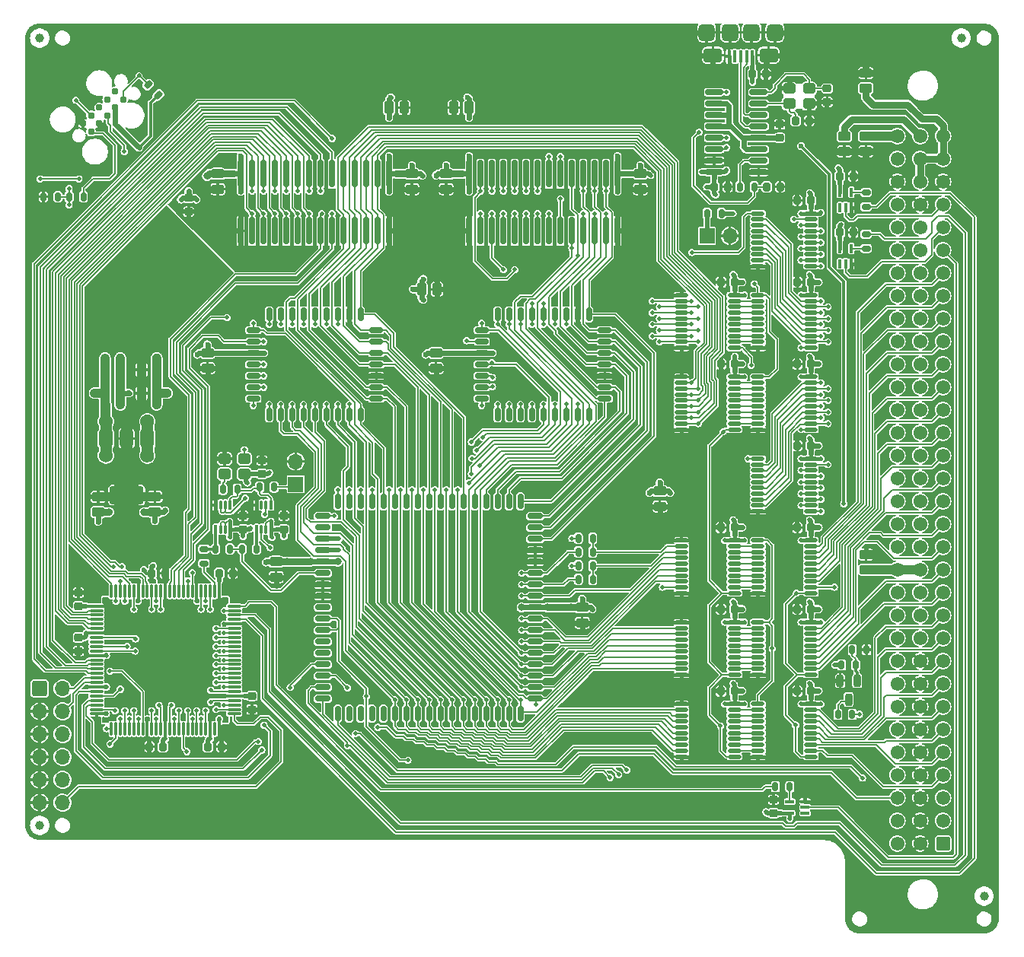
<source format=gtl>
G04 #@! TF.GenerationSoftware,KiCad,Pcbnew,7.0.10*
G04 #@! TF.CreationDate,2024-03-29T04:01:23-04:00*
G04 #@! TF.ProjectId,WarpSE,57617270-5345-42e6-9b69-6361645f7063,1.0*
G04 #@! TF.SameCoordinates,Original*
G04 #@! TF.FileFunction,Copper,L1,Top*
G04 #@! TF.FilePolarity,Positive*
%FSLAX46Y46*%
G04 Gerber Fmt 4.6, Leading zero omitted, Abs format (unit mm)*
G04 Created by KiCad (PCBNEW 7.0.10) date 2024-03-29 04:01:23*
%MOMM*%
%LPD*%
G01*
G04 APERTURE LIST*
G04 Aperture macros list*
%AMRoundRect*
0 Rectangle with rounded corners*
0 $1 Rounding radius*
0 $2 $3 $4 $5 $6 $7 $8 $9 X,Y pos of 4 corners*
0 Add a 4 corners polygon primitive as box body*
4,1,4,$2,$3,$4,$5,$6,$7,$8,$9,$2,$3,0*
0 Add four circle primitives for the rounded corners*
1,1,$1+$1,$2,$3*
1,1,$1+$1,$4,$5*
1,1,$1+$1,$6,$7*
1,1,$1+$1,$8,$9*
0 Add four rect primitives between the rounded corners*
20,1,$1+$1,$2,$3,$4,$5,0*
20,1,$1+$1,$4,$5,$6,$7,0*
20,1,$1+$1,$6,$7,$8,$9,0*
20,1,$1+$1,$8,$9,$2,$3,0*%
G04 Aperture macros list end*
G04 #@! TA.AperFunction,SMDPad,CuDef*
%ADD10RoundRect,0.262500X-0.262500X-0.437500X0.262500X-0.437500X0.262500X0.437500X-0.262500X0.437500X0*%
G04 #@! TD*
G04 #@! TA.AperFunction,SMDPad,CuDef*
%ADD11RoundRect,0.075000X0.662500X0.075000X-0.662500X0.075000X-0.662500X-0.075000X0.662500X-0.075000X0*%
G04 #@! TD*
G04 #@! TA.AperFunction,SMDPad,CuDef*
%ADD12RoundRect,0.075000X0.075000X0.662500X-0.075000X0.662500X-0.075000X-0.662500X0.075000X-0.662500X0*%
G04 #@! TD*
G04 #@! TA.AperFunction,SMDPad,CuDef*
%ADD13RoundRect,0.262500X0.437500X-0.262500X0.437500X0.262500X-0.437500X0.262500X-0.437500X-0.262500X0*%
G04 #@! TD*
G04 #@! TA.AperFunction,SMDPad,CuDef*
%ADD14RoundRect,0.262500X-0.437500X0.262500X-0.437500X-0.262500X0.437500X-0.262500X0.437500X0.262500X0*%
G04 #@! TD*
G04 #@! TA.AperFunction,SMDPad,CuDef*
%ADD15RoundRect,0.150000X-0.150000X1.374000X-0.150000X-1.374000X0.150000X-1.374000X0.150000X1.374000X0*%
G04 #@! TD*
G04 #@! TA.AperFunction,ComponentPad*
%ADD16RoundRect,0.249999X0.525001X0.525001X-0.525001X0.525001X-0.525001X-0.525001X0.525001X-0.525001X0*%
G04 #@! TD*
G04 #@! TA.AperFunction,ComponentPad*
%ADD17C,1.550000*%
G04 #@! TD*
G04 #@! TA.AperFunction,SMDPad,CuDef*
%ADD18RoundRect,0.212500X-0.212500X-0.262500X0.212500X-0.262500X0.212500X0.262500X-0.212500X0.262500X0*%
G04 #@! TD*
G04 #@! TA.AperFunction,SMDPad,CuDef*
%ADD19RoundRect,0.112500X-0.612500X-0.112500X0.612500X-0.112500X0.612500X0.112500X-0.612500X0.112500X0*%
G04 #@! TD*
G04 #@! TA.AperFunction,SMDPad,CuDef*
%ADD20RoundRect,0.212500X0.212500X0.262500X-0.212500X0.262500X-0.212500X-0.262500X0.212500X-0.262500X0*%
G04 #@! TD*
G04 #@! TA.AperFunction,SMDPad,CuDef*
%ADD21RoundRect,0.212500X-0.262500X0.212500X-0.262500X-0.212500X0.262500X-0.212500X0.262500X0.212500X0*%
G04 #@! TD*
G04 #@! TA.AperFunction,SMDPad,CuDef*
%ADD22RoundRect,0.212500X0.262500X-0.212500X0.262500X0.212500X-0.262500X0.212500X-0.262500X-0.212500X0*%
G04 #@! TD*
G04 #@! TA.AperFunction,SMDPad,CuDef*
%ADD23C,1.000000*%
G04 #@! TD*
G04 #@! TA.AperFunction,SMDPad,CuDef*
%ADD24RoundRect,0.150000X0.587500X-0.150000X0.587500X0.150000X-0.587500X0.150000X-0.587500X-0.150000X0*%
G04 #@! TD*
G04 #@! TA.AperFunction,SMDPad,CuDef*
%ADD25RoundRect,0.150000X0.150000X-0.587500X0.150000X0.587500X-0.150000X0.587500X-0.150000X-0.587500X0*%
G04 #@! TD*
G04 #@! TA.AperFunction,SMDPad,CuDef*
%ADD26RoundRect,0.150000X-0.150000X-0.700000X0.150000X-0.700000X0.150000X0.700000X-0.150000X0.700000X0*%
G04 #@! TD*
G04 #@! TA.AperFunction,SMDPad,CuDef*
%ADD27RoundRect,0.150000X-0.700000X-0.150000X0.700000X-0.150000X0.700000X0.150000X-0.700000X0.150000X0*%
G04 #@! TD*
G04 #@! TA.AperFunction,SMDPad,CuDef*
%ADD28RoundRect,0.300000X-0.450000X0.700000X-0.450000X-0.700000X0.450000X-0.700000X0.450000X0.700000X0*%
G04 #@! TD*
G04 #@! TA.AperFunction,SMDPad,CuDef*
%ADD29RoundRect,0.300000X-1.600000X0.700000X-1.600000X-0.700000X1.600000X-0.700000X1.600000X0.700000X0*%
G04 #@! TD*
G04 #@! TA.AperFunction,ConnectorPad*
%ADD30C,0.787400*%
G04 #@! TD*
G04 #@! TA.AperFunction,SMDPad,CuDef*
%ADD31RoundRect,0.175000X0.175000X0.300000X-0.175000X0.300000X-0.175000X-0.300000X0.175000X-0.300000X0*%
G04 #@! TD*
G04 #@! TA.AperFunction,SMDPad,CuDef*
%ADD32RoundRect,0.175000X0.335876X0.088388X0.088388X0.335876X-0.335876X-0.088388X-0.088388X-0.335876X0*%
G04 #@! TD*
G04 #@! TA.AperFunction,SMDPad,CuDef*
%ADD33RoundRect,0.200000X-0.200000X0.475000X-0.200000X-0.475000X0.200000X-0.475000X0.200000X0.475000X0*%
G04 #@! TD*
G04 #@! TA.AperFunction,SMDPad,CuDef*
%ADD34RoundRect,0.150000X0.825000X0.150000X-0.825000X0.150000X-0.825000X-0.150000X0.825000X-0.150000X0*%
G04 #@! TD*
G04 #@! TA.AperFunction,SMDPad,CuDef*
%ADD35RoundRect,0.175000X-0.175000X-0.300000X0.175000X-0.300000X0.175000X0.300000X-0.175000X0.300000X0*%
G04 #@! TD*
G04 #@! TA.AperFunction,SMDPad,CuDef*
%ADD36RoundRect,0.100000X0.100000X-0.400000X0.100000X0.400000X-0.100000X0.400000X-0.100000X-0.400000X0*%
G04 #@! TD*
G04 #@! TA.AperFunction,ComponentPad*
%ADD37R,1.700000X1.700000*%
G04 #@! TD*
G04 #@! TA.AperFunction,ComponentPad*
%ADD38O,1.700000X1.700000*%
G04 #@! TD*
G04 #@! TA.AperFunction,SMDPad,CuDef*
%ADD39RoundRect,0.100000X0.100000X0.575000X-0.100000X0.575000X-0.100000X-0.575000X0.100000X-0.575000X0*%
G04 #@! TD*
G04 #@! TA.AperFunction,SMDPad,CuDef*
%ADD40RoundRect,0.450000X0.450000X0.500000X-0.450000X0.500000X-0.450000X-0.500000X0.450000X-0.500000X0*%
G04 #@! TD*
G04 #@! TA.AperFunction,SMDPad,CuDef*
%ADD41RoundRect,0.400000X0.650000X0.400000X-0.650000X0.400000X-0.650000X-0.400000X0.650000X-0.400000X0*%
G04 #@! TD*
G04 #@! TA.AperFunction,SMDPad,CuDef*
%ADD42RoundRect,0.475000X0.475000X0.475000X-0.475000X0.475000X-0.475000X-0.475000X0.475000X-0.475000X0*%
G04 #@! TD*
G04 #@! TA.AperFunction,SMDPad,CuDef*
%ADD43RoundRect,0.175000X0.300000X-0.175000X0.300000X0.175000X-0.300000X0.175000X-0.300000X-0.175000X0*%
G04 #@! TD*
G04 #@! TA.AperFunction,SMDPad,CuDef*
%ADD44RoundRect,0.175000X-0.300000X0.175000X-0.300000X-0.175000X0.300000X-0.175000X0.300000X0.175000X0*%
G04 #@! TD*
G04 #@! TA.AperFunction,SMDPad,CuDef*
%ADD45RoundRect,0.262500X0.262500X0.437500X-0.262500X0.437500X-0.262500X-0.437500X0.262500X-0.437500X0*%
G04 #@! TD*
G04 #@! TA.AperFunction,SMDPad,CuDef*
%ADD46RoundRect,0.300000X0.400000X0.300000X-0.400000X0.300000X-0.400000X-0.300000X0.400000X-0.300000X0*%
G04 #@! TD*
G04 #@! TA.AperFunction,SMDPad,CuDef*
%ADD47RoundRect,0.100000X-0.100000X0.400000X-0.100000X-0.400000X0.100000X-0.400000X0.100000X0.400000X0*%
G04 #@! TD*
G04 #@! TA.AperFunction,SMDPad,CuDef*
%ADD48RoundRect,0.075000X-0.075000X0.425000X-0.075000X-0.425000X0.075000X-0.425000X0.075000X0.425000X0*%
G04 #@! TD*
G04 #@! TA.AperFunction,SMDPad,CuDef*
%ADD49RoundRect,0.100000X0.100000X0.400000X-0.100000X0.400000X-0.100000X-0.400000X0.100000X-0.400000X0*%
G04 #@! TD*
G04 #@! TA.AperFunction,ComponentPad*
%ADD50RoundRect,0.250000X-0.600000X-0.600000X0.600000X-0.600000X0.600000X0.600000X-0.600000X0.600000X0*%
G04 #@! TD*
G04 #@! TA.AperFunction,SMDPad,CuDef*
%ADD51RoundRect,0.100000X0.400000X0.100000X-0.400000X0.100000X-0.400000X-0.100000X0.400000X-0.100000X0*%
G04 #@! TD*
G04 #@! TA.AperFunction,ViaPad*
%ADD52C,0.800000*%
G04 #@! TD*
G04 #@! TA.AperFunction,ViaPad*
%ADD53C,0.500000*%
G04 #@! TD*
G04 #@! TA.AperFunction,ViaPad*
%ADD54C,0.600000*%
G04 #@! TD*
G04 #@! TA.AperFunction,ViaPad*
%ADD55C,1.524000*%
G04 #@! TD*
G04 #@! TA.AperFunction,ViaPad*
%ADD56C,1.000000*%
G04 #@! TD*
G04 #@! TA.AperFunction,Conductor*
%ADD57C,0.800000*%
G04 #@! TD*
G04 #@! TA.AperFunction,Conductor*
%ADD58C,0.600000*%
G04 #@! TD*
G04 #@! TA.AperFunction,Conductor*
%ADD59C,0.500000*%
G04 #@! TD*
G04 #@! TA.AperFunction,Conductor*
%ADD60C,0.450000*%
G04 #@! TD*
G04 #@! TA.AperFunction,Conductor*
%ADD61C,0.300000*%
G04 #@! TD*
G04 #@! TA.AperFunction,Conductor*
%ADD62C,0.150000*%
G04 #@! TD*
G04 #@! TA.AperFunction,Conductor*
%ADD63C,0.350000*%
G04 #@! TD*
G04 #@! TA.AperFunction,Conductor*
%ADD64C,1.270000*%
G04 #@! TD*
G04 #@! TA.AperFunction,Conductor*
%ADD65C,0.400000*%
G04 #@! TD*
G04 #@! TA.AperFunction,Conductor*
%ADD66C,1.000000*%
G04 #@! TD*
G04 #@! TA.AperFunction,Conductor*
%ADD67C,1.524000*%
G04 #@! TD*
G04 APERTURE END LIST*
D10*
X112550000Y-76800000D03*
X114250000Y-76800000D03*
X116600000Y-76800000D03*
X118300000Y-76800000D03*
X116600000Y-79400000D03*
X118300000Y-79400000D03*
X112550000Y-79400000D03*
X114250000Y-79400000D03*
D11*
X126912500Y-115100000D03*
X126912500Y-114600000D03*
X126912500Y-114100000D03*
X126912500Y-113600000D03*
X126912500Y-113100000D03*
X126912500Y-112600000D03*
X126912500Y-112100000D03*
X126912500Y-111600000D03*
X126912500Y-111100000D03*
X126912500Y-110600000D03*
X126912500Y-110100000D03*
X126912500Y-109600000D03*
X126912500Y-109100000D03*
X126912500Y-108600000D03*
X126912500Y-108100000D03*
X126912500Y-107600000D03*
X126912500Y-107100000D03*
X126912500Y-106600000D03*
X126912500Y-106100000D03*
X126912500Y-105600000D03*
X126912500Y-105100000D03*
X126912500Y-104600000D03*
X126912500Y-104100000D03*
X126912500Y-103600000D03*
X126912500Y-103100000D03*
D12*
X125250000Y-101437500D03*
X124750000Y-101437500D03*
X124250000Y-101437500D03*
X123750000Y-101437500D03*
X123250000Y-101437500D03*
X122750000Y-101437500D03*
X122250000Y-101437500D03*
X121750000Y-101437500D03*
X121250000Y-101437500D03*
X120750000Y-101437500D03*
X120250000Y-101437500D03*
X119750000Y-101437500D03*
X119250000Y-101437500D03*
X118750000Y-101437500D03*
X118250000Y-101437500D03*
X117750000Y-101437500D03*
X117250000Y-101437500D03*
X116750000Y-101437500D03*
X116250000Y-101437500D03*
X115750000Y-101437500D03*
X115250000Y-101437500D03*
X114750000Y-101437500D03*
X114250000Y-101437500D03*
X113750000Y-101437500D03*
X113250000Y-101437500D03*
D11*
X111587500Y-103100000D03*
X111587500Y-103600000D03*
X111587500Y-104100000D03*
X111587500Y-104600000D03*
X111587500Y-105100000D03*
X111587500Y-105600000D03*
X111587500Y-106100000D03*
X111587500Y-106600000D03*
X111587500Y-107100000D03*
X111587500Y-107600000D03*
X111587500Y-108100000D03*
X111587500Y-108600000D03*
X111587500Y-109100000D03*
X111587500Y-109600000D03*
X111587500Y-110100000D03*
X111587500Y-110600000D03*
X111587500Y-111100000D03*
X111587500Y-111600000D03*
X111587500Y-112100000D03*
X111587500Y-112600000D03*
X111587500Y-113100000D03*
X111587500Y-113600000D03*
X111587500Y-114100000D03*
X111587500Y-114600000D03*
X111587500Y-115100000D03*
D12*
X113250000Y-116762500D03*
X113750000Y-116762500D03*
X114250000Y-116762500D03*
X114750000Y-116762500D03*
X115250000Y-116762500D03*
X115750000Y-116762500D03*
X116250000Y-116762500D03*
X116750000Y-116762500D03*
X117250000Y-116762500D03*
X117750000Y-116762500D03*
X118250000Y-116762500D03*
X118750000Y-116762500D03*
X119250000Y-116762500D03*
X119750000Y-116762500D03*
X120250000Y-116762500D03*
X120750000Y-116762500D03*
X121250000Y-116762500D03*
X121750000Y-116762500D03*
X122250000Y-116762500D03*
X122750000Y-116762500D03*
X123250000Y-116762500D03*
X123750000Y-116762500D03*
X124250000Y-116762500D03*
X124750000Y-116762500D03*
X125250000Y-116762500D03*
D13*
X197167500Y-45466000D03*
X197167500Y-43766000D03*
D14*
X194754500Y-50800000D03*
X194754500Y-52500000D03*
X197167500Y-50800000D03*
X197167500Y-52500000D03*
D15*
X169545000Y-54991000D03*
X168275000Y-54991000D03*
X167005000Y-54991000D03*
X165735000Y-54991000D03*
X164465000Y-54991000D03*
X163195000Y-54991000D03*
X161925000Y-54991000D03*
X160655000Y-54991000D03*
X159385000Y-54991000D03*
X158115000Y-54991000D03*
X156845000Y-54991000D03*
X155575000Y-54991000D03*
X154305000Y-54991000D03*
X153035000Y-54991000D03*
X153035000Y-61341000D03*
X154305000Y-61341000D03*
X155575000Y-61341000D03*
X156845000Y-61341000D03*
X158115000Y-61341000D03*
X159385000Y-61341000D03*
X160655000Y-61341000D03*
X161925000Y-61341000D03*
X163195000Y-61341000D03*
X164465000Y-61341000D03*
X165735000Y-61341000D03*
X167005000Y-61341000D03*
X168275000Y-61341000D03*
X169545000Y-61341000D03*
D16*
X205740000Y-129540000D03*
D17*
X205740000Y-127000000D03*
X205740000Y-124460000D03*
X205740000Y-121920000D03*
X205740000Y-119380000D03*
X205740000Y-116840000D03*
X205740000Y-114300000D03*
X205740000Y-111760000D03*
X205740000Y-109220000D03*
X205740000Y-106680000D03*
X205740000Y-104140000D03*
X205740000Y-101600000D03*
X205740000Y-99060000D03*
X205740000Y-96520000D03*
X205740000Y-93980000D03*
X205740000Y-91440000D03*
X205740000Y-88900000D03*
X205740000Y-86360000D03*
X205740000Y-83820000D03*
X205740000Y-81280000D03*
X205740000Y-78740000D03*
X205740000Y-76200000D03*
X205740000Y-73660000D03*
X205740000Y-71120000D03*
X205740000Y-68580000D03*
X205740000Y-66040000D03*
X205740000Y-63500000D03*
X205740000Y-60960000D03*
X205740000Y-58420000D03*
X205740000Y-55880000D03*
X205740000Y-53340000D03*
X205740000Y-50800000D03*
X203200000Y-129540000D03*
X203200000Y-127000000D03*
X203200000Y-124460000D03*
X203200000Y-121920000D03*
X203200000Y-119380000D03*
X203200000Y-116840000D03*
X203200000Y-114300000D03*
X203200000Y-111760000D03*
X203200000Y-109220000D03*
X203200000Y-106680000D03*
X203200000Y-104140000D03*
X203200000Y-101600000D03*
X203200000Y-99060000D03*
X203200000Y-96520000D03*
X203200000Y-93980000D03*
X203200000Y-91440000D03*
X203200000Y-88900000D03*
X203200000Y-86360000D03*
X203200000Y-83820000D03*
X203200000Y-81280000D03*
X203200000Y-78740000D03*
X203200000Y-76200000D03*
X203200000Y-73660000D03*
X203200000Y-71120000D03*
X203200000Y-68580000D03*
X203200000Y-66040000D03*
X203200000Y-63500000D03*
X203200000Y-60960000D03*
X203200000Y-58420000D03*
X203200000Y-55880000D03*
X203200000Y-53340000D03*
X203200000Y-50800000D03*
X200660000Y-129540000D03*
X200660000Y-127000000D03*
X200660000Y-124460000D03*
X200660000Y-121920000D03*
X200660000Y-119380000D03*
X200660000Y-116840000D03*
X200660000Y-114300000D03*
X200660000Y-111760000D03*
X200660000Y-109220000D03*
X200660000Y-106680000D03*
X200660000Y-104140000D03*
X200660000Y-101600000D03*
X200660000Y-99060000D03*
X200660000Y-96520000D03*
X200660000Y-93980000D03*
X200660000Y-91440000D03*
X200660000Y-88900000D03*
X200660000Y-86360000D03*
X200660000Y-83820000D03*
X200660000Y-81280000D03*
X200660000Y-78740000D03*
X200660000Y-76200000D03*
X200660000Y-73660000D03*
X200660000Y-71120000D03*
X200660000Y-68580000D03*
X200660000Y-66040000D03*
X200660000Y-63500000D03*
X200660000Y-60960000D03*
X200660000Y-58420000D03*
X200660000Y-55880000D03*
X200660000Y-53340000D03*
X200660000Y-50800000D03*
D18*
X125250000Y-99450000D03*
X126750000Y-99450000D03*
D19*
X176650000Y-95800000D03*
X176650000Y-96450000D03*
X176650000Y-97100000D03*
X176650000Y-97750000D03*
X176650000Y-98400000D03*
X176650000Y-99050000D03*
X176650000Y-99700000D03*
X176650000Y-100350000D03*
X176650000Y-101000000D03*
X176650000Y-101650000D03*
X182550000Y-101650000D03*
X182550000Y-101000000D03*
X182550000Y-100350000D03*
X182550000Y-99700000D03*
X182550000Y-99050000D03*
X182550000Y-98400000D03*
X182550000Y-97750000D03*
X182550000Y-97100000D03*
X182550000Y-96450000D03*
X182550000Y-95800000D03*
D20*
X182550000Y-94350000D03*
X181050000Y-94350000D03*
X191050000Y-57950000D03*
X189550000Y-57950000D03*
X191050000Y-94350000D03*
X189550000Y-94350000D03*
X191050000Y-85250000D03*
X189550000Y-85250000D03*
X182550000Y-112550000D03*
X181050000Y-112550000D03*
X191050000Y-112550000D03*
X189550000Y-112550000D03*
X191050000Y-67050000D03*
X189550000Y-67050000D03*
X182550000Y-67050000D03*
X181050000Y-67050000D03*
X182550000Y-76150000D03*
X181050000Y-76150000D03*
X182550000Y-103450000D03*
X181050000Y-103450000D03*
X191050000Y-103450000D03*
X189550000Y-103450000D03*
D13*
X197167500Y-99060000D03*
X197167500Y-97360000D03*
D14*
X131572000Y-98171000D03*
X131572000Y-99871000D03*
X165608000Y-103251000D03*
X165608000Y-104951000D03*
D19*
X176650000Y-68500000D03*
X176650000Y-69150000D03*
X176650000Y-69800000D03*
X176650000Y-70450000D03*
X176650000Y-71100000D03*
X176650000Y-71750000D03*
X176650000Y-72400000D03*
X176650000Y-73050000D03*
X176650000Y-73700000D03*
X176650000Y-74350000D03*
X182550000Y-74350000D03*
X182550000Y-73700000D03*
X182550000Y-73050000D03*
X182550000Y-72400000D03*
X182550000Y-71750000D03*
X182550000Y-71100000D03*
X182550000Y-70450000D03*
X182550000Y-69800000D03*
X182550000Y-69150000D03*
X182550000Y-68500000D03*
X176650000Y-77600000D03*
X176650000Y-78250000D03*
X176650000Y-78900000D03*
X176650000Y-79550000D03*
X176650000Y-80200000D03*
X176650000Y-80850000D03*
X176650000Y-81500000D03*
X176650000Y-82150000D03*
X176650000Y-82800000D03*
X176650000Y-83450000D03*
X182550000Y-83450000D03*
X182550000Y-82800000D03*
X182550000Y-82150000D03*
X182550000Y-81500000D03*
X182550000Y-80850000D03*
X182550000Y-80200000D03*
X182550000Y-79550000D03*
X182550000Y-78900000D03*
X182550000Y-78250000D03*
X182550000Y-77600000D03*
X185150000Y-59400000D03*
X185150000Y-60050000D03*
X185150000Y-60700000D03*
X185150000Y-61350000D03*
X185150000Y-62000000D03*
X185150000Y-62650000D03*
X185150000Y-63300000D03*
X185150000Y-63950000D03*
X185150000Y-64600000D03*
X185150000Y-65250000D03*
X191050000Y-65250000D03*
X191050000Y-64600000D03*
X191050000Y-63950000D03*
X191050000Y-63300000D03*
X191050000Y-62650000D03*
X191050000Y-62000000D03*
X191050000Y-61350000D03*
X191050000Y-60700000D03*
X191050000Y-60050000D03*
X191050000Y-59400000D03*
X185150000Y-68500000D03*
X185150000Y-69150000D03*
X185150000Y-69800000D03*
X185150000Y-70450000D03*
X185150000Y-71100000D03*
X185150000Y-71750000D03*
X185150000Y-72400000D03*
X185150000Y-73050000D03*
X185150000Y-73700000D03*
X185150000Y-74350000D03*
X191050000Y-74350000D03*
X191050000Y-73700000D03*
X191050000Y-73050000D03*
X191050000Y-72400000D03*
X191050000Y-71750000D03*
X191050000Y-71100000D03*
X191050000Y-70450000D03*
X191050000Y-69800000D03*
X191050000Y-69150000D03*
X191050000Y-68500000D03*
X185150000Y-86700000D03*
X185150000Y-87350000D03*
X185150000Y-88000000D03*
X185150000Y-88650000D03*
X185150000Y-89300000D03*
X185150000Y-89950000D03*
X185150000Y-90600000D03*
X185150000Y-91250000D03*
X185150000Y-91900000D03*
X185150000Y-92550000D03*
X191050000Y-92550000D03*
X191050000Y-91900000D03*
X191050000Y-91250000D03*
X191050000Y-90600000D03*
X191050000Y-89950000D03*
X191050000Y-89300000D03*
X191050000Y-88650000D03*
X191050000Y-88000000D03*
X191050000Y-87350000D03*
X191050000Y-86700000D03*
X185150000Y-77600000D03*
X185150000Y-78250000D03*
X185150000Y-78900000D03*
X185150000Y-79550000D03*
X185150000Y-80200000D03*
X185150000Y-80850000D03*
X185150000Y-81500000D03*
X185150000Y-82150000D03*
X185150000Y-82800000D03*
X185150000Y-83450000D03*
X191050000Y-83450000D03*
X191050000Y-82800000D03*
X191050000Y-82150000D03*
X191050000Y-81500000D03*
X191050000Y-80850000D03*
X191050000Y-80200000D03*
X191050000Y-79550000D03*
X191050000Y-78900000D03*
X191050000Y-78250000D03*
X191050000Y-77600000D03*
X176650000Y-104900000D03*
X176650000Y-105550000D03*
X176650000Y-106200000D03*
X176650000Y-106850000D03*
X176650000Y-107500000D03*
X176650000Y-108150000D03*
X176650000Y-108800000D03*
X176650000Y-109450000D03*
X176650000Y-110100000D03*
X176650000Y-110750000D03*
X182550000Y-110750000D03*
X182550000Y-110100000D03*
X182550000Y-109450000D03*
X182550000Y-108800000D03*
X182550000Y-108150000D03*
X182550000Y-107500000D03*
X182550000Y-106850000D03*
X182550000Y-106200000D03*
X182550000Y-105550000D03*
X182550000Y-104900000D03*
X176650000Y-114000000D03*
X176650000Y-114650000D03*
X176650000Y-115300000D03*
X176650000Y-115950000D03*
X176650000Y-116600000D03*
X176650000Y-117250000D03*
X176650000Y-117900000D03*
X176650000Y-118550000D03*
X176650000Y-119200000D03*
X176650000Y-119850000D03*
X182550000Y-119850000D03*
X182550000Y-119200000D03*
X182550000Y-118550000D03*
X182550000Y-117900000D03*
X182550000Y-117250000D03*
X182550000Y-116600000D03*
X182550000Y-115950000D03*
X182550000Y-115300000D03*
X182550000Y-114650000D03*
X182550000Y-114000000D03*
X185150000Y-95800000D03*
X185150000Y-96450000D03*
X185150000Y-97100000D03*
X185150000Y-97750000D03*
X185150000Y-98400000D03*
X185150000Y-99050000D03*
X185150000Y-99700000D03*
X185150000Y-100350000D03*
X185150000Y-101000000D03*
X185150000Y-101650000D03*
X191050000Y-101650000D03*
X191050000Y-101000000D03*
X191050000Y-100350000D03*
X191050000Y-99700000D03*
X191050000Y-99050000D03*
X191050000Y-98400000D03*
X191050000Y-97750000D03*
X191050000Y-97100000D03*
X191050000Y-96450000D03*
X191050000Y-95800000D03*
X185150000Y-104900000D03*
X185150000Y-105550000D03*
X185150000Y-106200000D03*
X185150000Y-106850000D03*
X185150000Y-107500000D03*
X185150000Y-108150000D03*
X185150000Y-108800000D03*
X185150000Y-109450000D03*
X185150000Y-110100000D03*
X185150000Y-110750000D03*
X191050000Y-110750000D03*
X191050000Y-110100000D03*
X191050000Y-109450000D03*
X191050000Y-108800000D03*
X191050000Y-108150000D03*
X191050000Y-107500000D03*
X191050000Y-106850000D03*
X191050000Y-106200000D03*
X191050000Y-105550000D03*
X191050000Y-104900000D03*
X185150000Y-114000000D03*
X185150000Y-114650000D03*
X185150000Y-115300000D03*
X185150000Y-115950000D03*
X185150000Y-116600000D03*
X185150000Y-117250000D03*
X185150000Y-117900000D03*
X185150000Y-118550000D03*
X185150000Y-119200000D03*
X185150000Y-119850000D03*
X191050000Y-119850000D03*
X191050000Y-119200000D03*
X191050000Y-118550000D03*
X191050000Y-117900000D03*
X191050000Y-117250000D03*
X191050000Y-116600000D03*
X191050000Y-115950000D03*
X191050000Y-115300000D03*
X191050000Y-114650000D03*
X191050000Y-114000000D03*
D15*
X144145000Y-54991000D03*
X142875000Y-54991000D03*
X141605000Y-54991000D03*
X140335000Y-54991000D03*
X139065000Y-54991000D03*
X137795000Y-54991000D03*
X136525000Y-54991000D03*
X135255000Y-54991000D03*
X133985000Y-54991000D03*
X132715000Y-54991000D03*
X131445000Y-54991000D03*
X130175000Y-54991000D03*
X128905000Y-54991000D03*
X127635000Y-54991000D03*
X127635000Y-61341000D03*
X128905000Y-61341000D03*
X130175000Y-61341000D03*
X131445000Y-61341000D03*
X132715000Y-61341000D03*
X133985000Y-61341000D03*
X135255000Y-61341000D03*
X136525000Y-61341000D03*
X137795000Y-61341000D03*
X139065000Y-61341000D03*
X140335000Y-61341000D03*
X141605000Y-61341000D03*
X142875000Y-61341000D03*
X144145000Y-61341000D03*
D18*
X124000000Y-118750000D03*
X125500000Y-118750000D03*
D21*
X109600000Y-106600000D03*
X109600000Y-108100000D03*
D20*
X119000000Y-118750000D03*
X117500000Y-118750000D03*
X119250000Y-99450000D03*
X117750000Y-99450000D03*
D21*
X128900000Y-113100000D03*
X128900000Y-114600000D03*
D22*
X109600000Y-103100000D03*
X109600000Y-101600000D03*
D23*
X105283000Y-39878000D03*
X207772000Y-39878000D03*
X210312000Y-135382000D03*
X105283000Y-127508000D03*
D24*
X129052500Y-76200000D03*
X129052500Y-77470000D03*
X129052500Y-78740000D03*
X129052500Y-80010000D03*
D25*
X130810000Y-81762500D03*
X132080000Y-81762500D03*
X133350000Y-81762500D03*
X134620000Y-81762500D03*
X135890000Y-81762500D03*
X137160000Y-81762500D03*
X138430000Y-81762500D03*
X139700000Y-81762500D03*
X140970000Y-81762500D03*
D24*
X142727500Y-80010000D03*
X142727500Y-78740000D03*
X142727500Y-77470000D03*
X142727500Y-76200000D03*
X142727500Y-74930000D03*
X142727500Y-73660000D03*
X142727500Y-72390000D03*
D25*
X140970000Y-70637500D03*
X139700000Y-70637500D03*
X138430000Y-70637500D03*
X137160000Y-70637500D03*
X135890000Y-70637500D03*
X134620000Y-70637500D03*
X133350000Y-70637500D03*
X132080000Y-70637500D03*
X130810000Y-70637500D03*
D24*
X129052500Y-72390000D03*
X129052500Y-73660000D03*
X129052500Y-74930000D03*
X154452500Y-76200000D03*
X154452500Y-77470000D03*
X154452500Y-78740000D03*
X154452500Y-80010000D03*
D25*
X156210000Y-81762500D03*
X157480000Y-81762500D03*
X158750000Y-81762500D03*
X160020000Y-81762500D03*
X161290000Y-81762500D03*
X162560000Y-81762500D03*
X163830000Y-81762500D03*
X165100000Y-81762500D03*
X166370000Y-81762500D03*
D24*
X168127500Y-80010000D03*
X168127500Y-78740000D03*
X168127500Y-77470000D03*
X168127500Y-76200000D03*
X168127500Y-74930000D03*
X168127500Y-73660000D03*
X168127500Y-72390000D03*
D25*
X166370000Y-70637500D03*
X165100000Y-70637500D03*
X163830000Y-70637500D03*
X162560000Y-70637500D03*
X161290000Y-70637500D03*
X160020000Y-70637500D03*
X158750000Y-70637500D03*
X157480000Y-70637500D03*
X156210000Y-70637500D03*
D24*
X154452500Y-72390000D03*
X154452500Y-73660000D03*
X154452500Y-74930000D03*
D26*
X148590000Y-91451000D03*
X147320000Y-91451000D03*
X146050000Y-91451000D03*
X144780000Y-91451000D03*
X143510000Y-91451000D03*
X142240000Y-91451000D03*
X140970000Y-91451000D03*
X139700000Y-91451000D03*
X138430000Y-91451000D03*
D27*
X136790000Y-93091000D03*
X136790000Y-94361000D03*
X136790000Y-95631000D03*
X136790000Y-96901000D03*
X136790000Y-98171000D03*
X136790000Y-99441000D03*
X136790000Y-100711000D03*
X136790000Y-101981000D03*
X136790000Y-103251000D03*
X136790000Y-104521000D03*
X136790000Y-105791000D03*
X136790000Y-107061000D03*
X136790000Y-108331000D03*
X136790000Y-109601000D03*
X136790000Y-110871000D03*
X136790000Y-112141000D03*
X136790000Y-113411000D03*
D26*
X138430000Y-115051000D03*
X139700000Y-115051000D03*
X140970000Y-115051000D03*
X142240000Y-115051000D03*
X143510000Y-115051000D03*
X144780000Y-115051000D03*
X146050000Y-115051000D03*
X147320000Y-115051000D03*
X148590000Y-115051000D03*
X149860000Y-115051000D03*
X151130000Y-115051000D03*
X152400000Y-115051000D03*
X153670000Y-115051000D03*
X154940000Y-115051000D03*
X156210000Y-115051000D03*
X157480000Y-115051000D03*
X158750000Y-115051000D03*
D27*
X160390000Y-113411000D03*
X160390000Y-112141000D03*
X160390000Y-110871000D03*
X160390000Y-109601000D03*
X160390000Y-108331000D03*
X160390000Y-107061000D03*
X160390000Y-105791000D03*
X160390000Y-104521000D03*
X160390000Y-103251000D03*
X160390000Y-101981000D03*
X160390000Y-100711000D03*
X160390000Y-99441000D03*
X160390000Y-98171000D03*
X160390000Y-96901000D03*
X160390000Y-95631000D03*
X160390000Y-94361000D03*
X160390000Y-93091000D03*
D26*
X158750000Y-91451000D03*
X157480000Y-91451000D03*
X156210000Y-91451000D03*
X154940000Y-91451000D03*
X153670000Y-91451000D03*
X152400000Y-91451000D03*
X151130000Y-91451000D03*
X149860000Y-91451000D03*
D28*
X117250000Y-84450000D03*
D29*
X114950000Y-90750000D03*
D28*
X114950000Y-84450000D03*
X112650000Y-84450000D03*
D14*
X111800000Y-90950000D03*
X111800000Y-92650000D03*
X118100000Y-90950000D03*
X118100000Y-92650000D03*
X123952000Y-74930000D03*
X123952000Y-76630000D03*
X149352000Y-74930000D03*
X149352000Y-76630000D03*
X172085000Y-54991000D03*
X172085000Y-56691000D03*
X125095000Y-54991000D03*
X125095000Y-56691000D03*
X146685000Y-54991000D03*
X146685000Y-56691000D03*
X150495000Y-54991000D03*
X150495000Y-56691000D03*
D20*
X191050000Y-76150000D03*
X189550000Y-76150000D03*
D30*
X110998000Y-50292000D03*
X111896025Y-49393974D03*
X112794051Y-48495949D03*
X113692076Y-47597923D03*
X114590102Y-46699898D03*
X113692076Y-45801872D03*
X112794051Y-46699898D03*
X111896025Y-47597923D03*
X110998000Y-48495949D03*
X110099974Y-49393974D03*
D31*
X107300000Y-57550000D03*
X105700000Y-57550000D03*
D32*
X118479370Y-46216370D03*
X117348000Y-45085000D03*
D33*
X196200000Y-111400000D03*
X194300000Y-111400000D03*
X195250000Y-113500000D03*
D14*
X174250000Y-90300000D03*
X174250000Y-92000000D03*
D34*
X185228000Y-54800500D03*
X185228000Y-53530500D03*
X185228000Y-52260500D03*
X185228000Y-50990500D03*
X185228000Y-49720500D03*
X185228000Y-48450500D03*
X185228000Y-47180500D03*
X185228000Y-45910500D03*
X180278000Y-45910500D03*
X180278000Y-47180500D03*
X180278000Y-48450500D03*
X180278000Y-49720500D03*
X180278000Y-50990500D03*
X180278000Y-52260500D03*
X180278000Y-53530500D03*
X180278000Y-54800500D03*
D18*
X180276500Y-56451500D03*
X181776500Y-56451500D03*
D31*
X196050000Y-109650000D03*
X194450000Y-109650000D03*
D21*
X121850000Y-57700000D03*
X121850000Y-59200000D03*
D35*
X165189000Y-98615500D03*
X166789000Y-98615500D03*
D36*
X194250000Y-65000000D03*
X194900000Y-65000000D03*
X195550000Y-65000000D03*
X195550000Y-63300000D03*
X194250000Y-63300000D03*
D22*
X186900000Y-126150000D03*
X186900000Y-124650000D03*
D31*
X110150000Y-57550000D03*
X108550000Y-57550000D03*
D37*
X133750000Y-89550000D03*
D38*
X133750000Y-87010000D03*
D39*
X184550000Y-41925000D03*
X183900000Y-41925000D03*
X183250000Y-41925000D03*
X182600000Y-41925000D03*
X181950000Y-41925000D03*
D40*
X187050000Y-39250000D03*
D41*
X186350000Y-41800000D03*
D42*
X184450000Y-39250000D03*
X182050000Y-39250000D03*
D41*
X180150000Y-41800000D03*
D40*
X179450000Y-39250000D03*
D35*
X187100000Y-123200000D03*
X188700000Y-123200000D03*
X183134000Y-56451500D03*
X184734000Y-56451500D03*
X129750000Y-89850000D03*
X131350000Y-89850000D03*
D18*
X194250000Y-61500000D03*
X195750000Y-61500000D03*
D35*
X165189000Y-97091500D03*
X166789000Y-97091500D03*
D10*
X144145000Y-47625000D03*
X145845000Y-47625000D03*
D43*
X123550000Y-98350000D03*
X123550000Y-96750000D03*
D35*
X124850000Y-96750000D03*
X126450000Y-96750000D03*
D36*
X194250000Y-58750000D03*
X194900000Y-58750000D03*
X195550000Y-58750000D03*
X195550000Y-57050000D03*
X194250000Y-57050000D03*
D31*
X195650000Y-115150000D03*
X194050000Y-115150000D03*
D37*
X179500000Y-61900000D03*
D38*
X182040000Y-61900000D03*
D35*
X165189000Y-100139500D03*
X166789000Y-100139500D03*
D18*
X189350000Y-49099400D03*
X190850000Y-49099400D03*
X184550000Y-43900000D03*
X186050000Y-43900000D03*
D44*
X197200000Y-61700000D03*
X197200000Y-63300000D03*
D35*
X127800000Y-96750000D03*
X129400000Y-96750000D03*
D21*
X192850000Y-45499400D03*
X192850000Y-46999400D03*
D31*
X127250000Y-90100000D03*
X125650000Y-90100000D03*
D22*
X127900000Y-94550000D03*
X127900000Y-93050000D03*
D18*
X194250000Y-55250000D03*
X195750000Y-55250000D03*
D22*
X130000000Y-88400000D03*
X130000000Y-86900000D03*
D45*
X153035000Y-47625000D03*
X151335000Y-47625000D03*
D46*
X190849400Y-45500000D03*
X188649400Y-45500000D03*
X188649400Y-47200000D03*
X190849400Y-47200000D03*
D18*
X186118500Y-56451500D03*
X187618500Y-56451500D03*
D43*
X197200000Y-58650000D03*
X197200000Y-57050000D03*
D47*
X126450000Y-91850000D03*
D48*
X125900000Y-91850000D03*
X125400000Y-91850000D03*
D47*
X124850000Y-91850000D03*
D49*
X124850000Y-94550000D03*
D48*
X125400000Y-94550000D03*
X125900000Y-94550000D03*
D47*
X126450000Y-94550000D03*
D31*
X197250000Y-107950000D03*
X195650000Y-107950000D03*
D22*
X132450000Y-94550000D03*
X132450000Y-93050000D03*
D46*
X128050000Y-86700000D03*
X125850000Y-86700000D03*
X125850000Y-88400000D03*
X128050000Y-88400000D03*
D10*
X147750000Y-67850000D03*
X149450000Y-67850000D03*
D35*
X165189000Y-95567500D03*
X166789000Y-95567500D03*
D50*
X105283000Y-112268000D03*
D38*
X107823000Y-112268000D03*
X105283000Y-114808000D03*
X107823000Y-114808000D03*
X105283000Y-117348000D03*
X107823000Y-117348000D03*
X105283000Y-119888000D03*
X107823000Y-119888000D03*
X105283000Y-122428000D03*
X107823000Y-122428000D03*
X105283000Y-124968000D03*
X107823000Y-124968000D03*
D35*
X179500000Y-59400000D03*
X181100000Y-59400000D03*
D47*
X131000000Y-91850000D03*
D48*
X130450000Y-91850000D03*
X129950000Y-91850000D03*
D47*
X129400000Y-91850000D03*
D49*
X129400000Y-94550000D03*
D48*
X129950000Y-94550000D03*
X130450000Y-94550000D03*
D47*
X131000000Y-94550000D03*
D22*
X187579000Y-50990500D03*
X187579000Y-49490500D03*
D51*
X190400000Y-126150000D03*
X190400000Y-125500000D03*
X190400000Y-124850000D03*
X188700000Y-124850000D03*
X188700000Y-126150000D03*
D52*
X195961000Y-44005500D03*
D53*
X167640000Y-71120000D03*
X137160000Y-63246000D03*
X137922000Y-58420000D03*
X165354000Y-108585000D03*
X138430000Y-63246000D03*
X164211000Y-108331000D03*
X161671000Y-108966000D03*
X159258000Y-76009500D03*
X167640000Y-81851500D03*
X141478000Y-66294000D03*
X161671000Y-94996000D03*
X161671000Y-93726000D03*
X168656000Y-81343500D03*
X161671000Y-106426000D03*
X161671000Y-107696000D03*
X161671000Y-105156000D03*
X161671000Y-111506000D03*
X161671000Y-110236000D03*
X161734500Y-112649000D03*
D52*
X197167500Y-42735500D03*
X198374000Y-44005500D03*
D53*
X196913500Y-104330500D03*
X196800000Y-68050000D03*
X198374000Y-82994500D03*
X199009000Y-86868000D03*
D54*
X125095000Y-76644500D03*
D53*
X196596000Y-102298500D03*
X198056500Y-80772000D03*
X197104000Y-74168000D03*
X197400000Y-75700000D03*
D54*
X122809000Y-76644500D03*
D53*
X198550000Y-62350000D03*
X198850000Y-63900000D03*
X198691500Y-85153500D03*
X197850000Y-78250000D03*
X196786500Y-71882000D03*
X194150000Y-74150000D03*
X195250000Y-70500000D03*
X189700000Y-75300000D03*
X181200000Y-66200000D03*
X189700000Y-66200000D03*
X189700000Y-84400000D03*
X189700000Y-93500000D03*
X189700000Y-102600000D03*
X181200000Y-102600000D03*
X189700000Y-111700000D03*
X181200000Y-111700000D03*
X177750000Y-119850000D03*
D54*
X164465000Y-104775000D03*
D53*
X175550000Y-77600000D03*
X176650000Y-77000000D03*
X176650000Y-67900000D03*
X175550000Y-68500000D03*
X189700000Y-57100000D03*
D54*
X188700000Y-94350000D03*
X188700000Y-76150000D03*
X166751000Y-104775000D03*
X169291000Y-77470000D03*
X166941500Y-77470000D03*
X143891000Y-77470000D03*
X141541500Y-77470000D03*
D53*
X117250000Y-117900000D03*
X181600000Y-75200000D03*
X125250000Y-117900000D03*
D54*
X145542000Y-56515000D03*
X151638000Y-56515000D03*
X169545000Y-59372500D03*
X147828000Y-56515000D03*
X170307000Y-61341000D03*
X169545000Y-63309500D03*
X153035000Y-59372500D03*
X152273000Y-61341000D03*
X153035000Y-63309500D03*
X144145000Y-63309500D03*
X144145000Y-59372500D03*
X144907000Y-61341000D03*
X126873000Y-61341000D03*
X127635000Y-63309500D03*
X127635000Y-59372500D03*
D53*
X181200000Y-77000000D03*
X117250000Y-115650000D03*
X181200000Y-67900000D03*
D54*
X165608000Y-105918000D03*
D53*
X181200000Y-93500000D03*
X177750000Y-101650000D03*
X176650000Y-102250000D03*
X175550000Y-101650000D03*
X110450000Y-112100000D03*
X112700000Y-112100000D03*
X111800000Y-115700000D03*
X112700000Y-108600000D03*
X110450000Y-108600000D03*
X118900000Y-119700000D03*
X119850000Y-119250000D03*
X120250000Y-118200000D03*
X124300000Y-99350000D03*
X112350000Y-117750000D03*
X113150000Y-119650000D03*
X147320000Y-102425500D03*
X144145000Y-89154000D03*
X126350000Y-118650000D03*
X156210000Y-98171000D03*
X151765000Y-83693000D03*
X152400000Y-103124000D03*
X150495000Y-83693000D03*
X149225000Y-84391500D03*
X147955000Y-85661500D03*
X146685000Y-86931500D03*
X145415000Y-88201500D03*
X145097500Y-77216000D03*
X145669000Y-74231500D03*
X139065000Y-75311000D03*
X163830000Y-68262500D03*
X162560000Y-69405500D03*
X163830000Y-69405500D03*
X165100000Y-69405500D03*
X165100000Y-67500500D03*
D52*
X135382000Y-100711000D03*
X161798000Y-96901000D03*
X161798000Y-98171000D03*
X158877000Y-98171000D03*
X158877000Y-96901000D03*
D53*
X184050000Y-65250000D03*
D52*
X138303000Y-101981000D03*
D53*
X186250000Y-65250000D03*
D52*
X135382000Y-101981000D03*
X138303000Y-100711000D03*
D53*
X185150000Y-65850000D03*
X185150000Y-74950000D03*
X186250000Y-74350000D03*
X184050000Y-83450000D03*
X184050000Y-74350000D03*
X186250000Y-83450000D03*
X185150000Y-84050000D03*
X185150000Y-93150000D03*
X184050000Y-92550000D03*
X186250000Y-92550000D03*
X184050000Y-101650000D03*
X186250000Y-101650000D03*
X185150000Y-102250000D03*
X186250000Y-110750000D03*
X185150000Y-111350000D03*
X184050000Y-110750000D03*
X186250000Y-119850000D03*
X175550000Y-83450000D03*
X177750000Y-83450000D03*
X176650000Y-84050000D03*
X176650000Y-74950000D03*
X175550000Y-74350000D03*
X177750000Y-74350000D03*
X185150000Y-120450000D03*
X184050000Y-119850000D03*
X177750000Y-110750000D03*
X176650000Y-111350000D03*
X175550000Y-110750000D03*
X176650000Y-120450000D03*
X165100000Y-71755000D03*
X139700000Y-71755000D03*
D52*
X198374000Y-52260500D03*
X195961000Y-52260500D03*
X193548000Y-52260500D03*
X197167500Y-53530500D03*
X123888500Y-56451500D03*
D53*
X116850000Y-99050000D03*
X108350000Y-109200000D03*
X107250000Y-109500000D03*
X106150000Y-109800000D03*
X107250000Y-104550000D03*
X109900000Y-105500000D03*
D52*
X113000000Y-92650000D03*
X116900000Y-92650000D03*
D54*
X111800000Y-93700000D03*
X118100000Y-93650000D03*
D55*
X117250000Y-86350000D03*
X117250000Y-82550000D03*
D53*
X152336500Y-80708500D03*
X153670000Y-103124000D03*
D54*
X173228000Y-56515000D03*
X170942000Y-56515000D03*
D53*
X142557500Y-81597500D03*
D54*
X172085000Y-57658000D03*
D53*
X145415000Y-81407000D03*
X146685000Y-81407000D03*
X152019000Y-74218800D03*
X147955000Y-81407000D03*
X150495000Y-81407000D03*
X151765000Y-82105500D03*
X149225000Y-81407000D03*
X147320000Y-93980000D03*
X146177000Y-102806500D03*
X142367000Y-102806500D03*
X142113000Y-111760000D03*
X162179000Y-72707500D03*
X140779500Y-75438000D03*
X143891000Y-75565000D03*
X139700000Y-88201500D03*
X140950000Y-88200000D03*
X142240000Y-89154000D03*
X145415000Y-116332000D03*
X165862000Y-72517000D03*
X164592000Y-72644000D03*
X163449000Y-72898000D03*
X170815000Y-82105500D03*
X171577000Y-82740500D03*
X172339000Y-83375500D03*
X158940500Y-89408000D03*
X173101000Y-84010500D03*
X162242500Y-92011500D03*
X148590000Y-102425500D03*
X149860000Y-102425500D03*
X151130000Y-103124000D03*
X154813000Y-101727000D03*
X198882000Y-94043500D03*
X108750000Y-107950000D03*
X109450000Y-108900000D03*
X108750000Y-101750000D03*
X109600000Y-100800000D03*
X110450000Y-101750000D03*
X117900000Y-98600000D03*
X118000000Y-100300000D03*
X127550000Y-99450000D03*
X126600000Y-100300000D03*
X128050000Y-114350000D03*
X117750000Y-119600000D03*
X116700000Y-118750000D03*
X125350000Y-119650000D03*
X128900000Y-115400000D03*
X116250000Y-100300000D03*
X116250000Y-102550000D03*
X122750000Y-100300000D03*
X122750000Y-102550000D03*
X128050000Y-105100000D03*
X133604000Y-49149000D03*
X125800000Y-105100000D03*
X144907000Y-102806500D03*
X143637000Y-102806500D03*
X154940000Y-93980000D03*
X144780000Y-93980000D03*
X157480000Y-93980000D03*
X148590000Y-93980000D03*
X146050000Y-93980000D03*
X149860000Y-93980000D03*
X151130000Y-93980000D03*
X143510000Y-93980000D03*
X153670000Y-93980000D03*
X142240000Y-93980000D03*
X152400000Y-93980000D03*
D54*
X130429000Y-99695000D03*
X132715000Y-99568000D03*
X131572000Y-100800000D03*
D53*
X143764000Y-113284000D03*
X147955000Y-116332000D03*
X146685000Y-116332000D03*
X149225000Y-116332000D03*
X150495000Y-116332000D03*
X151765000Y-116332000D03*
X153035000Y-116332000D03*
X154305000Y-116332000D03*
X155575000Y-116332000D03*
X156845000Y-116332000D03*
X158115000Y-116332000D03*
X112700000Y-115100000D03*
X129100000Y-104700000D03*
D54*
X148209000Y-76454000D03*
X150495000Y-76454000D03*
X123952000Y-77597000D03*
D53*
X132207000Y-64389000D03*
X143256000Y-70675500D03*
X129800000Y-114450000D03*
X126150000Y-116600000D03*
D54*
X149352000Y-56515000D03*
X150495000Y-57658000D03*
X146685000Y-57658000D03*
D53*
X125250000Y-115650000D03*
X194250000Y-116250000D03*
X196050000Y-116250000D03*
X197350000Y-109300000D03*
X199000000Y-110200000D03*
X198700000Y-107900000D03*
X197750000Y-95450000D03*
X198600000Y-119600000D03*
X193500000Y-111400000D03*
D54*
X174250000Y-92950000D03*
X175400000Y-91800000D03*
X173100000Y-91800000D03*
D53*
X132715000Y-83058000D03*
X133985000Y-83058000D03*
X135255000Y-83058000D03*
X136525000Y-83058000D03*
X131445000Y-83058000D03*
X132207000Y-75819000D03*
X186563000Y-54800500D03*
X183896000Y-54800500D03*
X181800500Y-57340500D03*
X169800000Y-105050000D03*
X128524000Y-117157500D03*
X108750000Y-98150000D03*
X108750000Y-96750000D03*
X211582000Y-41148000D03*
D54*
X178650000Y-41800000D03*
D53*
X149733000Y-46228000D03*
X211582000Y-66548000D03*
X208724500Y-127508000D03*
X119253000Y-41148000D03*
X209740500Y-119888000D03*
X139573000Y-96583500D03*
X180550000Y-109450000D03*
X114750000Y-120700000D03*
X134874000Y-114427000D03*
X152971500Y-83439000D03*
X145607640Y-124052140D03*
X139350000Y-120400000D03*
X129150000Y-87050000D03*
X195834000Y-48133000D03*
X137033000Y-38608000D03*
X203962000Y-38618900D03*
X201930000Y-90650000D03*
X197929500Y-117729000D03*
D54*
X187850000Y-41800000D03*
D53*
X172593000Y-48768000D03*
X148590000Y-52578000D03*
X201930000Y-75410000D03*
X186753500Y-46545500D03*
X127254000Y-67691000D03*
X194119500Y-78232000D03*
X190850000Y-50000000D03*
X109750000Y-110800000D03*
X159893000Y-127762000D03*
X209042000Y-48768000D03*
X169450000Y-96600000D03*
X174350000Y-74950000D03*
X154550000Y-66300000D03*
X208724500Y-81788000D03*
X104013000Y-56388000D03*
X118450000Y-124400000D03*
X137160000Y-69342000D03*
X181950000Y-43000000D03*
X157353000Y-126746000D03*
X135128000Y-49149000D03*
X195750000Y-86350000D03*
X121793000Y-38608000D03*
X167513000Y-48768000D03*
X110172500Y-120777000D03*
X195600000Y-60650000D03*
X196150000Y-58750000D03*
D54*
X188650000Y-44449400D03*
D53*
X201930000Y-88110000D03*
X208724500Y-117348000D03*
X158686500Y-77343000D03*
X174550000Y-68650000D03*
X175550000Y-104900000D03*
X172750000Y-98100000D03*
X127254000Y-66675000D03*
X144500000Y-118650000D03*
X201930000Y-122710000D03*
X126873000Y-38608000D03*
D54*
X151511000Y-46482000D03*
D53*
X156654500Y-78676500D03*
X180450000Y-101650000D03*
X177673000Y-128778000D03*
X180250000Y-94350000D03*
X158115000Y-58166000D03*
X132334000Y-78422500D03*
X159766000Y-77025500D03*
X183200000Y-85150000D03*
X164973000Y-127762000D03*
X165675000Y-92850000D03*
X116713000Y-38608000D03*
X197993000Y-121348500D03*
X104013000Y-76708000D03*
X201422000Y-41148000D03*
X201930000Y-59210000D03*
X211582000Y-102108000D03*
X201930000Y-70330000D03*
X175133000Y-41148000D03*
X130850000Y-87050000D03*
X135890000Y-53086000D03*
X201930000Y-87150000D03*
X178752500Y-94424500D03*
X157226000Y-52578000D03*
X209042000Y-58928000D03*
X132080000Y-49149000D03*
X194150000Y-72850000D03*
X193929000Y-45339000D03*
X201930000Y-60170000D03*
X104013000Y-66548000D03*
X125984000Y-73152000D03*
X172593000Y-126746000D03*
X162560000Y-58610500D03*
X192659000Y-128778000D03*
X157353000Y-48768000D03*
X170624500Y-92583000D03*
X194050000Y-84750000D03*
X127444500Y-78105000D03*
X104013000Y-86868000D03*
X148150000Y-119050000D03*
X208724500Y-61468000D03*
X169037000Y-70104000D03*
X207708500Y-69088000D03*
X175450500Y-88265000D03*
X122700000Y-59050000D03*
X121000000Y-59050000D03*
D54*
X149250000Y-66700000D03*
D53*
X147193000Y-48768000D03*
X114150000Y-119500000D03*
X164973000Y-46228000D03*
X115150000Y-53800000D03*
X112522000Y-50038000D03*
X198882000Y-38597100D03*
X201930000Y-105890000D03*
X211582000Y-76708000D03*
X116750000Y-122700000D03*
X109092999Y-41148000D03*
X170450000Y-97600000D03*
X195199000Y-131318000D03*
X137800000Y-120400000D03*
X178054000Y-64770000D03*
X201930000Y-79530000D03*
X104013000Y-102108000D03*
X175500000Y-114000000D03*
X156400500Y-64516000D03*
X186250000Y-85150000D03*
X176800000Y-63450000D03*
X163893500Y-64135000D03*
X107100000Y-52250000D03*
X116700000Y-127250000D03*
X208724500Y-97028000D03*
X208724500Y-122428000D03*
X211582000Y-51308000D03*
X159385000Y-58166000D03*
X147193000Y-128778000D03*
X201930000Y-103350000D03*
X164973000Y-124269500D03*
X148400000Y-124050000D03*
X201930000Y-108430000D03*
X142113000Y-48768000D03*
X211582000Y-127508000D03*
X193225600Y-93518959D03*
X177650000Y-112400000D03*
X211582000Y-71628000D03*
X139700000Y-69342000D03*
X104013000Y-46228000D03*
X206502000Y-136652000D03*
X139573000Y-46228000D03*
X134620000Y-69342000D03*
X111633000Y-124269500D03*
X177673000Y-126746000D03*
X146950000Y-118750000D03*
X154813000Y-127762000D03*
X181800000Y-55562500D03*
X209740500Y-79248000D03*
X209740500Y-69088000D03*
X187550000Y-45499400D03*
X201930000Y-82070000D03*
X192659000Y-126238000D03*
X162433000Y-128778000D03*
X163700000Y-114150000D03*
X201930000Y-89690000D03*
X190850000Y-48199400D03*
X129400000Y-90950000D03*
X211582000Y-91948000D03*
X159067500Y-67246500D03*
X201930000Y-93190000D03*
X208153000Y-59944000D03*
X211582000Y-97028000D03*
D54*
X150400000Y-67850000D03*
D53*
X127550000Y-83450000D03*
X158750000Y-52578000D03*
X142938500Y-88201500D03*
X131350000Y-112450000D03*
X195135500Y-128841500D03*
X141800000Y-121400000D03*
X188468000Y-49403000D03*
X157226000Y-79692500D03*
X123507500Y-46355000D03*
X149733000Y-125857000D03*
X127050000Y-93150000D03*
X134620000Y-118935500D03*
X135255000Y-58166000D03*
X148590000Y-59944000D03*
X209042000Y-43688000D03*
X140650000Y-120200000D03*
X147193000Y-42481500D03*
X128905000Y-58166000D03*
X186690000Y-49657000D03*
X111633000Y-38608000D03*
X185229500Y-127762000D03*
X209740500Y-89408000D03*
X132450000Y-92250000D03*
X191950000Y-47199400D03*
X133300000Y-93200000D03*
X196151500Y-123825000D03*
X190182500Y-127762000D03*
X192850000Y-47849400D03*
X130175000Y-58166000D03*
X124500000Y-80400000D03*
X112800000Y-54800000D03*
X211582000Y-122428000D03*
X162433000Y-38608000D03*
X201930000Y-113510000D03*
X207708500Y-79248000D03*
X132150000Y-111750000D03*
X159766000Y-64325500D03*
X154305000Y-58166000D03*
X131550000Y-119650000D03*
X165150000Y-121450000D03*
X209740500Y-94488000D03*
X167513000Y-38608000D03*
X179250000Y-85950000D03*
X196550000Y-55250000D03*
X177750000Y-95800000D03*
D54*
X188400000Y-39250000D03*
D53*
X147193000Y-43497500D03*
X201930000Y-85570000D03*
X211582000Y-136652000D03*
X195389500Y-125603000D03*
X157353000Y-128778000D03*
X186050000Y-43000000D03*
X201930000Y-118590000D03*
X208724500Y-66548000D03*
X190400000Y-124250000D03*
D54*
X115250000Y-79400000D03*
D53*
X131953000Y-38608000D03*
X187500000Y-113250000D03*
X193750000Y-47200000D03*
X195600000Y-56100000D03*
X201930000Y-115090000D03*
X172593000Y-38608000D03*
X162433000Y-48768000D03*
X149733000Y-41148000D03*
D56*
X114250000Y-80700000D03*
D53*
X162433000Y-65595500D03*
X122100000Y-93000000D03*
X147000000Y-124050000D03*
X141097000Y-93408500D03*
X170053000Y-124269500D03*
X201930000Y-95730000D03*
X137160000Y-67945000D03*
X192849500Y-123063000D03*
X112400000Y-120350000D03*
X160782000Y-72961500D03*
X201930000Y-100810000D03*
X209042000Y-53848000D03*
X143752501Y-119402501D03*
D54*
X180150000Y-43050000D03*
D53*
X154813000Y-46228000D03*
X201930000Y-65250000D03*
X112200000Y-122700000D03*
X131445000Y-58166000D03*
X104013000Y-91948000D03*
X116050000Y-119700000D03*
X175550000Y-95800000D03*
X194119500Y-79248000D03*
X208724500Y-76708000D03*
X180450000Y-110750000D03*
X195770500Y-91249500D03*
X172148500Y-64897000D03*
X196150000Y-65000000D03*
X121750000Y-118300000D03*
X155850000Y-66167000D03*
X126873000Y-43497500D03*
X175133000Y-127762000D03*
X201930000Y-112550000D03*
X196342000Y-41126200D03*
X180250000Y-108350000D03*
X187579000Y-48514000D03*
X182753000Y-128778000D03*
X211582000Y-117348000D03*
X177750000Y-104900000D03*
X129413000Y-46228000D03*
D56*
X118300000Y-78100000D03*
D53*
X142113000Y-128778000D03*
X192341500Y-44386500D03*
D54*
X119250000Y-92450000D03*
D53*
X172593000Y-43688000D03*
X137350500Y-90551000D03*
D56*
X119450000Y-79400000D03*
D53*
X208724500Y-91948000D03*
X182753000Y-126746000D03*
X138430000Y-69342000D03*
X132715000Y-58166000D03*
X122800000Y-95100000D03*
X172593000Y-128778000D03*
X138580000Y-88220000D03*
X166850000Y-67900000D03*
X177750000Y-76350000D03*
X193802000Y-38608000D03*
X197675500Y-131381500D03*
D54*
X145669000Y-48768000D03*
D53*
X201930000Y-69370000D03*
X209740500Y-104648000D03*
X118364000Y-50101500D03*
X124968000Y-73533000D03*
X201930000Y-76990000D03*
X211582000Y-132080000D03*
X159893000Y-124269500D03*
X124460000Y-70485000D03*
X133286500Y-97300000D03*
X174350000Y-84200000D03*
X127900000Y-101550000D03*
X130600000Y-113200000D03*
X137033000Y-48768000D03*
X159893000Y-46228000D03*
X116713000Y-128778000D03*
X201930000Y-92230000D03*
X152273000Y-128778000D03*
X207708500Y-74168000D03*
X156845000Y-58166000D03*
X133350000Y-69342000D03*
X201930000Y-61750000D03*
X123952000Y-72390000D03*
X211582000Y-86868000D03*
D56*
X114250000Y-75500000D03*
D53*
X209042000Y-38608000D03*
X117094000Y-46609000D03*
X129400000Y-92750000D03*
X125850000Y-85700000D03*
X147193000Y-44513500D03*
X137287000Y-57658000D03*
X122409500Y-46082500D03*
X149800000Y-124050000D03*
X132080000Y-69342000D03*
X197350000Y-107050000D03*
X164973000Y-90741500D03*
X167513000Y-126746000D03*
X139954000Y-95567500D03*
X180250000Y-85950000D03*
X144526000Y-67818000D03*
X170053000Y-46228000D03*
X109093000Y-126365000D03*
X197739000Y-139192000D03*
X206502000Y-41148000D03*
X201930000Y-72870000D03*
X188750000Y-112550000D03*
X180250000Y-100050000D03*
X167150000Y-121950000D03*
D54*
X151511000Y-48768000D03*
D53*
X164084000Y-52578000D03*
D56*
X118300000Y-80700000D03*
D54*
X149250000Y-69000000D03*
D53*
X201930000Y-57630000D03*
X201930000Y-104930000D03*
X106553000Y-128778000D03*
X180250000Y-112550000D03*
X201930000Y-107470000D03*
X209740500Y-99568000D03*
X201930000Y-64290000D03*
X131953000Y-128778000D03*
X175133000Y-124269500D03*
D54*
X178100000Y-39250000D03*
D53*
X180213000Y-127762000D03*
X201930000Y-116050000D03*
X142113000Y-38608000D03*
X195453000Y-76708000D03*
X128400000Y-119700000D03*
X195550000Y-65900000D03*
X107250000Y-106400000D03*
X107886500Y-61087000D03*
X170307000Y-88201500D03*
X201930000Y-77950000D03*
X177673000Y-43688000D03*
X152273000Y-126746000D03*
X208724500Y-71628000D03*
X134493000Y-46228000D03*
D56*
X198520000Y-97360000D03*
D53*
X186050000Y-124800000D03*
X211582000Y-46228000D03*
X209740500Y-84328000D03*
X160845500Y-66802000D03*
X165671500Y-91440000D03*
X201930000Y-123670000D03*
X209740500Y-64008000D03*
X130810000Y-69342000D03*
X140716000Y-94424500D03*
X209740500Y-124968000D03*
X134112000Y-116713000D03*
X194050000Y-100000000D03*
X144200000Y-121350000D03*
X123050000Y-118200000D03*
X201930000Y-71910000D03*
X133794500Y-117856000D03*
X201930000Y-83030000D03*
X188550000Y-110500000D03*
X177500000Y-53800000D03*
X189600000Y-99100000D03*
X111633000Y-128778000D03*
X182150000Y-89250000D03*
X199050000Y-95750000D03*
X124750000Y-86700000D03*
X124500000Y-79000000D03*
X108750000Y-99550000D03*
X164084000Y-120015000D03*
D56*
X114250000Y-78100000D03*
D53*
X130000000Y-86100000D03*
X201930000Y-121130000D03*
X201930000Y-62710000D03*
X119300000Y-122700000D03*
X178700000Y-114000000D03*
X194119500Y-67246500D03*
X191700000Y-49099400D03*
X104013000Y-107188000D03*
X155067000Y-70675500D03*
X110150000Y-113450000D03*
X201549000Y-139192000D03*
X174150000Y-96600000D03*
X155575000Y-58166000D03*
X106553000Y-43688000D03*
X158750000Y-69342000D03*
X137033000Y-128778000D03*
X187706000Y-128778000D03*
X160464500Y-52578000D03*
X175133000Y-46228000D03*
X108900000Y-60050000D03*
X201930000Y-56670000D03*
X193802000Y-43688000D03*
X138430000Y-67310000D03*
X109664500Y-48450500D03*
X209740500Y-74168000D03*
X200279000Y-136652000D03*
X133985000Y-58166000D03*
X172750000Y-103200000D03*
X104013000Y-51308000D03*
X143000000Y-120150000D03*
X209042000Y-134366000D03*
X191262000Y-41137100D03*
X201930000Y-120170000D03*
X140716000Y-112649000D03*
X205232000Y-139192000D03*
X136271000Y-117348000D03*
X152273000Y-38608000D03*
X188722000Y-43370500D03*
X143500000Y-123050000D03*
X193350000Y-90600000D03*
X206502000Y-46228000D03*
X185166000Y-124269500D03*
X174750000Y-66000000D03*
X170180000Y-101917500D03*
X135890000Y-69342000D03*
X207708500Y-64008000D03*
X187750000Y-124800000D03*
X209740500Y-130048000D03*
X201930000Y-66830000D03*
X141478000Y-69342000D03*
X172593000Y-121729500D03*
X124333000Y-41148000D03*
X162433000Y-126746000D03*
X170850000Y-96600000D03*
X162369500Y-90551000D03*
X201930000Y-84610000D03*
X190850000Y-43699400D03*
X136350000Y-120400000D03*
X201930000Y-110970000D03*
X188750000Y-103450000D03*
X211582000Y-81788000D03*
X155765500Y-104394000D03*
X104013000Y-71628000D03*
X195600000Y-54400000D03*
X208724500Y-86868000D03*
X166400000Y-92125000D03*
X201930000Y-117630000D03*
X104013000Y-61468000D03*
X106553000Y-38608000D03*
X195199000Y-136652000D03*
X172050000Y-99300000D03*
X170053000Y-127762000D03*
X157353000Y-38608000D03*
X178816000Y-53784500D03*
X121793000Y-128778000D03*
X196786500Y-124968000D03*
X188650000Y-79100000D03*
X154813000Y-124269500D03*
X175133000Y-51308000D03*
X201930000Y-110010000D03*
X108966000Y-53911500D03*
X211582000Y-107188000D03*
X211582000Y-112268000D03*
X167513000Y-42481500D03*
X201930000Y-80490000D03*
X135445500Y-92456000D03*
X139700000Y-66675000D03*
X197220000Y-96440000D03*
X112458500Y-56451500D03*
X187050000Y-104900000D03*
X127100000Y-91450000D03*
X177673000Y-48768000D03*
X195550000Y-59650000D03*
X185850000Y-44800000D03*
X194119500Y-75565000D03*
X122500000Y-94000000D03*
X143319500Y-117538500D03*
X208724500Y-102108000D03*
X201930000Y-67790000D03*
X186900000Y-43900000D03*
X148750000Y-120900000D03*
X136842500Y-116332000D03*
X124850000Y-90950000D03*
X121793000Y-43688000D03*
X211582000Y-61468000D03*
X201930000Y-97310000D03*
X188050000Y-91150000D03*
X144950000Y-120600000D03*
X163100000Y-118700000D03*
X114173000Y-41148000D03*
X105854500Y-63119000D03*
X209740500Y-114808000D03*
X211582000Y-56388000D03*
X113950000Y-124500000D03*
X154305000Y-68326000D03*
X208724500Y-112268000D03*
X201930000Y-102390000D03*
X171196000Y-52514500D03*
X191300000Y-124850000D03*
X121850000Y-60000000D03*
X156654500Y-77660500D03*
X180250000Y-103450000D03*
X105850000Y-56650000D03*
X126600000Y-98600000D03*
X104013000Y-41148000D03*
X195600000Y-62350000D03*
X124850000Y-92750000D03*
D56*
X118300000Y-75500000D03*
D53*
X127900000Y-92250000D03*
X130800000Y-103150000D03*
X126873000Y-128778000D03*
X188650000Y-100150000D03*
X208724500Y-107188000D03*
X189357000Y-50228500D03*
X189300000Y-109750000D03*
X201930000Y-94770000D03*
X114173000Y-126809500D03*
X197739000Y-133858000D03*
X142600000Y-118250000D03*
X176100000Y-84950000D03*
X104013000Y-81788000D03*
X147193000Y-38608000D03*
X137160000Y-53086000D03*
X163766500Y-90551000D03*
X104013000Y-97028000D03*
X106870500Y-62103000D03*
X167513000Y-128778000D03*
X201930000Y-74450000D03*
X186750000Y-47700000D03*
X170053000Y-41148000D03*
X179150000Y-65850000D03*
X109474000Y-120078500D03*
X125285500Y-52959000D03*
D54*
X145669000Y-46482000D03*
D53*
X209042000Y-139192000D03*
X209740500Y-109728000D03*
X207645000Y-132080000D03*
X180213000Y-124269500D03*
X193350000Y-86100000D03*
X138303000Y-52641500D03*
X141850000Y-119000000D03*
X191050000Y-104300000D03*
D54*
X127635000Y-56959500D03*
X144145000Y-56959500D03*
X144907000Y-54991000D03*
X144145000Y-53022500D03*
X169545000Y-53022500D03*
X127635000Y-53022500D03*
D53*
X138557000Y-95631000D03*
D54*
X153035000Y-56959500D03*
D53*
X173228000Y-55181500D03*
D54*
X170307000Y-54991000D03*
X169545000Y-56959500D03*
D53*
X138557000Y-96901000D03*
D54*
X172085000Y-54038500D03*
X153035000Y-53022500D03*
X126873000Y-54991000D03*
X152273000Y-54991000D03*
D56*
X112650000Y-80700000D03*
D54*
X125095000Y-74930000D03*
D55*
X112650000Y-86350000D03*
D54*
X130238500Y-74930000D03*
X127889000Y-74930000D03*
D52*
X123888500Y-55245000D03*
D55*
X112650000Y-82550000D03*
D54*
X150495000Y-74930000D03*
D56*
X111400000Y-79400000D03*
D54*
X122809000Y-75120500D03*
X123952000Y-73977500D03*
D52*
X132778500Y-98171000D03*
X164401500Y-103251000D03*
D54*
X146685000Y-54038500D03*
D52*
X158877000Y-103251000D03*
X161734500Y-103251000D03*
D54*
X150495000Y-54038500D03*
D52*
X138430000Y-98171000D03*
X135382000Y-98171000D03*
D54*
X130429000Y-98234500D03*
X148209000Y-75120500D03*
D53*
X182600000Y-75300000D03*
D54*
X147828000Y-55181500D03*
X149352000Y-55181500D03*
X153289000Y-74930000D03*
X155638500Y-74930000D03*
D53*
X190900000Y-84400000D03*
X182400000Y-66200000D03*
X190900000Y-75300000D03*
X190900000Y-66200000D03*
X190900000Y-57100000D03*
X189950000Y-68500000D03*
X183650000Y-68500000D03*
D54*
X166751000Y-103441500D03*
X165608000Y-102298500D03*
D53*
X182550000Y-95200000D03*
X183650000Y-95800000D03*
X182400000Y-93500000D03*
D54*
X183400000Y-94350000D03*
D53*
X181450000Y-95800000D03*
X190900000Y-93500000D03*
X182550000Y-113400000D03*
X191050000Y-77000000D03*
X183650000Y-77600000D03*
X189950000Y-104900000D03*
X192150000Y-104900000D03*
X189950000Y-114000000D03*
X189950000Y-59400000D03*
X191050000Y-58800000D03*
X191050000Y-67900000D03*
X189950000Y-77600000D03*
X191050000Y-86100000D03*
X189950000Y-86700000D03*
X191050000Y-95200000D03*
X189950000Y-95800000D03*
X192150000Y-86700000D03*
X192150000Y-59300000D03*
X182550000Y-67900000D03*
X181450000Y-114000000D03*
X192150000Y-114000000D03*
X181450000Y-104900000D03*
X183650000Y-104900000D03*
X182550000Y-77000000D03*
X183650000Y-114000000D03*
X182550000Y-104300000D03*
X191050000Y-113400000D03*
D54*
X191900000Y-67050000D03*
X183400000Y-67050000D03*
X191900000Y-76150000D03*
X183400000Y-76150000D03*
X191900000Y-94350000D03*
X191900000Y-85250000D03*
X191900000Y-112550000D03*
X183400000Y-112550000D03*
X191900000Y-103450000D03*
X183400000Y-103450000D03*
D53*
X182400000Y-111700000D03*
X190900000Y-111700000D03*
X182400000Y-102600000D03*
X190900000Y-102600000D03*
D54*
X174250000Y-89350000D03*
X173100000Y-90500000D03*
X175400000Y-90500000D03*
X144145000Y-48768000D03*
D56*
X112550000Y-75500000D03*
D54*
X144335500Y-46482000D03*
D56*
X112550000Y-78100000D03*
D54*
X153035000Y-48768000D03*
X146800000Y-67850000D03*
X152844500Y-46482000D03*
X147950000Y-66700000D03*
X147950000Y-69000000D03*
D53*
X180276500Y-55499000D03*
X180467000Y-57340500D03*
D56*
X112475000Y-73500000D03*
X120450000Y-94950000D03*
X116450000Y-94950000D03*
D53*
X183832500Y-50990500D03*
D56*
X122450000Y-63500000D03*
X118450000Y-69500000D03*
X118450000Y-71500000D03*
X122450000Y-65500000D03*
D53*
X110700000Y-90950000D03*
X127050000Y-94550000D03*
D56*
X120450000Y-86950000D03*
X120450000Y-82950000D03*
D53*
X194250000Y-62350000D03*
D56*
X116450000Y-67500000D03*
D53*
X186626500Y-50990500D03*
D55*
X114950000Y-82550000D03*
D56*
X120450000Y-80950000D03*
D53*
X188700000Y-126750000D03*
X194100000Y-54350000D03*
D56*
X118450000Y-61500000D03*
X120000000Y-102950000D03*
D53*
X131100000Y-95450000D03*
X131000000Y-93650000D03*
D56*
X116450000Y-71500000D03*
D53*
X126400000Y-95450000D03*
D56*
X120450000Y-67500000D03*
X116450000Y-96950000D03*
X112400000Y-69500000D03*
X112400000Y-71500000D03*
D53*
X121850000Y-56900000D03*
D56*
X120450000Y-92950000D03*
X116600000Y-80700000D03*
X120450000Y-63500000D03*
D53*
X130850000Y-88250000D03*
D56*
X116450000Y-63500000D03*
D53*
X179451000Y-56451500D03*
D56*
X120450000Y-61500000D03*
D53*
X122700000Y-57850000D03*
D56*
X119200000Y-98350000D03*
X122450000Y-67500000D03*
X118450000Y-96950000D03*
D53*
X194400000Y-60650000D03*
X131600000Y-94550000D03*
D56*
X114400000Y-67500000D03*
D53*
X116332000Y-52070000D03*
D56*
X114450000Y-96950000D03*
D53*
X129150000Y-88400000D03*
D56*
X120450000Y-88950000D03*
X116525000Y-73500000D03*
X118450000Y-63500000D03*
X116450000Y-69500000D03*
X118450000Y-94950000D03*
D53*
X178879500Y-54800500D03*
D56*
X116450000Y-65500000D03*
X114400000Y-65500000D03*
X114450000Y-94950000D03*
X114400000Y-71500000D03*
D53*
X128400000Y-89400000D03*
X128750000Y-94400000D03*
D56*
X112450000Y-94950000D03*
X116600000Y-78100000D03*
D53*
X132450000Y-95350000D03*
X121000000Y-57850000D03*
X194250000Y-56100000D03*
D56*
X116600000Y-75500000D03*
X124450000Y-65500000D03*
X114400000Y-69500000D03*
D53*
X127900000Y-95350000D03*
X186050000Y-126000000D03*
D56*
X120450000Y-90950000D03*
X114325000Y-73500000D03*
X120450000Y-96950000D03*
D53*
X181673500Y-54546500D03*
D56*
X120450000Y-84950000D03*
X120450000Y-69500000D03*
D53*
X126400000Y-93650000D03*
D56*
X118375000Y-73500000D03*
X120450000Y-65500000D03*
X112400000Y-67500000D03*
D53*
X119200000Y-90950000D03*
X182399500Y-59400000D03*
X187750000Y-126150000D03*
D56*
X118450000Y-67500000D03*
X118450000Y-65500000D03*
D53*
X193700000Y-109650000D03*
X194700000Y-91700000D03*
X184550000Y-44800000D03*
D54*
X189946500Y-51897500D03*
D53*
X184550000Y-43000000D03*
X120750000Y-114750000D03*
X141605000Y-113157000D03*
X146240500Y-120269000D03*
X196450000Y-115150000D03*
X115750000Y-114750000D03*
X115250000Y-115650000D03*
X114750000Y-114750000D03*
X193650000Y-101000000D03*
X114250000Y-115650000D03*
X113650000Y-114750000D03*
X113100000Y-118450000D03*
X112700000Y-116750000D03*
X121650000Y-119300000D03*
X139509500Y-118618000D03*
X168719500Y-122174000D03*
X169672000Y-121856500D03*
X170561000Y-121348500D03*
X129984500Y-119126000D03*
X140400000Y-117300000D03*
X192950000Y-82800000D03*
X192150000Y-82150000D03*
X192950000Y-81500000D03*
X192150000Y-80850000D03*
X192950000Y-80200000D03*
X192150000Y-79550000D03*
X192950000Y-78900000D03*
X192150000Y-78250000D03*
X192950000Y-73700000D03*
X192150000Y-73050000D03*
X192950000Y-72400000D03*
X192150000Y-71750000D03*
X192950000Y-71100000D03*
X192150000Y-70450000D03*
X192950000Y-69800000D03*
X192150000Y-69150000D03*
X114750000Y-102550000D03*
X116332000Y-44069000D03*
X181673500Y-52070000D03*
X114250000Y-100300000D03*
X108550000Y-56650000D03*
X108550000Y-58450000D03*
X178625500Y-50355500D03*
X115750000Y-103450000D03*
X109300000Y-46800000D03*
X181673500Y-50990500D03*
X113100000Y-110350000D03*
X114681000Y-52514500D03*
X109650000Y-55550000D03*
X105334000Y-55550000D03*
X181673500Y-45910500D03*
X121750000Y-114750000D03*
X133150000Y-112150000D03*
X139509500Y-112204500D03*
X130238500Y-116350000D03*
X184050000Y-86700000D03*
X120250000Y-115650000D03*
X177800000Y-63750000D03*
X184750000Y-67250000D03*
X119950000Y-114150000D03*
X118550000Y-114150000D03*
X186750000Y-107823000D03*
X192150000Y-65250000D03*
X192150000Y-92550000D03*
X118250000Y-115650000D03*
X189950000Y-74350000D03*
X189950000Y-83450000D03*
X189450000Y-101650000D03*
X189350000Y-116350000D03*
X117750000Y-114750000D03*
X184400000Y-76300000D03*
X181000000Y-116450000D03*
X116250000Y-115650000D03*
X181300000Y-83700000D03*
X137160000Y-80645000D03*
X124900000Y-114600000D03*
X149860000Y-113538000D03*
X157480000Y-80645000D03*
X125800000Y-114100000D03*
X138430000Y-80645000D03*
X151130000Y-113538000D03*
X156210000Y-80645000D03*
X154432000Y-80772000D03*
X152400000Y-113538000D03*
X124300000Y-113800000D03*
X139700000Y-80645000D03*
X124300000Y-112450000D03*
X163830000Y-71755000D03*
X153670000Y-113538000D03*
X129032000Y-71628000D03*
X130175000Y-77470000D03*
X154559000Y-84328000D03*
X155575000Y-76009500D03*
X154940000Y-113538000D03*
X144145000Y-90170000D03*
X125800000Y-112100000D03*
X163195000Y-53086000D03*
X137795000Y-51054000D03*
X136525000Y-56896000D03*
X161925000Y-53086000D03*
X135255000Y-56896000D03*
X154305000Y-56896000D03*
X161290000Y-71755000D03*
X130810000Y-71755000D03*
X158115000Y-65659000D03*
X161290000Y-69469000D03*
X130810000Y-80645000D03*
X153289000Y-84836000D03*
X161290000Y-80645000D03*
X145415000Y-90170000D03*
X156210000Y-113538000D03*
X124900000Y-111600000D03*
X154305000Y-59436000D03*
X135255000Y-59436000D03*
X155575000Y-56896000D03*
X133985000Y-56896000D03*
X155575000Y-59436000D03*
X133985000Y-59436000D03*
X160020000Y-71755000D03*
X132080000Y-71755000D03*
X160020000Y-69469000D03*
X156845000Y-65659000D03*
X132715000Y-56896000D03*
X156845000Y-56896000D03*
X156845000Y-59436000D03*
X132715000Y-59436000D03*
X158115000Y-56896000D03*
X131445000Y-56896000D03*
X129032000Y-80772000D03*
X153860500Y-85788500D03*
X162560000Y-80645000D03*
X125800000Y-111100000D03*
X146685000Y-90170000D03*
X157480000Y-113538000D03*
X131445000Y-59436000D03*
X158115000Y-59436000D03*
X159385000Y-56896000D03*
X130175000Y-56896000D03*
X130175000Y-59436000D03*
X159385000Y-59436000D03*
X160655000Y-56896000D03*
X128905000Y-56896000D03*
X117750000Y-103450000D03*
X113450000Y-98700000D03*
X128905000Y-59436000D03*
X118250000Y-102550000D03*
X114450000Y-98700000D03*
X160655000Y-59436000D03*
X124900000Y-110600000D03*
X147955000Y-90170000D03*
X138430000Y-71755000D03*
X153352500Y-86670000D03*
X154432000Y-71628000D03*
X158750000Y-113538000D03*
X161925000Y-59436000D03*
X136652000Y-59436000D03*
X137795000Y-59436000D03*
X163195000Y-57785000D03*
X137160000Y-71755000D03*
X162623500Y-71755000D03*
X126111000Y-70993000D03*
X152749250Y-73564750D03*
X130175000Y-73660000D03*
X140970000Y-90170000D03*
X121750000Y-100300000D03*
X122250000Y-99400000D03*
X142240000Y-90170000D03*
X123250000Y-103450000D03*
X139700000Y-90170000D03*
X135890000Y-71755000D03*
X125800000Y-110100000D03*
X149225000Y-90170000D03*
X160496250Y-114077750D03*
X154178000Y-87503000D03*
X156210000Y-71755000D03*
X124250000Y-103450000D03*
X138049000Y-93091000D03*
X124900000Y-109600000D03*
X158877000Y-112141000D03*
X153289000Y-88392000D03*
X150495000Y-90170000D03*
X163830000Y-80645000D03*
X130175000Y-78740000D03*
X125800000Y-109100000D03*
X158877000Y-110871000D03*
X153035000Y-89408000D03*
X151765000Y-90170000D03*
X165100000Y-80645000D03*
X130175000Y-76200000D03*
X134620000Y-71755000D03*
X124900000Y-108600000D03*
X158877000Y-109601000D03*
X157480000Y-71755000D03*
X125800000Y-108100000D03*
X158877000Y-108331000D03*
X158750000Y-71755000D03*
X133350000Y-71755000D03*
X158877000Y-107061000D03*
X124900000Y-107600000D03*
X158877000Y-105791000D03*
X125800000Y-107100000D03*
X158877000Y-104521000D03*
X124900000Y-106600000D03*
X158877000Y-101981000D03*
X125800000Y-106100000D03*
X124900000Y-105600000D03*
X158877000Y-100711000D03*
X158877000Y-99441000D03*
X125800000Y-103600000D03*
X123750000Y-102550000D03*
X138430000Y-90170000D03*
X174550000Y-101000000D03*
X129603500Y-118173500D03*
X196786500Y-122237500D03*
X142875000Y-116586000D03*
X118750000Y-103450000D03*
X113750000Y-102550000D03*
X189950000Y-88000000D03*
X178550000Y-78900000D03*
X192950000Y-87350000D03*
X177750000Y-78250000D03*
X192150000Y-88650000D03*
X177750000Y-79550000D03*
X192150000Y-89950000D03*
X177750000Y-80850000D03*
X192150000Y-91200000D03*
X177750000Y-82150000D03*
X189950000Y-90600000D03*
X178550000Y-81500000D03*
X189950000Y-89300000D03*
X178550000Y-80200000D03*
X189950000Y-60700000D03*
X178550000Y-69800000D03*
X168275000Y-59436000D03*
X174200000Y-69800000D03*
X189150000Y-60050000D03*
X177750000Y-69150000D03*
X168275000Y-56896000D03*
X173400000Y-69150000D03*
X192150000Y-61350000D03*
X177750000Y-70450000D03*
X167005000Y-56896000D03*
X173400000Y-70450000D03*
X192150000Y-62650000D03*
X177750000Y-71750000D03*
X165735000Y-56896000D03*
X173400000Y-71750000D03*
X192150000Y-63950000D03*
X177750000Y-73050000D03*
X173400000Y-73050000D03*
X165100000Y-64135000D03*
X164465000Y-63246000D03*
X189950000Y-64600000D03*
X178550000Y-73700000D03*
X174200000Y-73700000D03*
X189950000Y-63300000D03*
X178550000Y-72400000D03*
X165735000Y-59436000D03*
X174200000Y-72400000D03*
X189950000Y-62000000D03*
X178550000Y-71100000D03*
X167005000Y-59436000D03*
X174200000Y-71100000D03*
X144780000Y-113538000D03*
X122250000Y-115650000D03*
X132080000Y-80645000D03*
X155638500Y-77660500D03*
X146050000Y-113538000D03*
X122750000Y-114750000D03*
X133350000Y-80645000D03*
X160020000Y-80645000D03*
X155638500Y-78676500D03*
X134620000Y-80645000D03*
X147320000Y-113538000D03*
X123250000Y-115650000D03*
X114250000Y-112350000D03*
X148590000Y-113538000D03*
X123750000Y-114750000D03*
X135890000Y-80645000D03*
X158750000Y-80645000D03*
X128150000Y-91100000D03*
X130300000Y-92900000D03*
X189950000Y-91900000D03*
X178550000Y-82800000D03*
X130900000Y-96600000D03*
X115950000Y-106750000D03*
X164465000Y-95567500D03*
X115000000Y-107600000D03*
X115900000Y-108100000D03*
X164465000Y-98615500D03*
X128050000Y-85700000D03*
D57*
X197167500Y-43766000D02*
X198134500Y-43766000D01*
X198134500Y-43766000D02*
X198374000Y-44005500D01*
X196200500Y-43766000D02*
X195961000Y-44005500D01*
X197167500Y-43766000D02*
X196200500Y-43766000D01*
X197167500Y-43766000D02*
X197167500Y-42735500D01*
D58*
X125080500Y-76630000D02*
X125095000Y-76644500D01*
X122823500Y-76630000D02*
X122809000Y-76644500D01*
X123952000Y-76630000D02*
X125080500Y-76630000D01*
X123952000Y-76630000D02*
X122823500Y-76630000D01*
X149352000Y-76630000D02*
X149352000Y-77343000D01*
D59*
X189550000Y-76150000D02*
X189550000Y-75450000D01*
X189550000Y-57950000D02*
X189550000Y-57250000D01*
X189550000Y-75450000D02*
X189700000Y-75300000D01*
X189550000Y-66350000D02*
X189700000Y-66200000D01*
X189550000Y-67050000D02*
X189550000Y-66350000D01*
X181050000Y-67050000D02*
X181050000Y-66350000D01*
X181050000Y-66350000D02*
X181200000Y-66200000D01*
X189550000Y-85250000D02*
X189550000Y-84550000D01*
X189550000Y-93650000D02*
X189700000Y-93500000D01*
X189550000Y-84550000D02*
X189700000Y-84400000D01*
X189550000Y-94350000D02*
X189550000Y-93650000D01*
X189550000Y-103450000D02*
X189550000Y-102750000D01*
X189550000Y-102750000D02*
X189700000Y-102600000D01*
X181050000Y-103450000D02*
X181050000Y-102750000D01*
X181050000Y-102750000D02*
X181200000Y-102600000D01*
X189550000Y-111850000D02*
X189700000Y-111700000D01*
X181050000Y-112550000D02*
X181050000Y-111850000D01*
X189550000Y-112550000D02*
X189550000Y-111850000D01*
X181050000Y-111850000D02*
X181200000Y-111700000D01*
D58*
X166575000Y-104951000D02*
X166751000Y-104775000D01*
X189550000Y-94350000D02*
X188700000Y-94350000D01*
D60*
X176650000Y-68500000D02*
X175550000Y-68500000D01*
D58*
X165608000Y-104951000D02*
X166575000Y-104951000D01*
D60*
X176650000Y-77600000D02*
X176650000Y-77000000D01*
X176650000Y-68500000D02*
X176650000Y-67900000D01*
D58*
X189550000Y-76150000D02*
X188700000Y-76150000D01*
D59*
X189550000Y-57250000D02*
X189700000Y-57100000D01*
D58*
X168127500Y-77470000D02*
X169291000Y-77470000D01*
X168127500Y-77470000D02*
X166941500Y-77470000D01*
X142727500Y-77470000D02*
X143891000Y-77470000D01*
X142727500Y-77470000D02*
X141541500Y-77470000D01*
D60*
X176650000Y-77600000D02*
X175550000Y-77600000D01*
D59*
X181050000Y-76150000D02*
X181050000Y-76850000D01*
X117350000Y-117900000D02*
X117250000Y-117900000D01*
D61*
X117250000Y-116762500D02*
X117250000Y-117900000D01*
D59*
X125500000Y-118050000D02*
X125350000Y-117900000D01*
X181050000Y-76850000D02*
X181200000Y-77000000D01*
X117500000Y-118750000D02*
X117500000Y-118050000D01*
D62*
X181050000Y-75474278D02*
X181050000Y-76150000D01*
X180962139Y-75562139D02*
X181050000Y-75474278D01*
X180962139Y-76062139D02*
X180962139Y-75562139D01*
X181050000Y-76150000D02*
X180962139Y-76062139D01*
X181187139Y-76012861D02*
X181187139Y-75512861D01*
X181050000Y-76150000D02*
X181187139Y-76012861D01*
X181500000Y-75200000D02*
X181600000Y-75200000D01*
X181187139Y-75512861D02*
X181500000Y-75200000D01*
X181050000Y-76150000D02*
X181050000Y-75500000D01*
X181350000Y-75200000D02*
X181600000Y-75200000D01*
X181050000Y-75500000D02*
X181350000Y-75200000D01*
D59*
X125500000Y-118750000D02*
X125500000Y-118050000D01*
X125350000Y-117900000D02*
X125250000Y-117900000D01*
D61*
X125250000Y-116762500D02*
X125250000Y-117900000D01*
D58*
X145718000Y-56691000D02*
X145542000Y-56515000D01*
X146685000Y-56691000D02*
X145718000Y-56691000D01*
X150495000Y-56691000D02*
X151462000Y-56691000D01*
X151462000Y-56691000D02*
X151638000Y-56515000D01*
X147652000Y-56691000D02*
X147828000Y-56515000D01*
X146685000Y-56691000D02*
X146685000Y-57658000D01*
X169545000Y-61341000D02*
X169545000Y-63309500D01*
X169545000Y-61341000D02*
X169545000Y-59372500D01*
X169545000Y-61341000D02*
X170307000Y-61341000D01*
X153035000Y-61341000D02*
X153035000Y-63309500D01*
X153035000Y-61341000D02*
X153035000Y-59372500D01*
X153035000Y-61341000D02*
X152273000Y-61341000D01*
X144145000Y-61341000D02*
X144145000Y-59372500D01*
X144145000Y-61341000D02*
X144907000Y-61341000D01*
X144145000Y-61341000D02*
X144145000Y-63309500D01*
X127635000Y-61341000D02*
X126873000Y-61341000D01*
X127635000Y-61341000D02*
X127635000Y-63309500D01*
X164641000Y-104951000D02*
X164465000Y-104775000D01*
D59*
X117500000Y-118050000D02*
X117350000Y-117900000D01*
X181050000Y-67050000D02*
X181050000Y-67750000D01*
X181050000Y-67750000D02*
X181200000Y-67900000D01*
D58*
X165608000Y-104951000D02*
X164641000Y-104951000D01*
X165608000Y-104951000D02*
X165608000Y-105918000D01*
D59*
X181050000Y-94350000D02*
X181050000Y-93650000D01*
D60*
X176650000Y-101650000D02*
X176650000Y-102250000D01*
D59*
X181050000Y-93650000D02*
X181200000Y-93500000D01*
D60*
X176650000Y-101650000D02*
X175550000Y-101650000D01*
X176650000Y-101650000D02*
X177750000Y-101650000D01*
D58*
X127635000Y-61341000D02*
X127635000Y-59372500D01*
D61*
X117250000Y-116762500D02*
X117250000Y-115650000D01*
X111587500Y-108600000D02*
X110450000Y-108600000D01*
X111587500Y-112100000D02*
X112700000Y-112100000D01*
X111587500Y-112100000D02*
X110450000Y-112100000D01*
X111587500Y-108600000D02*
X112700000Y-108600000D01*
D59*
X125500000Y-118750000D02*
X126250000Y-118750000D01*
X126250000Y-118750000D02*
X126350000Y-118650000D01*
D60*
X185150000Y-65250000D02*
X186250000Y-65250000D01*
X185150000Y-65250000D02*
X184050000Y-65250000D01*
X185150000Y-65250000D02*
X185150000Y-65850000D01*
X185150000Y-74350000D02*
X186250000Y-74350000D01*
X185150000Y-74350000D02*
X185150000Y-74950000D01*
X185150000Y-74350000D02*
X184050000Y-74350000D01*
X185150000Y-83450000D02*
X184050000Y-83450000D01*
X185150000Y-83450000D02*
X185150000Y-84050000D01*
X185150000Y-92550000D02*
X185150000Y-93150000D01*
X185150000Y-83450000D02*
X186250000Y-83450000D01*
X185150000Y-92550000D02*
X186250000Y-92550000D01*
X185150000Y-92550000D02*
X184050000Y-92550000D01*
X185150000Y-101650000D02*
X184050000Y-101650000D01*
X185150000Y-101650000D02*
X186250000Y-101650000D01*
X185150000Y-101650000D02*
X185150000Y-102250000D01*
X185150000Y-110750000D02*
X186250000Y-110750000D01*
X185150000Y-110750000D02*
X184050000Y-110750000D01*
X185150000Y-110750000D02*
X185150000Y-111350000D01*
X176650000Y-83450000D02*
X175550000Y-83450000D01*
X176650000Y-74350000D02*
X176650000Y-74950000D01*
X176650000Y-74350000D02*
X177750000Y-74350000D01*
X176650000Y-83450000D02*
X176650000Y-84050000D01*
X185150000Y-119850000D02*
X186250000Y-119850000D01*
X176650000Y-74350000D02*
X175550000Y-74350000D01*
X185150000Y-119850000D02*
X184050000Y-119850000D01*
X185150000Y-119850000D02*
X185150000Y-120450000D01*
X176650000Y-83450000D02*
X177750000Y-83450000D01*
X176650000Y-110750000D02*
X175550000Y-110750000D01*
X176650000Y-110750000D02*
X176650000Y-111350000D01*
X176650000Y-119850000D02*
X177750000Y-119850000D01*
X176650000Y-110750000D02*
X177750000Y-110750000D01*
X176650000Y-119850000D02*
X176650000Y-120450000D01*
D57*
X198134500Y-52500000D02*
X198374000Y-52260500D01*
X197167500Y-52500000D02*
X198134500Y-52500000D01*
X196200500Y-52500000D02*
X195961000Y-52260500D01*
X197167500Y-52500000D02*
X196200500Y-52500000D01*
X193787500Y-52500000D02*
X193548000Y-52260500D01*
X194754500Y-52500000D02*
X193787500Y-52500000D01*
X195721500Y-52500000D02*
X195961000Y-52260500D01*
X194754500Y-52500000D02*
X195721500Y-52500000D01*
X197167500Y-52500000D02*
X197167500Y-53530500D01*
X124128000Y-56691000D02*
X123888500Y-56451500D01*
X125095000Y-56691000D02*
X124128000Y-56691000D01*
D63*
X117750000Y-99450000D02*
X117115698Y-99450000D01*
X116850000Y-99184302D02*
X116850000Y-99050000D01*
X117115698Y-99450000D02*
X116850000Y-99184302D01*
D57*
X111800000Y-92650000D02*
X113000000Y-92650000D01*
X118100000Y-92650000D02*
X116900000Y-92650000D01*
D58*
X111800000Y-92650000D02*
X111800000Y-93700000D01*
D64*
X117250000Y-84450000D02*
X117250000Y-86350000D01*
X117250000Y-84450000D02*
X117250000Y-82550000D01*
D58*
X173052000Y-56691000D02*
X173228000Y-56515000D01*
X172085000Y-56691000D02*
X173052000Y-56691000D01*
X171118000Y-56691000D02*
X170942000Y-56515000D01*
X172085000Y-56691000D02*
X171118000Y-56691000D01*
X172085000Y-56691000D02*
X172085000Y-57658000D01*
D59*
X109600000Y-108100000D02*
X108900000Y-108100000D01*
X108900000Y-108100000D02*
X108750000Y-107950000D01*
X109600000Y-108100000D02*
X109600000Y-108750000D01*
X109600000Y-108750000D02*
X109450000Y-108900000D01*
X109600000Y-101600000D02*
X108900000Y-101600000D01*
X108900000Y-101600000D02*
X108750000Y-101750000D01*
X109600000Y-101600000D02*
X109600000Y-100800000D01*
X109600000Y-101600000D02*
X110300000Y-101600000D01*
X110300000Y-101600000D02*
X110450000Y-101750000D01*
X117750000Y-99450000D02*
X117750000Y-98750000D01*
X117750000Y-98750000D02*
X117900000Y-98600000D01*
X117750000Y-100150000D02*
X117900000Y-100300000D01*
X117900000Y-100300000D02*
X118000000Y-100300000D01*
X117750000Y-99450000D02*
X117750000Y-100150000D01*
X126750000Y-99450000D02*
X127550000Y-99450000D01*
X126750000Y-99450000D02*
X126750000Y-100150000D01*
X126750000Y-100150000D02*
X126600000Y-100300000D01*
X128200000Y-114600000D02*
X128050000Y-114450000D01*
X128050000Y-114450000D02*
X128050000Y-114350000D01*
X128900000Y-114600000D02*
X128200000Y-114600000D01*
X117500000Y-118750000D02*
X116700000Y-118750000D01*
X128900000Y-114600000D02*
X128900000Y-115400000D01*
D61*
X116250000Y-101437500D02*
X116250000Y-100300000D01*
X116250000Y-101437500D02*
X116250000Y-102550000D01*
X122750000Y-100300000D02*
X122750000Y-101437500D01*
X122750000Y-101437500D02*
X122750000Y-102550000D01*
X126912500Y-105100000D02*
X128050000Y-105100000D01*
X126912500Y-105100000D02*
X125800000Y-105100000D01*
D58*
X130605000Y-99871000D02*
X130429000Y-99695000D01*
X131572000Y-99871000D02*
X130605000Y-99871000D01*
X132539000Y-99871000D02*
X132715000Y-99695000D01*
X131572000Y-99871000D02*
X132539000Y-99871000D01*
D61*
X111587500Y-115100000D02*
X112700000Y-115100000D01*
D58*
X148385000Y-76630000D02*
X148209000Y-76454000D01*
X149352000Y-76630000D02*
X148385000Y-76630000D01*
X150319000Y-76630000D02*
X150495000Y-76454000D01*
X149352000Y-76630000D02*
X150319000Y-76630000D01*
X123952000Y-76630000D02*
X123952000Y-77597000D01*
D59*
X129650000Y-114600000D02*
X128900000Y-114600000D01*
X129800000Y-114450000D02*
X129650000Y-114600000D01*
D58*
X146685000Y-56691000D02*
X147652000Y-56691000D01*
X150495000Y-56691000D02*
X149528000Y-56691000D01*
X149528000Y-56691000D02*
X149352000Y-56515000D01*
X150495000Y-56691000D02*
X150495000Y-57658000D01*
D59*
X109600000Y-108100000D02*
X110300000Y-108100000D01*
X110300000Y-108100000D02*
X110450000Y-108250000D01*
X110450000Y-108250000D02*
X110450000Y-108600000D01*
D61*
X125250000Y-116762500D02*
X125250000Y-115650000D01*
D58*
X174250000Y-92000000D02*
X174250000Y-92950000D01*
X174250000Y-92000000D02*
X175200000Y-92000000D01*
X175200000Y-92000000D02*
X175400000Y-91800000D01*
X174250000Y-92000000D02*
X173300000Y-92000000D01*
X173300000Y-92000000D02*
X173100000Y-91800000D01*
X185228000Y-54800500D02*
X186563000Y-54800500D01*
X185228000Y-54800500D02*
X183896000Y-54800500D01*
D65*
X190400000Y-124850000D02*
X191300000Y-124850000D01*
D60*
X176650000Y-95800000D02*
X177750000Y-95800000D01*
D59*
X192850000Y-46999400D02*
X192850000Y-47849400D01*
X186900000Y-124650000D02*
X187600000Y-124650000D01*
X109664500Y-48958500D02*
X109664500Y-48450500D01*
X125350000Y-119650000D02*
X125500000Y-119500000D01*
D66*
X118300000Y-76800000D02*
X118300000Y-78100000D01*
D59*
X127900000Y-93050000D02*
X129100000Y-93050000D01*
D66*
X114250000Y-79400000D02*
X114250000Y-78100000D01*
D65*
X181950000Y-41925000D02*
X181950000Y-43000000D01*
D59*
X186050000Y-43900000D02*
X186900000Y-43900000D01*
X187579000Y-49490500D02*
X188380500Y-49490500D01*
D65*
X195550000Y-65000000D02*
X196150000Y-65000000D01*
D60*
X176650000Y-95800000D02*
X175550000Y-95800000D01*
D61*
X197250000Y-107950000D02*
X197250000Y-107150000D01*
D60*
X176650000Y-104900000D02*
X175550000Y-104900000D01*
D59*
X186350000Y-41800000D02*
X186050000Y-42100000D01*
D58*
X145845000Y-46658000D02*
X145669000Y-46482000D01*
X145845000Y-47625000D02*
X145845000Y-48592000D01*
D59*
X121850000Y-59200000D02*
X121850000Y-60000000D01*
X187579000Y-49490500D02*
X186856500Y-49490500D01*
X130700000Y-86900000D02*
X130850000Y-87050000D01*
X117650000Y-119600000D02*
X117500000Y-119450000D01*
D65*
X124850000Y-91850000D02*
X124850000Y-92750000D01*
D66*
X118300000Y-79400000D02*
X118300000Y-80700000D01*
D59*
X188648800Y-45499400D02*
X187550000Y-45499400D01*
D66*
X118300000Y-79400000D02*
X119450000Y-79400000D01*
D65*
X195550000Y-58750000D02*
X195550000Y-59650000D01*
D59*
X121850000Y-59200000D02*
X122550000Y-59200000D01*
D58*
X149450000Y-67850000D02*
X149450000Y-66900000D01*
X149450000Y-68800000D02*
X149250000Y-69000000D01*
X145845000Y-47625000D02*
X145845000Y-46658000D01*
D59*
X111896025Y-49412025D02*
X112522000Y-50038000D01*
X117500000Y-119450000D02*
X117500000Y-118750000D01*
D58*
X188649400Y-44450000D02*
X188650000Y-44449400D01*
D59*
X190849400Y-47200000D02*
X190849400Y-48198800D01*
D58*
X186350000Y-41800000D02*
X187850000Y-41800000D01*
X187050000Y-39250000D02*
X188400000Y-39250000D01*
D59*
X186900000Y-124650000D02*
X186200000Y-124650000D01*
X125850000Y-86700000D02*
X124750000Y-86700000D01*
X194300000Y-111400000D02*
X193500000Y-111400000D01*
D58*
X180278000Y-53530500D02*
X179070000Y-53530500D01*
D59*
X130000000Y-86900000D02*
X130000000Y-86100000D01*
X121150000Y-59200000D02*
X121000000Y-59050000D01*
X190850000Y-49099400D02*
X190850000Y-50000000D01*
D65*
X124850000Y-91850000D02*
X124850000Y-90950000D01*
D61*
X125987500Y-116762500D02*
X125250000Y-116762500D01*
X126150000Y-116600000D02*
X125987500Y-116762500D01*
D58*
X138303000Y-101981000D02*
X135382000Y-101981000D01*
D59*
X192150000Y-46999400D02*
X191950000Y-47199400D01*
X122550000Y-59200000D02*
X122700000Y-59050000D01*
D66*
X114250000Y-79400000D02*
X114250000Y-80700000D01*
D59*
X195750000Y-55250000D02*
X196550000Y-55250000D01*
D58*
X180150000Y-41800000D02*
X178650000Y-41800000D01*
D59*
X181776500Y-56451500D02*
X181800500Y-56475500D01*
X111896025Y-49393974D02*
X111896025Y-49412025D01*
X186050000Y-44600000D02*
X185850000Y-44800000D01*
D58*
X151335000Y-46658000D02*
X151511000Y-46482000D01*
D65*
X190400000Y-124850000D02*
X190400000Y-124250000D01*
D60*
X176650000Y-104900000D02*
X177750000Y-104900000D01*
D59*
X191949400Y-47200000D02*
X191950000Y-47199400D01*
X195750000Y-61500000D02*
X195750000Y-62200000D01*
D65*
X129400000Y-91850000D02*
X129400000Y-92750000D01*
D59*
X181800000Y-56428000D02*
X181800000Y-55562500D01*
X197167500Y-97360000D02*
X197220000Y-97307500D01*
X195750000Y-55250000D02*
X195750000Y-55950000D01*
D66*
X114250000Y-76800000D02*
X114250000Y-78100000D01*
D59*
X139700000Y-70637500D02*
X139700000Y-71755000D01*
D58*
X114250000Y-79400000D02*
X115250000Y-79400000D01*
D59*
X127150000Y-93050000D02*
X127900000Y-93050000D01*
D62*
X105700000Y-57550000D02*
X105700000Y-56800000D01*
D59*
X187579000Y-49490500D02*
X187579000Y-48514000D01*
X186856500Y-49490500D02*
X186690000Y-49657000D01*
D58*
X149450000Y-67850000D02*
X149450000Y-68800000D01*
D66*
X118300000Y-79400000D02*
X118300000Y-78100000D01*
D59*
X186050000Y-43900000D02*
X186050000Y-44600000D01*
D61*
X111587500Y-115487500D02*
X111587500Y-115100000D01*
D59*
X125500000Y-119500000D02*
X125500000Y-118750000D01*
X190850000Y-49099400D02*
X191700000Y-49099400D01*
X186200000Y-124650000D02*
X186050000Y-124800000D01*
D58*
X138303000Y-100711000D02*
X135382000Y-100711000D01*
D59*
X190850000Y-48199400D02*
X190850000Y-49099400D01*
D58*
X158877000Y-96901000D02*
X161798000Y-96901000D01*
D59*
X121850000Y-59200000D02*
X121150000Y-59200000D01*
D58*
X118100000Y-92650000D02*
X119050000Y-92650000D01*
D66*
X197167500Y-97360000D02*
X198520000Y-97360000D01*
D59*
X195750000Y-61500000D02*
X195750000Y-60800000D01*
X125850000Y-86700000D02*
X125850000Y-85700000D01*
X130000000Y-86900000D02*
X129300000Y-86900000D01*
X181800500Y-56475500D02*
X181800500Y-57340500D01*
D62*
X105700000Y-56800000D02*
X105850000Y-56650000D01*
D59*
X181776500Y-56451500D02*
X181800000Y-56428000D01*
X188380500Y-49490500D02*
X188468000Y-49403000D01*
X117750000Y-119600000D02*
X117650000Y-119600000D01*
D60*
X176650000Y-113400000D02*
X176650000Y-114000000D01*
D59*
X127900000Y-93050000D02*
X127900000Y-92250000D01*
D58*
X165100000Y-70637500D02*
X165100000Y-69405500D01*
D61*
X111800000Y-115700000D02*
X111587500Y-115487500D01*
D59*
X189550000Y-112550000D02*
X188750000Y-112550000D01*
D58*
X151335000Y-47625000D02*
X151335000Y-48592000D01*
D59*
X110099974Y-49393974D02*
X109664500Y-48958500D01*
X181050000Y-103450000D02*
X180250000Y-103450000D01*
X195750000Y-62200000D02*
X195600000Y-62350000D01*
X127050000Y-93150000D02*
X127150000Y-93050000D01*
D58*
X161798000Y-98171000D02*
X158877000Y-98171000D01*
D60*
X176650000Y-114000000D02*
X175500000Y-114000000D01*
D65*
X195550000Y-58750000D02*
X196150000Y-58750000D01*
D59*
X126750000Y-99450000D02*
X126750000Y-98750000D01*
D58*
X118100000Y-92650000D02*
X118100000Y-93650000D01*
D59*
X132450000Y-93050000D02*
X132450000Y-92250000D01*
D58*
X179450000Y-39250000D02*
X178100000Y-39250000D01*
D66*
X118300000Y-76800000D02*
X118300000Y-75500000D01*
D59*
X188649400Y-45500000D02*
X188648800Y-45499400D01*
X129100000Y-93050000D02*
X129400000Y-92750000D01*
D58*
X179070000Y-53530500D02*
X178816000Y-53784500D01*
X151335000Y-47625000D02*
X151335000Y-46658000D01*
D59*
X190849400Y-48198800D02*
X190850000Y-48199400D01*
X193549400Y-46999400D02*
X193750000Y-47200000D01*
X130000000Y-86900000D02*
X130700000Y-86900000D01*
X195750000Y-55950000D02*
X195600000Y-56100000D01*
X133150000Y-93050000D02*
X133300000Y-93200000D01*
X187600000Y-124650000D02*
X187750000Y-124800000D01*
X195750000Y-54550000D02*
X195600000Y-54400000D01*
D58*
X149450000Y-67850000D02*
X150400000Y-67850000D01*
D60*
X177650000Y-112400000D02*
X176650000Y-113400000D01*
D58*
X139700000Y-70637500D02*
X139700000Y-69342000D01*
X151335000Y-48592000D02*
X151511000Y-48768000D01*
D59*
X186050000Y-42100000D02*
X186050000Y-43000000D01*
D65*
X129400000Y-91850000D02*
X129400000Y-90950000D01*
D58*
X145845000Y-48592000D02*
X145669000Y-48768000D01*
D60*
X176650000Y-114000000D02*
X178700000Y-114000000D01*
D59*
X181050000Y-94350000D02*
X180250000Y-94350000D01*
D58*
X149450000Y-66900000D02*
X149250000Y-66700000D01*
X188649400Y-45500000D02*
X188649400Y-44450000D01*
X131572000Y-99871000D02*
X131572000Y-100800000D01*
D59*
X132450000Y-93050000D02*
X133150000Y-93050000D01*
D58*
X119050000Y-92650000D02*
X119250000Y-92450000D01*
D59*
X192850000Y-46999400D02*
X192150000Y-46999400D01*
X195750000Y-60800000D02*
X195600000Y-60650000D01*
D61*
X197250000Y-107150000D02*
X197350000Y-107050000D01*
D59*
X189550000Y-103450000D02*
X188750000Y-103450000D01*
D58*
X180150000Y-41800000D02*
X180150000Y-43050000D01*
D65*
X195550000Y-65000000D02*
X195550000Y-65900000D01*
D59*
X186050000Y-43900000D02*
X186050000Y-43000000D01*
X190849400Y-47200000D02*
X191949400Y-47200000D01*
X129300000Y-86900000D02*
X129150000Y-87050000D01*
X195750000Y-55250000D02*
X195750000Y-54550000D01*
X126750000Y-98750000D02*
X126600000Y-98600000D01*
X192850000Y-46999400D02*
X193549400Y-46999400D01*
X181050000Y-112550000D02*
X180250000Y-112550000D01*
D66*
X114250000Y-76800000D02*
X114250000Y-75500000D01*
D59*
X197220000Y-97307500D02*
X197220000Y-96440000D01*
D58*
X132715000Y-99568000D02*
X132715000Y-99695000D01*
D59*
X165100000Y-70637500D02*
X165100000Y-71755000D01*
X172085000Y-54991000D02*
X173037500Y-54991000D01*
D58*
X144145000Y-54991000D02*
X144907000Y-54991000D01*
X144145000Y-54991000D02*
X144145000Y-56959500D01*
X127635000Y-54991000D02*
X127635000Y-56959500D01*
X144145000Y-54991000D02*
X144145000Y-53022500D01*
X169545000Y-54991000D02*
X169545000Y-53022500D01*
X153035000Y-54991000D02*
X153035000Y-56959500D01*
X169545000Y-54991000D02*
X170307000Y-54991000D01*
X172085000Y-54991000D02*
X170307000Y-54991000D01*
D59*
X136917500Y-96901000D02*
X138557000Y-96901000D01*
D58*
X172085000Y-54991000D02*
X172085000Y-54038500D01*
D59*
X173037500Y-54991000D02*
X173228000Y-55181500D01*
D58*
X153035000Y-54991000D02*
X153035000Y-53022500D01*
X169545000Y-54991000D02*
X169545000Y-56959500D01*
X127635000Y-54991000D02*
X127635000Y-53022500D01*
X127635000Y-54991000D02*
X126873000Y-54991000D01*
D59*
X136917500Y-95631000D02*
X138557000Y-95631000D01*
D58*
X153035000Y-54991000D02*
X152273000Y-54991000D01*
D57*
X125095000Y-54991000D02*
X126873000Y-54991000D01*
X144907000Y-54991000D02*
X146685000Y-54991000D01*
X150495000Y-54991000D02*
X152273000Y-54991000D01*
D66*
X112550000Y-80600000D02*
X112650000Y-80700000D01*
D58*
X123952000Y-74930000D02*
X123952000Y-73977500D01*
X123952000Y-74930000D02*
X125095000Y-74930000D01*
X125095000Y-74930000D02*
X127889000Y-74930000D01*
D64*
X112650000Y-84450000D02*
X112650000Y-82550000D01*
X112650000Y-84450000D02*
X112650000Y-86350000D01*
D58*
X129052500Y-74930000D02*
X130238500Y-74930000D01*
X129052500Y-74930000D02*
X127889000Y-74930000D01*
D57*
X124142500Y-54991000D02*
X123888500Y-55245000D01*
X125095000Y-54991000D02*
X124142500Y-54991000D01*
D58*
X154452500Y-74930000D02*
X155638500Y-74930000D01*
X149352000Y-74930000D02*
X150495000Y-74930000D01*
X150495000Y-74930000D02*
X153289000Y-74930000D01*
D66*
X112550000Y-79400000D02*
X111400000Y-79400000D01*
D58*
X122999500Y-74930000D02*
X122809000Y-75120500D01*
X123952000Y-74930000D02*
X122999500Y-74930000D01*
X146685000Y-54991000D02*
X147637500Y-54991000D01*
D57*
X161734500Y-103251000D02*
X164401500Y-103251000D01*
X165608000Y-103251000D02*
X164401500Y-103251000D01*
D58*
X160262500Y-103251000D02*
X161734500Y-103251000D01*
X146685000Y-54991000D02*
X146685000Y-54038500D01*
X160262500Y-103251000D02*
X158877000Y-103251000D01*
X150495000Y-54991000D02*
X150495000Y-54038500D01*
X147637500Y-54991000D02*
X147828000Y-55181500D01*
X182550000Y-95200000D02*
X182550000Y-94350000D01*
D57*
X131572000Y-98171000D02*
X132778500Y-98171000D01*
D58*
X150495000Y-54991000D02*
X149542500Y-54991000D01*
X148399500Y-74930000D02*
X148209000Y-75120500D01*
X149542500Y-54991000D02*
X149352000Y-55181500D01*
X149352000Y-74930000D02*
X148399500Y-74930000D01*
D59*
X182550000Y-76150000D02*
X182550000Y-75350000D01*
D58*
X154452500Y-74930000D02*
X153289000Y-74930000D01*
D59*
X182550000Y-75350000D02*
X182600000Y-75300000D01*
X191050000Y-67050000D02*
X191050000Y-66350000D01*
X182550000Y-66350000D02*
X182400000Y-66200000D01*
X191050000Y-66350000D02*
X190900000Y-66200000D01*
X182550000Y-67050000D02*
X182550000Y-66350000D01*
X191050000Y-75450000D02*
X190900000Y-75300000D01*
X191050000Y-76150000D02*
X191050000Y-75450000D01*
X191050000Y-57250000D02*
X190900000Y-57100000D01*
X191050000Y-57950000D02*
X191050000Y-57250000D01*
D58*
X166560500Y-103251000D02*
X166751000Y-103441500D01*
D60*
X182550000Y-68500000D02*
X183650000Y-68500000D01*
X191050000Y-68500000D02*
X189950000Y-68500000D01*
D58*
X165608000Y-103251000D02*
X166560500Y-103251000D01*
X165608000Y-103251000D02*
X165608000Y-102298500D01*
X182550000Y-94350000D02*
X183400000Y-94350000D01*
D60*
X182550000Y-95800000D02*
X181450000Y-95800000D01*
X182550000Y-95800000D02*
X182550000Y-95200000D01*
X182550000Y-95800000D02*
X183650000Y-95800000D01*
D66*
X112550000Y-79400000D02*
X112550000Y-80600000D01*
D59*
X182550000Y-93650000D02*
X182400000Y-93500000D01*
X182550000Y-94350000D02*
X182550000Y-93650000D01*
X191050000Y-85250000D02*
X191050000Y-84550000D01*
X191050000Y-93650000D02*
X190900000Y-93500000D01*
X191050000Y-84550000D02*
X190900000Y-84400000D01*
X191050000Y-94350000D02*
X191050000Y-93650000D01*
D60*
X182550000Y-77600000D02*
X182550000Y-77000000D01*
D58*
X182550000Y-112550000D02*
X182550000Y-113400000D01*
X191050000Y-103450000D02*
X191050000Y-104300000D01*
X182550000Y-104300000D02*
X182550000Y-103450000D01*
D60*
X191050000Y-114000000D02*
X192150000Y-114000000D01*
X182550000Y-77600000D02*
X183650000Y-77600000D01*
X191050000Y-104900000D02*
X189950000Y-104900000D01*
X191050000Y-104900000D02*
X192150000Y-104900000D01*
X191050000Y-59400000D02*
X191050000Y-58800000D01*
X191050000Y-59400000D02*
X189950000Y-59400000D01*
X191050000Y-68500000D02*
X191050000Y-67900000D01*
X191050000Y-77600000D02*
X189950000Y-77600000D01*
X191050000Y-77600000D02*
X191050000Y-77000000D01*
X191050000Y-86700000D02*
X189950000Y-86700000D01*
X191050000Y-86700000D02*
X191050000Y-86100000D01*
X191050000Y-95800000D02*
X191050000Y-95200000D01*
X191050000Y-95800000D02*
X189950000Y-95800000D01*
X191050000Y-86700000D02*
X192150000Y-86700000D01*
X182550000Y-68500000D02*
X182550000Y-67900000D01*
X182550000Y-104900000D02*
X181450000Y-104900000D01*
X191050000Y-114000000D02*
X189950000Y-114000000D01*
X182550000Y-104900000D02*
X182550000Y-104300000D01*
X182550000Y-104900000D02*
X183650000Y-104900000D01*
X191050000Y-114000000D02*
X191050000Y-113400000D01*
X182550000Y-114000000D02*
X182550000Y-113400000D01*
X182550000Y-114000000D02*
X181450000Y-114000000D01*
X182550000Y-114000000D02*
X183650000Y-114000000D01*
X191050000Y-104900000D02*
X191050000Y-104300000D01*
D58*
X191050000Y-112550000D02*
X191050000Y-113400000D01*
X191050000Y-95200000D02*
X191050000Y-94350000D01*
X191050000Y-85250000D02*
X191050000Y-86100000D01*
X191050000Y-76150000D02*
X191050000Y-77000000D01*
X182550000Y-76150000D02*
X182550000Y-77000000D01*
X182550000Y-67050000D02*
X182550000Y-67900000D01*
X191050000Y-67050000D02*
X191050000Y-67900000D01*
X191050000Y-58800000D02*
X191050000Y-57950000D01*
X191050000Y-67050000D02*
X191900000Y-67050000D01*
X182550000Y-67050000D02*
X183400000Y-67050000D01*
X182550000Y-76150000D02*
X183400000Y-76150000D01*
X191050000Y-76150000D02*
X191900000Y-76150000D01*
X191050000Y-94350000D02*
X191900000Y-94350000D01*
X191050000Y-85250000D02*
X191900000Y-85250000D01*
X191050000Y-112550000D02*
X191900000Y-112550000D01*
X182550000Y-112550000D02*
X183400000Y-112550000D01*
X182550000Y-103450000D02*
X183400000Y-103450000D01*
X191050000Y-103450000D02*
X191900000Y-103450000D01*
D59*
X182550000Y-111850000D02*
X182400000Y-111700000D01*
X182550000Y-112550000D02*
X182550000Y-111850000D01*
X191050000Y-112550000D02*
X191050000Y-111850000D01*
X191050000Y-111850000D02*
X190900000Y-111700000D01*
X182550000Y-103450000D02*
X182550000Y-102750000D01*
X182550000Y-102750000D02*
X182400000Y-102600000D01*
X191050000Y-102750000D02*
X190900000Y-102600000D01*
X191050000Y-103450000D02*
X191050000Y-102750000D01*
D58*
X174250000Y-90300000D02*
X174250000Y-89350000D01*
X174250000Y-90300000D02*
X173300000Y-90300000D01*
X173300000Y-90300000D02*
X173100000Y-90500000D01*
X174250000Y-90300000D02*
X175200000Y-90300000D01*
X175200000Y-90300000D02*
X175400000Y-90500000D01*
X153035000Y-46672500D02*
X152844500Y-46482000D01*
X147750000Y-66900000D02*
X147950000Y-66700000D01*
D66*
X112650000Y-82550000D02*
X112650000Y-80700000D01*
D58*
X136790000Y-98171000D02*
X138430000Y-98171000D01*
X144145000Y-47625000D02*
X144145000Y-46672500D01*
D66*
X112550000Y-76800000D02*
X112550000Y-78100000D01*
D58*
X130492500Y-98171000D02*
X130429000Y-98234500D01*
D66*
X112550000Y-79400000D02*
X112550000Y-78100000D01*
X112550000Y-76800000D02*
X112550000Y-75500000D01*
D58*
X131572000Y-98171000D02*
X130492500Y-98171000D01*
D60*
X192050000Y-59400000D02*
X192150000Y-59300000D01*
D66*
X197167500Y-99060000D02*
X200660000Y-99060000D01*
D58*
X147750000Y-67850000D02*
X146800000Y-67850000D01*
X135382000Y-98171000D02*
X136790000Y-98171000D01*
X144145000Y-46672500D02*
X144335500Y-46482000D01*
X153035000Y-47625000D02*
X153035000Y-46672500D01*
D60*
X191050000Y-59400000D02*
X192050000Y-59400000D01*
D58*
X144145000Y-47625000D02*
X144145000Y-48768000D01*
X147750000Y-67850000D02*
X147750000Y-66900000D01*
X153035000Y-47625000D02*
X153035000Y-48768000D01*
D57*
X135382000Y-98171000D02*
X132778500Y-98171000D01*
D66*
X112550000Y-82450000D02*
X112650000Y-82550000D01*
D58*
X147750000Y-67850000D02*
X147750000Y-68800000D01*
D66*
X200660000Y-99060000D02*
X203200000Y-99060000D01*
X112550000Y-79400000D02*
X112550000Y-82450000D01*
D58*
X147750000Y-68800000D02*
X147950000Y-69000000D01*
D67*
X114350000Y-90150000D02*
X114350000Y-88850000D01*
D61*
X119250000Y-100150000D02*
X119250000Y-100300000D01*
D67*
X115550000Y-90150000D02*
X115550000Y-88850000D01*
X114950000Y-90750000D02*
X114350000Y-90150000D01*
D59*
X119000000Y-118750000D02*
X119000000Y-118050000D01*
X119000000Y-118050000D02*
X119150000Y-117900000D01*
D61*
X126912500Y-113100000D02*
X125800000Y-113100000D01*
X111587500Y-103100000D02*
X112700000Y-103100000D01*
X119250000Y-116762500D02*
X119250000Y-115650000D01*
D59*
X109600000Y-106600000D02*
X110300000Y-106600000D01*
X110300000Y-106600000D02*
X110450000Y-106450000D01*
X110450000Y-106450000D02*
X110450000Y-106100000D01*
D57*
X119250000Y-99450000D02*
X119250000Y-100150000D01*
D67*
X114950000Y-90750000D02*
X115550000Y-90150000D01*
D61*
X111587500Y-106100000D02*
X112700000Y-106100000D01*
D64*
X114950000Y-84450000D02*
X114950000Y-82550000D01*
D61*
X111587500Y-106100000D02*
X110450000Y-106100000D01*
D59*
X119150000Y-117900000D02*
X119250000Y-117900000D01*
D61*
X119250000Y-101437500D02*
X119250000Y-100300000D01*
D59*
X124150000Y-117900000D02*
X124250000Y-117900000D01*
D61*
X119250000Y-116762500D02*
X119250000Y-117900000D01*
X126912500Y-113100000D02*
X128050000Y-113100000D01*
X125250000Y-101437500D02*
X125250000Y-100300000D01*
D59*
X124000000Y-118050000D02*
X124150000Y-117900000D01*
X124000000Y-118750000D02*
X124000000Y-118050000D01*
D61*
X124250000Y-116762500D02*
X124250000Y-117900000D01*
X111587500Y-103100000D02*
X110450000Y-103100000D01*
D67*
X114350000Y-91350000D02*
X114350000Y-92650000D01*
X115550000Y-91350000D02*
X115550000Y-92650000D01*
X114950000Y-90750000D02*
X114350000Y-91350000D01*
D61*
X124250000Y-116762500D02*
X124250000Y-115650000D01*
D57*
X119250000Y-99450000D02*
X119250000Y-98500000D01*
D61*
X125250000Y-101437500D02*
X125250000Y-102550000D01*
D59*
X125250000Y-99450000D02*
X125250000Y-100300000D01*
X128900000Y-113100000D02*
X128050000Y-113100000D01*
X109600000Y-103100000D02*
X110450000Y-103100000D01*
D66*
X111800000Y-90950000D02*
X114750000Y-90950000D01*
D67*
X114950000Y-90750000D02*
X115550000Y-91350000D01*
D66*
X118100000Y-90950000D02*
X115150000Y-90950000D01*
D59*
X180276500Y-56451500D02*
X180276500Y-55499000D01*
D58*
X180278000Y-54800500D02*
X180278000Y-55497500D01*
D59*
X180278000Y-55497500D02*
X180276500Y-55499000D01*
X180276500Y-57150000D02*
X180467000Y-57340500D01*
X180276500Y-56451500D02*
X180276500Y-57150000D01*
D58*
X183578500Y-52006500D02*
X183832500Y-52260500D01*
D59*
X194250000Y-60800000D02*
X194400000Y-60650000D01*
X181673500Y-54625000D02*
X181498000Y-54800500D01*
D66*
X116600000Y-79400000D02*
X116600000Y-78100000D01*
D58*
X181673500Y-48450500D02*
X181927500Y-48704500D01*
X121850000Y-57700000D02*
X121850000Y-56900000D01*
D61*
X119250000Y-101437500D02*
X119250000Y-102400000D01*
D59*
X180278000Y-54800500D02*
X181498000Y-54800500D01*
D64*
X114950000Y-84450000D02*
X114950000Y-90750000D01*
D58*
X183832500Y-52260500D02*
X185228000Y-52260500D01*
X185228000Y-50990500D02*
X183832500Y-50990500D01*
D61*
X117602000Y-47093740D02*
X118479370Y-46216370D01*
D58*
X181673500Y-48450500D02*
X180278000Y-48450500D01*
D65*
X126450000Y-93700000D02*
X126400000Y-93650000D01*
D58*
X113692076Y-49430076D02*
X113692076Y-47597923D01*
D65*
X126450000Y-94550000D02*
X126450000Y-93700000D01*
D58*
X181673500Y-49720500D02*
X181927500Y-49466500D01*
D59*
X111800000Y-90950000D02*
X110700000Y-90950000D01*
X186900000Y-126150000D02*
X186200000Y-126150000D01*
X187750000Y-126150000D02*
X186900000Y-126150000D01*
X128050000Y-88400000D02*
X129150000Y-88400000D01*
D58*
X181927500Y-47434500D02*
X181927500Y-48196500D01*
X121850000Y-57700000D02*
X122550000Y-57700000D01*
D59*
X186200000Y-126150000D02*
X186050000Y-126000000D01*
X194100000Y-54350000D02*
X194250000Y-54500000D01*
D58*
X180278000Y-47180500D02*
X181673500Y-47180500D01*
D62*
X130700000Y-93650000D02*
X131000000Y-93650000D01*
D65*
X194250000Y-57050000D02*
X194250000Y-56100000D01*
D59*
X130000000Y-88400000D02*
X129150000Y-88400000D01*
D58*
X182181500Y-49720500D02*
X181927500Y-49466500D01*
D62*
X126150000Y-93650000D02*
X126400000Y-93650000D01*
D59*
X194250000Y-62350000D02*
X194250000Y-61500000D01*
X128250000Y-89250000D02*
X128400000Y-89400000D01*
D62*
X125400000Y-94550000D02*
X125400000Y-93900000D01*
D59*
X128250000Y-88600000D02*
X128250000Y-89250000D01*
D58*
X183578500Y-52006500D02*
X183578500Y-51244500D01*
D61*
X119800000Y-102950000D02*
X120000000Y-102950000D01*
D59*
X118100000Y-90950000D02*
X119200000Y-90950000D01*
D58*
X181673500Y-49720500D02*
X182181500Y-49720500D01*
D59*
X180278000Y-54800500D02*
X178879500Y-54800500D01*
X127900000Y-94550000D02*
X128600000Y-94550000D01*
D58*
X183832500Y-50990500D02*
X183578500Y-51244500D01*
D66*
X116600000Y-76800000D02*
X116600000Y-75500000D01*
D59*
X181673500Y-54546500D02*
X181673500Y-54625000D01*
X127900000Y-94550000D02*
X127050000Y-94550000D01*
X194250000Y-61500000D02*
X194250000Y-60800000D01*
D66*
X116600000Y-79400000D02*
X116600000Y-80700000D01*
D65*
X131000000Y-94550000D02*
X131600000Y-94550000D01*
D59*
X132450000Y-94550000D02*
X132450000Y-95350000D01*
D58*
X181673500Y-47180500D02*
X181927500Y-47434500D01*
D65*
X188700000Y-126150000D02*
X187750000Y-126150000D01*
D58*
X181927500Y-48704500D02*
X181927500Y-48196500D01*
D61*
X119250000Y-102400000D02*
X119800000Y-102950000D01*
D65*
X126450000Y-94550000D02*
X126450000Y-95400000D01*
X131000000Y-94550000D02*
X131000000Y-95350000D01*
D59*
X194250000Y-54500000D02*
X194250000Y-55250000D01*
X128050000Y-88400000D02*
X128250000Y-88600000D01*
D61*
X117602000Y-50800000D02*
X117602000Y-47093740D01*
D66*
X116600000Y-76800000D02*
X116600000Y-78100000D01*
D58*
X122550000Y-57700000D02*
X122700000Y-57850000D01*
D59*
X181100000Y-59400000D02*
X182399500Y-59400000D01*
D62*
X130450000Y-93900000D02*
X130700000Y-93650000D01*
D58*
X181927500Y-49466500D02*
X181927500Y-48704500D01*
D59*
X130000000Y-88400000D02*
X130700000Y-88400000D01*
X180276500Y-56451500D02*
X179451000Y-56451500D01*
X194250000Y-56100000D02*
X194250000Y-55250000D01*
D58*
X116332000Y-52070000D02*
X113692076Y-49430076D01*
D62*
X125900000Y-93900000D02*
X125900000Y-94550000D01*
D59*
X132450000Y-94550000D02*
X131600000Y-94550000D01*
D65*
X126450000Y-95400000D02*
X126400000Y-95450000D01*
X188700000Y-126150000D02*
X188700000Y-126750000D01*
D59*
X127900000Y-94550000D02*
X127900000Y-95350000D01*
D62*
X130450000Y-94550000D02*
X130450000Y-93900000D01*
D58*
X187579000Y-50990500D02*
X186626500Y-50990500D01*
X181927500Y-48196500D02*
X181673500Y-48450500D01*
X183832500Y-50990500D02*
X183451500Y-50990500D01*
D62*
X125750000Y-93750000D02*
X125900000Y-93900000D01*
D65*
X194250000Y-63300000D02*
X194250000Y-62350000D01*
D62*
X125400000Y-93900000D02*
X125550000Y-93750000D01*
D65*
X126450000Y-94550000D02*
X127050000Y-94550000D01*
D58*
X121850000Y-57700000D02*
X121150000Y-57700000D01*
X121150000Y-57700000D02*
X121000000Y-57850000D01*
D65*
X131000000Y-95350000D02*
X131100000Y-95450000D01*
D59*
X130700000Y-88400000D02*
X130850000Y-88250000D01*
D58*
X180278000Y-49720500D02*
X181673500Y-49720500D01*
D62*
X125550000Y-93750000D02*
X125750000Y-93750000D01*
D58*
X185228000Y-50990500D02*
X186626500Y-50990500D01*
D61*
X116332000Y-52070000D02*
X117602000Y-50800000D01*
D59*
X128600000Y-94550000D02*
X128750000Y-94400000D01*
D65*
X131000000Y-94550000D02*
X131000000Y-93650000D01*
D58*
X183451500Y-50990500D02*
X182181500Y-49720500D01*
D62*
X125900000Y-93900000D02*
X126150000Y-93650000D01*
D57*
X203200000Y-50800000D02*
X201358500Y-48958500D01*
X195580000Y-48958500D02*
X194754500Y-49784000D01*
X201358500Y-48958500D02*
X195580000Y-48958500D01*
X194754500Y-49784000D02*
X194754500Y-50800000D01*
X203200000Y-55880000D02*
X203200000Y-53340000D01*
X203200000Y-53340000D02*
X205740000Y-53340000D01*
X205740000Y-53340000D02*
X205740000Y-50800000D01*
X204978000Y-48895000D02*
X203390500Y-48895000D01*
X201803000Y-47307500D02*
X197993000Y-47307500D01*
X197167500Y-46482000D02*
X197167500Y-45466000D01*
X203390500Y-48895000D02*
X201803000Y-47307500D01*
X205740000Y-49657000D02*
X204978000Y-48895000D01*
X197993000Y-47307500D02*
X197167500Y-46482000D01*
X205740000Y-50800000D02*
X205740000Y-49657000D01*
D66*
X197167500Y-50800000D02*
X200660000Y-50800000D01*
D59*
X184550000Y-43900000D02*
X184550000Y-43000000D01*
X194450000Y-109650000D02*
X193700000Y-109650000D01*
D61*
X194700000Y-67000000D02*
X194700000Y-91700000D01*
D59*
X184550000Y-43900000D02*
X184550000Y-44800000D01*
D61*
X193100000Y-55051000D02*
X193100000Y-65400000D01*
X189946500Y-51897500D02*
X193100000Y-55051000D01*
D65*
X184550000Y-41925000D02*
X184550000Y-43000000D01*
D61*
X193100000Y-65400000D02*
X194700000Y-67000000D01*
D62*
X190250000Y-43899400D02*
X190849400Y-44498800D01*
X190849400Y-44498800D02*
X190849400Y-45500000D01*
X185228000Y-45910500D02*
X186639500Y-45910500D01*
X186639500Y-45910500D02*
X187050000Y-45500000D01*
X192849400Y-45500000D02*
X192850000Y-45499400D01*
X187050000Y-45500000D02*
X187050000Y-45099400D01*
X188250000Y-43899400D02*
X190250000Y-43899400D01*
X190849400Y-45500000D02*
X192849400Y-45500000D01*
X187050000Y-45099400D02*
X188250000Y-43899400D01*
X188649400Y-47200000D02*
X188649400Y-47998800D01*
X188649400Y-47998800D02*
X188850000Y-48199400D01*
X185228000Y-47180500D02*
X188629900Y-47180500D01*
X188629900Y-47180500D02*
X188649400Y-47200000D01*
X188850000Y-48199400D02*
X189150000Y-48199400D01*
X189350000Y-48399400D02*
X189350000Y-49099400D01*
X189150000Y-48199400D02*
X189350000Y-48399400D01*
X199090000Y-123190000D02*
X195650000Y-119750000D01*
X204470000Y-123190000D02*
X199090000Y-123190000D01*
X192350000Y-119200000D02*
X191050000Y-119200000D01*
X195650000Y-119750000D02*
X192900000Y-119750000D01*
X205740000Y-121920000D02*
X204470000Y-123190000D01*
X192900000Y-119750000D02*
X192350000Y-119200000D01*
X198306000Y-118550000D02*
X191050000Y-118550000D01*
X200406000Y-120650000D02*
X198306000Y-118550000D01*
X204470000Y-120650000D02*
X200406000Y-120650000D01*
X205740000Y-119380000D02*
X204470000Y-120650000D01*
X204470000Y-118110000D02*
X199390000Y-118110000D01*
X205740000Y-116840000D02*
X204470000Y-118110000D01*
X191050000Y-117900000D02*
X191950000Y-117900000D01*
X191950000Y-117900000D02*
X192300000Y-118250000D01*
X199250000Y-118250000D02*
X199390000Y-118110000D01*
X192300000Y-118250000D02*
X199250000Y-118250000D01*
X191050000Y-117250000D02*
X191950000Y-117250000D01*
X197010000Y-117950000D02*
X199390000Y-115570000D01*
X204470000Y-115570000D02*
X205740000Y-114300000D01*
X192650000Y-117950000D02*
X197010000Y-117950000D01*
X199390000Y-115570000D02*
X204470000Y-115570000D01*
X191950000Y-117250000D02*
X192650000Y-117950000D01*
X199136000Y-113284000D02*
X199136000Y-115364000D01*
X199390000Y-113030000D02*
X199136000Y-113284000D01*
X193000000Y-117650000D02*
X191950000Y-116600000D01*
X204470000Y-113030000D02*
X199390000Y-113030000D01*
X191950000Y-116600000D02*
X191050000Y-116600000D01*
X196850000Y-117650000D02*
X193000000Y-117650000D01*
X199136000Y-115364000D02*
X196850000Y-117650000D01*
X205740000Y-111760000D02*
X204470000Y-113030000D01*
X204470000Y-110490000D02*
X205740000Y-109220000D01*
X199390000Y-110490000D02*
X204470000Y-110490000D01*
X198818500Y-111061500D02*
X199390000Y-110490000D01*
X191050000Y-115950000D02*
X191950000Y-115950000D01*
X198818500Y-115231500D02*
X198818500Y-111061500D01*
X196700000Y-117350000D02*
X198818500Y-115231500D01*
X193350000Y-117350000D02*
X196700000Y-117350000D01*
X191950000Y-115950000D02*
X193350000Y-117350000D01*
X191950000Y-115300000D02*
X191050000Y-115300000D01*
X193700000Y-117050000D02*
X191950000Y-115300000D01*
X196550000Y-117050000D02*
X193700000Y-117050000D01*
X198501000Y-115099000D02*
X196550000Y-117050000D01*
X198501000Y-108799000D02*
X198501000Y-115099000D01*
X199350000Y-107950000D02*
X198501000Y-108799000D01*
X204470000Y-107950000D02*
X199350000Y-107950000D01*
X205740000Y-106680000D02*
X204470000Y-107950000D01*
X204470000Y-105410000D02*
X205740000Y-104140000D01*
X199390000Y-105410000D02*
X204470000Y-105410000D01*
X198183500Y-106616500D02*
X199390000Y-105410000D01*
X191950000Y-114650000D02*
X194050000Y-116750000D01*
X198183500Y-114966500D02*
X198183500Y-106616500D01*
X196400000Y-116750000D02*
X198183500Y-114966500D01*
X194050000Y-116750000D02*
X196400000Y-116750000D01*
X191050000Y-114650000D02*
X191950000Y-114650000D01*
X199180000Y-102870000D02*
X204470000Y-102870000D01*
X204470000Y-102870000D02*
X205740000Y-101600000D01*
X191950000Y-110100000D02*
X199180000Y-102870000D01*
X191050000Y-110100000D02*
X191950000Y-110100000D01*
X205740000Y-99060000D02*
X204470000Y-100330000D01*
X204470000Y-100330000D02*
X199390000Y-100330000D01*
X199390000Y-100330000D02*
X196350000Y-103370000D01*
X196350000Y-103370000D02*
X196350000Y-105050000D01*
X191950000Y-109450000D02*
X191050000Y-109450000D01*
X196350000Y-105050000D02*
X191950000Y-109450000D01*
X196050000Y-96890000D02*
X196990000Y-95950000D01*
X191050000Y-108800000D02*
X191950000Y-108800000D01*
X204470000Y-97790000D02*
X205740000Y-96520000D01*
X198439000Y-95950000D02*
X200279000Y-97790000D01*
X196050000Y-104700000D02*
X196050000Y-96890000D01*
X196990000Y-95950000D02*
X198439000Y-95950000D01*
X200279000Y-97790000D02*
X204470000Y-97790000D01*
X191950000Y-108800000D02*
X196050000Y-104700000D01*
X198800000Y-94950000D02*
X199100000Y-95250000D01*
X195750000Y-96760000D02*
X197560000Y-94950000D01*
X195750000Y-104350000D02*
X195750000Y-96760000D01*
X199100000Y-95250000D02*
X204470000Y-95250000D01*
X191050000Y-108150000D02*
X191950000Y-108150000D01*
X191950000Y-108150000D02*
X195750000Y-104350000D01*
X204470000Y-95250000D02*
X205740000Y-93980000D01*
X197560000Y-94950000D02*
X198800000Y-94950000D01*
X191050000Y-107500000D02*
X191950000Y-107500000D01*
X199370000Y-92710000D02*
X204470000Y-92710000D01*
X195450000Y-104000000D02*
X195450000Y-96630000D01*
X191950000Y-107500000D02*
X195450000Y-104000000D01*
X195450000Y-96630000D02*
X199370000Y-92710000D01*
X204470000Y-92710000D02*
X205740000Y-91440000D01*
X204470000Y-90170000D02*
X200088500Y-90170000D01*
X200088500Y-90170000D02*
X199136000Y-91122500D01*
X199136000Y-92514000D02*
X195150000Y-96500000D01*
X195150000Y-103650000D02*
X191950000Y-106850000D01*
X195150000Y-96500000D02*
X195150000Y-103650000D01*
X191950000Y-106850000D02*
X191050000Y-106850000D01*
X205740000Y-88900000D02*
X204470000Y-90170000D01*
X199136000Y-91122500D02*
X199136000Y-92514000D01*
X120750000Y-116762500D02*
X120750000Y-114750000D01*
X136917500Y-104521000D02*
X138303000Y-104521000D01*
X138557000Y-105537000D02*
X138303000Y-105791000D01*
X138303000Y-105791000D02*
X136917500Y-105791000D01*
X138303000Y-104521000D02*
X138557000Y-104775000D01*
X138557000Y-104775000D02*
X138557000Y-105537000D01*
X141605000Y-113157000D02*
X141605000Y-116522500D01*
X141605000Y-116522500D02*
X145351500Y-120269000D01*
X138557000Y-109220000D02*
X138557000Y-105537000D01*
X145351500Y-120269000D02*
X146240500Y-120269000D01*
X195650000Y-115150000D02*
X196450000Y-115150000D01*
X141605000Y-112268000D02*
X138557000Y-109220000D01*
X141605000Y-113157000D02*
X141605000Y-112268000D01*
X192000000Y-106200000D02*
X191050000Y-106200000D01*
X198818500Y-92401500D02*
X194850000Y-96370000D01*
X198818500Y-88900000D02*
X198818500Y-92401500D01*
X200088500Y-87630000D02*
X198818500Y-88900000D01*
X194850000Y-96370000D02*
X194850000Y-103350000D01*
X194850000Y-103350000D02*
X192000000Y-106200000D01*
X204470000Y-87630000D02*
X200088500Y-87630000D01*
X205740000Y-86360000D02*
X204470000Y-87630000D01*
X115750000Y-116762500D02*
X115750000Y-114750000D01*
X115250000Y-116762500D02*
X115250000Y-115650000D01*
X114750000Y-116762500D02*
X114750000Y-114750000D01*
X191050000Y-101000000D02*
X193650000Y-101000000D01*
X114250000Y-116762500D02*
X114250000Y-115650000D01*
X194550000Y-103200000D02*
X194550000Y-96240000D01*
X204470000Y-85090000D02*
X205740000Y-83820000D01*
X192200000Y-105550000D02*
X194550000Y-103200000D01*
X194550000Y-96240000D02*
X198501000Y-92289000D01*
X199517000Y-85090000D02*
X204470000Y-85090000D01*
X191050000Y-105550000D02*
X192200000Y-105550000D01*
X198501000Y-92289000D02*
X198501000Y-86106000D01*
X198501000Y-86106000D02*
X199517000Y-85090000D01*
X113500000Y-114600000D02*
X113650000Y-114750000D01*
X111587500Y-114600000D02*
X113500000Y-114600000D01*
X113750000Y-117800000D02*
X113750000Y-116762500D01*
X113100000Y-118450000D02*
X113750000Y-117800000D01*
X204470000Y-82550000D02*
X199517000Y-82550000D01*
X205740000Y-81280000D02*
X204470000Y-82550000D01*
X191950000Y-100350000D02*
X191050000Y-100350000D01*
X194246500Y-98053500D02*
X191950000Y-100350000D01*
X194246500Y-96113500D02*
X194246500Y-98053500D01*
X198183500Y-83883500D02*
X198183500Y-92176500D01*
X198183500Y-92176500D02*
X194246500Y-96113500D01*
X199517000Y-82550000D02*
X198183500Y-83883500D01*
X197866000Y-81661000D02*
X197866000Y-92066250D01*
X205740000Y-78740000D02*
X204470000Y-80010000D01*
X193929000Y-96003250D02*
X193929000Y-97721000D01*
X191950000Y-99700000D02*
X191050000Y-99700000D01*
X193929000Y-97721000D02*
X191950000Y-99700000D01*
X199517000Y-80010000D02*
X197866000Y-81661000D01*
X204470000Y-80010000D02*
X199517000Y-80010000D01*
X197866000Y-92066250D02*
X193929000Y-96003250D01*
X191950000Y-99050000D02*
X191050000Y-99050000D01*
X204470000Y-77470000D02*
X199517000Y-77470000D01*
X193611500Y-97388500D02*
X191950000Y-99050000D01*
X199517000Y-77470000D02*
X197548500Y-79438500D01*
X193611500Y-95888500D02*
X193611500Y-97388500D01*
X197548500Y-91951500D02*
X193611500Y-95888500D01*
X197548500Y-79438500D02*
X197548500Y-91951500D01*
X205740000Y-76200000D02*
X204470000Y-77470000D01*
X199517000Y-74930000D02*
X197231000Y-77216000D01*
X193294000Y-95776000D02*
X193294000Y-97056000D01*
X204470000Y-74930000D02*
X199517000Y-74930000D01*
X197231000Y-77216000D02*
X197231000Y-91839000D01*
X197231000Y-91839000D02*
X193294000Y-95776000D01*
X191950000Y-98400000D02*
X191050000Y-98400000D01*
X205740000Y-73660000D02*
X204470000Y-74930000D01*
X193294000Y-97056000D02*
X191950000Y-98400000D01*
X191950000Y-97750000D02*
X191050000Y-97750000D01*
X205740000Y-71120000D02*
X204470000Y-72390000D01*
X192976500Y-96723500D02*
X191950000Y-97750000D01*
X199580500Y-72390000D02*
X196913500Y-75057000D01*
X196913500Y-75057000D02*
X196913500Y-91727000D01*
X192976500Y-95664000D02*
X192976500Y-96723500D01*
X204470000Y-72390000D02*
X199580500Y-72390000D01*
X196913500Y-91727000D02*
X192976500Y-95664000D01*
X204470000Y-69850000D02*
X199517000Y-69850000D01*
X199517000Y-69850000D02*
X196596000Y-72771000D01*
X196596000Y-91614000D02*
X192659000Y-95551000D01*
X196596000Y-72771000D02*
X196596000Y-91614000D01*
X191950000Y-97100000D02*
X191050000Y-97100000D01*
X192659000Y-95551000D02*
X192659000Y-96391000D01*
X192659000Y-96391000D02*
X191950000Y-97100000D01*
X205740000Y-68580000D02*
X204470000Y-69850000D01*
X205740000Y-66040000D02*
X204470000Y-67310000D01*
X204470000Y-67310000D02*
X199390000Y-67310000D01*
X199390000Y-67310000D02*
X196278500Y-70421500D01*
X196278500Y-70421500D02*
X196278500Y-91503500D01*
X196278500Y-91503500D02*
X192341500Y-95440500D01*
X191050000Y-96450000D02*
X191950000Y-96450000D01*
X192341500Y-96058500D02*
X192341500Y-95440500D01*
X191950000Y-96450000D02*
X192341500Y-96058500D01*
X112712500Y-116762500D02*
X112700000Y-116750000D01*
X113250000Y-116762500D02*
X112712500Y-116762500D01*
X166975000Y-121450000D02*
X165679500Y-122745500D01*
X139827000Y-118618000D02*
X139509500Y-118618000D01*
X139509500Y-118300500D02*
X135128000Y-113919000D01*
X165679500Y-122745500D02*
X143954500Y-122745500D01*
X135128000Y-112522000D02*
X135509000Y-112141000D01*
X167995500Y-121450000D02*
X166975000Y-121450000D01*
X139509500Y-118618000D02*
X139509500Y-118300500D01*
X135509000Y-112141000D02*
X136917500Y-112141000D01*
X168719500Y-122174000D02*
X167995500Y-121450000D01*
X121250000Y-118900000D02*
X121250000Y-116762500D01*
X143954500Y-122745500D02*
X139827000Y-118618000D01*
X135128000Y-113919000D02*
X135128000Y-112522000D01*
X121650000Y-119300000D02*
X121250000Y-118900000D01*
X166850000Y-121150000D02*
X165572000Y-122428000D01*
X144081500Y-122428000D02*
X136790000Y-115136500D01*
X165572000Y-122428000D02*
X144081500Y-122428000D01*
X136790000Y-115136500D02*
X136790000Y-113411000D01*
X168965500Y-121150000D02*
X166850000Y-121150000D01*
X169672000Y-121856500D02*
X168965500Y-121150000D01*
X170062500Y-120850000D02*
X166725000Y-120850000D01*
X166725000Y-120850000D02*
X165464500Y-122110500D01*
X138430000Y-116332000D02*
X138430000Y-115051000D01*
X170561000Y-121348500D02*
X170062500Y-120850000D01*
X144208500Y-122110500D02*
X138430000Y-116332000D01*
X165464500Y-122110500D02*
X144208500Y-122110500D01*
X140922000Y-117300000D02*
X145034000Y-121412000D01*
X175704500Y-121666000D02*
X193294000Y-121666000D01*
X127910500Y-121200000D02*
X112550000Y-121200000D01*
X193294000Y-121666000D02*
X196088000Y-124460000D01*
X165247500Y-119550000D02*
X173588500Y-119550000D01*
X110150000Y-114150000D02*
X110700000Y-113600000D01*
X110150000Y-118800000D02*
X110150000Y-114150000D01*
X163385500Y-121412000D02*
X165247500Y-119550000D01*
X129984500Y-119126000D02*
X127910500Y-121200000D01*
X145034000Y-121412000D02*
X163385500Y-121412000D01*
X110700000Y-113600000D02*
X111587500Y-113600000D01*
X196088000Y-124460000D02*
X200660000Y-124460000D01*
X173588500Y-119550000D02*
X175704500Y-121666000D01*
X112550000Y-121200000D02*
X110150000Y-118800000D01*
X140400000Y-117300000D02*
X140922000Y-117300000D01*
X191050000Y-82800000D02*
X192950000Y-82800000D01*
X186050000Y-91950000D02*
X185150000Y-91950000D01*
X188850000Y-89150000D02*
X186050000Y-91950000D01*
X188850000Y-83850000D02*
X188850000Y-89150000D01*
X189850000Y-82850000D02*
X188850000Y-83850000D01*
X191050000Y-82850000D02*
X189850000Y-82850000D01*
X188550000Y-88800000D02*
X188550000Y-83700000D01*
X186050000Y-91300000D02*
X188550000Y-88800000D01*
X185150000Y-91300000D02*
X186050000Y-91300000D01*
X191050000Y-82150000D02*
X192150000Y-82150000D01*
X190050000Y-82200000D02*
X191050000Y-82200000D01*
X188550000Y-83700000D02*
X190050000Y-82200000D01*
X191050000Y-81550000D02*
X190150000Y-81550000D01*
X186050000Y-90650000D02*
X185150000Y-90650000D01*
X188250000Y-83450000D02*
X188250000Y-88450000D01*
X188250000Y-88450000D02*
X186050000Y-90650000D01*
X190150000Y-81550000D02*
X188250000Y-83450000D01*
X191050000Y-81500000D02*
X192950000Y-81500000D01*
X191050000Y-80850000D02*
X192150000Y-80850000D01*
X187950000Y-83100000D02*
X190150000Y-80900000D01*
X187950000Y-88150000D02*
X187950000Y-83100000D01*
X185150000Y-90000000D02*
X186100000Y-90000000D01*
X190150000Y-80900000D02*
X191050000Y-80900000D01*
X186100000Y-90000000D02*
X187950000Y-88150000D01*
X187650000Y-82750000D02*
X187650000Y-87750000D01*
X191050000Y-80200000D02*
X192950000Y-80200000D01*
X190150000Y-80250000D02*
X187650000Y-82750000D01*
X187650000Y-87750000D02*
X186050000Y-89350000D01*
X191050000Y-80250000D02*
X190150000Y-80250000D01*
X186050000Y-89350000D02*
X185150000Y-89350000D01*
X190150000Y-79600000D02*
X191050000Y-79600000D01*
X185150000Y-88700000D02*
X186050000Y-88700000D01*
X187350000Y-87400000D02*
X187350000Y-82400000D01*
X186050000Y-88700000D02*
X187350000Y-87400000D01*
X187350000Y-82400000D02*
X190150000Y-79600000D01*
X191050000Y-79550000D02*
X192150000Y-79550000D01*
X187050000Y-87100000D02*
X186100000Y-88050000D01*
X191050000Y-78950000D02*
X190150000Y-78950000D01*
X190150000Y-78950000D02*
X187050000Y-82050000D01*
X186100000Y-88050000D02*
X185150000Y-88050000D01*
X187050000Y-82050000D02*
X187050000Y-87100000D01*
X191050000Y-78900000D02*
X192950000Y-78900000D01*
X191050000Y-78250000D02*
X192150000Y-78250000D01*
X186300000Y-87400000D02*
X186750000Y-86950000D01*
X186750000Y-81700000D02*
X190150000Y-78300000D01*
X186750000Y-86950000D02*
X186750000Y-81700000D01*
X185150000Y-87400000D02*
X186300000Y-87400000D01*
X190150000Y-78300000D02*
X191050000Y-78300000D01*
X185150000Y-64600000D02*
X186300000Y-64600000D01*
X191050000Y-73700000D02*
X192950000Y-73700000D01*
X186750000Y-65050000D02*
X186750000Y-70300000D01*
X186300000Y-64600000D02*
X186750000Y-65050000D01*
X190150000Y-73700000D02*
X191050000Y-73700000D01*
X186750000Y-70300000D02*
X190150000Y-73700000D01*
X186100000Y-63950000D02*
X185150000Y-63950000D01*
X187050000Y-64900000D02*
X186100000Y-63950000D01*
X187050000Y-69950000D02*
X187050000Y-64900000D01*
X190150000Y-73050000D02*
X187050000Y-69950000D01*
X191050000Y-73050000D02*
X190150000Y-73050000D01*
X191050000Y-73050000D02*
X192150000Y-73050000D01*
X190150000Y-72400000D02*
X191050000Y-72400000D01*
X187350000Y-69600000D02*
X190150000Y-72400000D01*
X187350000Y-64600000D02*
X187350000Y-69600000D01*
X186050000Y-63300000D02*
X187350000Y-64600000D01*
X185150000Y-63300000D02*
X186050000Y-63300000D01*
X191050000Y-72400000D02*
X192950000Y-72400000D01*
X186050000Y-62650000D02*
X185150000Y-62650000D01*
X187650000Y-64250000D02*
X186050000Y-62650000D01*
X187650000Y-69250000D02*
X187650000Y-64250000D01*
X190150000Y-71750000D02*
X187650000Y-69250000D01*
X191050000Y-71750000D02*
X190150000Y-71750000D01*
X191050000Y-71750000D02*
X192150000Y-71750000D01*
X190150000Y-71100000D02*
X191050000Y-71100000D01*
X187950000Y-68900000D02*
X190150000Y-71100000D01*
X187950000Y-63850000D02*
X187950000Y-68900000D01*
X186100000Y-62000000D02*
X187950000Y-63850000D01*
X185150000Y-62000000D02*
X186100000Y-62000000D01*
X191050000Y-71100000D02*
X192950000Y-71100000D01*
X188250000Y-63550000D02*
X186050000Y-61350000D01*
X188250000Y-68550000D02*
X188250000Y-63550000D01*
X186050000Y-61350000D02*
X185150000Y-61350000D01*
X190150000Y-70450000D02*
X188250000Y-68550000D01*
X191050000Y-70450000D02*
X190150000Y-70450000D01*
X191050000Y-70450000D02*
X192150000Y-70450000D01*
X191050000Y-69800000D02*
X192950000Y-69800000D01*
X190100000Y-69800000D02*
X191050000Y-69800000D01*
X188550000Y-68250000D02*
X190100000Y-69800000D01*
X185150000Y-60700000D02*
X186050000Y-60700000D01*
X186050000Y-60700000D02*
X188550000Y-63200000D01*
X188550000Y-63200000D02*
X188550000Y-68250000D01*
X191050000Y-69150000D02*
X192150000Y-69150000D01*
X189900000Y-69150000D02*
X188850000Y-68100000D01*
X191050000Y-69150000D02*
X189900000Y-69150000D01*
X188850000Y-68100000D02*
X188850000Y-62850000D01*
X186050000Y-60050000D02*
X185150000Y-60050000D01*
X188850000Y-62850000D02*
X186050000Y-60050000D01*
X114750000Y-101437500D02*
X114750000Y-102550000D01*
X114590102Y-45810898D02*
X114590102Y-46699898D01*
X181673500Y-52070000D02*
X181483000Y-52260500D01*
X116332000Y-44069000D02*
X114590102Y-45810898D01*
X116332000Y-44069000D02*
X117348000Y-45085000D01*
X181483000Y-52260500D02*
X180278000Y-52260500D01*
X114250000Y-101437500D02*
X114250000Y-100300000D01*
X179895500Y-58229500D02*
X184023000Y-58229500D01*
X107300000Y-57550000D02*
X108550000Y-57550000D01*
X184023000Y-58229500D02*
X184734000Y-57518500D01*
X177990500Y-50990500D02*
X177990500Y-56324500D01*
X178625500Y-50355500D02*
X177990500Y-50990500D01*
X108550000Y-57550000D02*
X108550000Y-56650000D01*
X184734000Y-56451500D02*
X186118500Y-56451500D01*
X108550000Y-57550000D02*
X108550000Y-58450000D01*
X184734000Y-57518500D02*
X184734000Y-56451500D01*
X177990500Y-56324500D02*
X179895500Y-58229500D01*
X115750000Y-101437500D02*
X115750000Y-103450000D01*
X110995949Y-48495949D02*
X110998000Y-48495949D01*
X180278000Y-50990500D02*
X181673500Y-50990500D01*
X109300000Y-46800000D02*
X110995949Y-48495949D01*
X112903000Y-48604898D02*
X112794051Y-48495949D01*
X114681000Y-52514500D02*
X114681000Y-51816000D01*
X113100000Y-110350000D02*
X114450000Y-110350000D01*
X114450000Y-110350000D02*
X116750000Y-112650000D01*
X113157000Y-50292000D02*
X113157000Y-49657000D01*
X180278000Y-45910500D02*
X181673500Y-45910500D01*
X113157000Y-49657000D02*
X112903000Y-49403000D01*
X112903000Y-49403000D02*
X112903000Y-48604898D01*
X114681000Y-51816000D02*
X113157000Y-50292000D01*
X105334000Y-55550000D02*
X109650000Y-55550000D01*
X116750000Y-112650000D02*
X116750000Y-116762500D01*
X174358500Y-97091500D02*
X175000000Y-96450000D01*
X175000000Y-96450000D02*
X176650000Y-96450000D01*
X166789000Y-95567500D02*
X166789000Y-97091500D01*
X166789000Y-97091500D02*
X174358500Y-97091500D01*
X183769000Y-48450500D02*
X185228000Y-48450500D01*
X183900000Y-41925000D02*
X183900000Y-42800000D01*
X183550000Y-43150000D02*
X183550000Y-48231500D01*
X183550000Y-48231500D02*
X183769000Y-48450500D01*
X183900000Y-42800000D02*
X183550000Y-43150000D01*
X183769000Y-49720500D02*
X185228000Y-49720500D01*
X183250000Y-49201500D02*
X183769000Y-49720500D01*
X183250000Y-49201500D02*
X183250000Y-41925000D01*
X131025000Y-101350000D02*
X132125000Y-101350000D01*
X127800000Y-98125000D02*
X131025000Y-101350000D01*
X132125000Y-101350000D02*
X134034000Y-99441000D01*
X134034000Y-99441000D02*
X136917500Y-99441000D01*
X127800000Y-96750000D02*
X127800000Y-98125000D01*
X126450000Y-96750000D02*
X127800000Y-96750000D01*
X121750000Y-116762500D02*
X121750000Y-114750000D01*
X135509000Y-109601000D02*
X136917500Y-109601000D01*
X133150000Y-111960000D02*
X135509000Y-109601000D01*
X133150000Y-112150000D02*
X133150000Y-111960000D01*
X109300000Y-119200000D02*
X109300000Y-113000000D01*
X130937000Y-117048500D02*
X130937000Y-119697500D01*
X139509500Y-112204500D02*
X138176000Y-110871000D01*
X130937000Y-119697500D02*
X128434500Y-122200000D01*
X109700000Y-112600000D02*
X111587500Y-112600000D01*
X128434500Y-122200000D02*
X112300000Y-122200000D01*
X112300000Y-122200000D02*
X109300000Y-119200000D01*
X130238500Y-116350000D02*
X130937000Y-117048500D01*
X138176000Y-110871000D02*
X136917500Y-110871000D01*
X109300000Y-113000000D02*
X109700000Y-112600000D01*
X184050000Y-86700000D02*
X185150000Y-86700000D01*
X120250000Y-116762500D02*
X120250000Y-115650000D01*
X183550000Y-59800000D02*
X183950000Y-59400000D01*
X183950000Y-59400000D02*
X185150000Y-59400000D01*
X183550000Y-63200000D02*
X183550000Y-59800000D01*
X177800000Y-63750000D02*
X183000000Y-63750000D01*
X183000000Y-63750000D02*
X183550000Y-63200000D01*
X186050000Y-68500000D02*
X186450000Y-68900000D01*
X186450000Y-68900000D02*
X186450000Y-72600000D01*
X186450000Y-72600000D02*
X187300000Y-73450000D01*
X187300000Y-73450000D02*
X187300000Y-76700000D01*
X186400000Y-77600000D02*
X187300000Y-76700000D01*
X185150000Y-77600000D02*
X186400000Y-77600000D01*
X185150000Y-67650000D02*
X184750000Y-67250000D01*
X185150000Y-68500000D02*
X185150000Y-67650000D01*
X119950000Y-114150000D02*
X119750000Y-114350000D01*
X119750000Y-114350000D02*
X119750000Y-116762500D01*
X185150000Y-68500000D02*
X186050000Y-68500000D01*
X186350000Y-104900000D02*
X185150000Y-104900000D01*
X186350000Y-104900000D02*
X186750000Y-104500000D01*
X186750000Y-104500000D02*
X186750000Y-96350000D01*
X186200000Y-95800000D02*
X185150000Y-95800000D01*
X186750000Y-96350000D02*
X186200000Y-95800000D01*
X118750000Y-114350000D02*
X118750000Y-116762500D01*
X118550000Y-114150000D02*
X118750000Y-114350000D01*
X185150000Y-113000000D02*
X186750000Y-111400000D01*
X186750000Y-105300000D02*
X186350000Y-104900000D01*
X186750000Y-111400000D02*
X186750000Y-105300000D01*
X185150000Y-113000000D02*
X185150000Y-114000000D01*
X191050000Y-65250000D02*
X192150000Y-65250000D01*
X191050000Y-92550000D02*
X192150000Y-92550000D01*
X118250000Y-116762500D02*
X118250000Y-115650000D01*
X191050000Y-74350000D02*
X189950000Y-74350000D01*
X191050000Y-83450000D02*
X189950000Y-83450000D01*
X189550000Y-110750000D02*
X191050000Y-110750000D01*
X189450000Y-101650000D02*
X191050000Y-101650000D01*
X117750000Y-116762500D02*
X117750000Y-114750000D01*
X188250000Y-102850000D02*
X189450000Y-101650000D01*
X188250000Y-112050000D02*
X189550000Y-110750000D01*
X189550000Y-110750000D02*
X188250000Y-109450000D01*
X189350000Y-116350000D02*
X188250000Y-115250000D01*
X189350000Y-116350000D02*
X189350000Y-119300000D01*
X189900000Y-119850000D02*
X191050000Y-119850000D01*
X188250000Y-115250000D02*
X188250000Y-112050000D01*
X188250000Y-109450000D02*
X188250000Y-102850000D01*
X189350000Y-119300000D02*
X189900000Y-119850000D01*
X182550000Y-74350000D02*
X183450000Y-74350000D01*
X183450000Y-74350000D02*
X183550000Y-74450000D01*
X183550000Y-74450000D02*
X183550000Y-74550000D01*
X183550000Y-74550000D02*
X184400000Y-75400000D01*
X184400000Y-75400000D02*
X184400000Y-76300000D01*
X116250000Y-116762500D02*
X116250000Y-115650000D01*
X181000000Y-119200000D02*
X181650000Y-119850000D01*
X179750000Y-100250000D02*
X181150000Y-101650000D01*
X179750000Y-112150000D02*
X181150000Y-110750000D01*
X179750000Y-109350000D02*
X179750000Y-103050000D01*
X181300000Y-83700000D02*
X181550000Y-83450000D01*
X181000000Y-116450000D02*
X179750000Y-115200000D01*
X179750000Y-85250000D02*
X179750000Y-100250000D01*
X179750000Y-103050000D02*
X181150000Y-101650000D01*
X181300000Y-83700000D02*
X179750000Y-85250000D01*
X181150000Y-101650000D02*
X182550000Y-101650000D01*
X179750000Y-115200000D02*
X179750000Y-112150000D01*
X181550000Y-83450000D02*
X182550000Y-83450000D01*
X181650000Y-119850000D02*
X182550000Y-119850000D01*
X181000000Y-116450000D02*
X181000000Y-119200000D01*
X182550000Y-110750000D02*
X181150000Y-110750000D01*
X181150000Y-110750000D02*
X179750000Y-109350000D01*
X137160000Y-81762500D02*
X137160000Y-80645000D01*
X126912500Y-114600000D02*
X124900000Y-114600000D01*
X157480000Y-81762500D02*
X157480000Y-80645000D01*
X150241000Y-116840000D02*
X151066500Y-116840000D01*
X139573000Y-87566500D02*
X139573000Y-85344000D01*
X155956000Y-118427500D02*
X156781500Y-118427500D01*
X140843000Y-95250000D02*
X139065000Y-93472000D01*
X153352500Y-117475000D02*
X153670000Y-117792500D01*
X163004500Y-115633500D02*
X174783500Y-115633500D01*
X157099000Y-118745000D02*
X159893000Y-118745000D01*
X139573000Y-85344000D02*
X137160000Y-82931000D01*
X149860000Y-113538000D02*
X140843000Y-104521000D01*
X152527000Y-117475000D02*
X153352500Y-117475000D01*
X156781500Y-118427500D02*
X157099000Y-118745000D01*
X155638500Y-118110000D02*
X155956000Y-118427500D01*
X149860000Y-116459000D02*
X150241000Y-116840000D01*
X175750000Y-116600000D02*
X176650000Y-116600000D01*
X151384000Y-117157500D02*
X152209500Y-117157500D01*
X159893000Y-118745000D02*
X163004500Y-115633500D01*
X154813000Y-118110000D02*
X155638500Y-118110000D01*
X139065000Y-88074500D02*
X139573000Y-87566500D01*
X152209500Y-117157500D02*
X152527000Y-117475000D01*
X137160000Y-82931000D02*
X137160000Y-81762500D01*
X139065000Y-93472000D02*
X139065000Y-88074500D01*
X151066500Y-116840000D02*
X151384000Y-117157500D01*
X140843000Y-104521000D02*
X140843000Y-95250000D01*
X154495500Y-117792500D02*
X154813000Y-118110000D01*
X149860000Y-113538000D02*
X149860000Y-116459000D01*
X174783500Y-115633500D02*
X175750000Y-116600000D01*
X153670000Y-117792500D02*
X154495500Y-117792500D01*
X138430000Y-81762500D02*
X138430000Y-80645000D01*
X126912500Y-114100000D02*
X125800000Y-114100000D01*
X156210000Y-81762500D02*
X156210000Y-80645000D01*
X138430000Y-82931000D02*
X138430000Y-81762500D01*
X140335000Y-93345000D02*
X140335000Y-84836000D01*
X141224000Y-94234000D02*
X140335000Y-93345000D01*
X141224000Y-103632000D02*
X141224000Y-94234000D01*
X140335000Y-84836000D02*
X138430000Y-82931000D01*
X151130000Y-113538000D02*
X141224000Y-103632000D01*
X175116000Y-115316000D02*
X175750000Y-115950000D01*
X153797000Y-117475000D02*
X154622500Y-117475000D01*
X152654000Y-117157500D02*
X153479500Y-117157500D01*
X159766000Y-118427500D02*
X162877500Y-115316000D01*
X175750000Y-115950000D02*
X176650000Y-115950000D01*
X152336500Y-116840000D02*
X152654000Y-117157500D01*
X153479500Y-117157500D02*
X153797000Y-117475000D01*
X155765500Y-117792500D02*
X156083000Y-118110000D01*
X154940000Y-117792500D02*
X155765500Y-117792500D01*
X157226000Y-118427500D02*
X159766000Y-118427500D01*
X162877500Y-115316000D02*
X175116000Y-115316000D01*
X154622500Y-117475000D02*
X154940000Y-117792500D01*
X151511000Y-116840000D02*
X152336500Y-116840000D01*
X156908500Y-118110000D02*
X157226000Y-118427500D01*
X151130000Y-116459000D02*
X151511000Y-116840000D01*
X151130000Y-113538000D02*
X151130000Y-116459000D01*
X156083000Y-118110000D02*
X156908500Y-118110000D01*
X154452500Y-80751500D02*
X154432000Y-80772000D01*
X126912500Y-113600000D02*
X124500000Y-113600000D01*
X124500000Y-113600000D02*
X124300000Y-113800000D01*
X139700000Y-81762500D02*
X139700000Y-80645000D01*
X154452500Y-80010000D02*
X154452500Y-80751500D01*
X139700000Y-82931000D02*
X139700000Y-81762500D01*
X141605000Y-84836000D02*
X139700000Y-82931000D01*
X141605000Y-102743000D02*
X141605000Y-84836000D01*
X152400000Y-113538000D02*
X141605000Y-102743000D01*
X159639000Y-118110000D02*
X162750500Y-114998500D01*
X152400000Y-116459000D02*
X152781000Y-116840000D01*
X152400000Y-113538000D02*
X152400000Y-116459000D01*
X156210000Y-117792500D02*
X157035500Y-117792500D01*
X175348500Y-114998500D02*
X175650000Y-115300000D01*
X162750500Y-114998500D02*
X175348500Y-114998500D01*
X153924000Y-117157500D02*
X154749500Y-117157500D01*
X154749500Y-117157500D02*
X155067000Y-117475000D01*
X157035500Y-117792500D02*
X157353000Y-118110000D01*
X155067000Y-117475000D02*
X155892500Y-117475000D01*
X153606500Y-116840000D02*
X153924000Y-117157500D01*
X152781000Y-116840000D02*
X153606500Y-116840000D01*
X157353000Y-118110000D02*
X159639000Y-118110000D01*
X175650000Y-115300000D02*
X176650000Y-115300000D01*
X155892500Y-117475000D02*
X156210000Y-117792500D01*
X153670000Y-114923500D02*
X153670000Y-113538000D01*
X124300000Y-112450000D02*
X124450000Y-112600000D01*
X124450000Y-112600000D02*
X126912500Y-112600000D01*
X163830000Y-70637500D02*
X163830000Y-71755000D01*
X129052500Y-72390000D02*
X129052500Y-71648500D01*
X129052500Y-71648500D02*
X129032000Y-71628000D01*
X132651500Y-72771000D02*
X140335000Y-80454500D01*
X154051000Y-116840000D02*
X154876500Y-116840000D01*
X129052500Y-72390000D02*
X130175000Y-72390000D01*
X130556000Y-72771000D02*
X132651500Y-72771000D01*
X130175000Y-72390000D02*
X130556000Y-72771000D01*
X140335000Y-80454500D02*
X140335000Y-82931000D01*
X153670000Y-115051000D02*
X153670000Y-116459000D01*
X155194000Y-117157500D02*
X156019500Y-117157500D01*
X154876500Y-116840000D02*
X155194000Y-117157500D01*
X153670000Y-116459000D02*
X154051000Y-116840000D01*
X157162500Y-117475000D02*
X157480000Y-117792500D01*
X157480000Y-117792500D02*
X159512000Y-117792500D01*
X142303500Y-88392000D02*
X142875000Y-88963500D01*
X156019500Y-117157500D02*
X156337000Y-117475000D01*
X142875000Y-102743000D02*
X153670000Y-113538000D01*
X162654500Y-114650000D02*
X176650000Y-114650000D01*
X156337000Y-117475000D02*
X157162500Y-117475000D01*
X159512000Y-117792500D02*
X162654500Y-114650000D01*
X142303500Y-84899500D02*
X142303500Y-88392000D01*
X140335000Y-82931000D02*
X142303500Y-84899500D01*
X142875000Y-88963500D02*
X142875000Y-102743000D01*
X144145000Y-102743000D02*
X154940000Y-113538000D01*
X154940000Y-113538000D02*
X154940000Y-116459000D01*
X129052500Y-77470000D02*
X130175000Y-77470000D01*
X144145000Y-90170000D02*
X144145000Y-102743000D01*
X155384500Y-76200000D02*
X154452500Y-76200000D01*
X155575000Y-76009500D02*
X155384500Y-76200000D01*
X126912500Y-112100000D02*
X125800000Y-112100000D01*
X161925000Y-79883000D02*
X158242000Y-76200000D01*
X156464000Y-117157500D02*
X157289500Y-117157500D01*
X154940000Y-116459000D02*
X155321000Y-116840000D01*
X154940000Y-83947000D02*
X160909000Y-83947000D01*
X159385000Y-117475000D02*
X166760000Y-110100000D01*
X160909000Y-83947000D02*
X161925000Y-82931000D01*
X154559000Y-84328000D02*
X154940000Y-83947000D01*
X158242000Y-76200000D02*
X155765500Y-76200000D01*
X155765500Y-76200000D02*
X155575000Y-76009500D01*
X157289500Y-117157500D02*
X157607000Y-117475000D01*
X155321000Y-116840000D02*
X156146500Y-116840000D01*
X161925000Y-82931000D02*
X161925000Y-79883000D01*
X156146500Y-116840000D02*
X156464000Y-117157500D01*
X166760000Y-110100000D02*
X176650000Y-110100000D01*
X157607000Y-117475000D02*
X159385000Y-117475000D01*
X163195000Y-54991000D02*
X163195000Y-53086000D01*
X137795000Y-51054000D02*
X133604000Y-46863000D01*
X110400000Y-110300000D02*
X110700000Y-110600000D01*
X104650000Y-65022000D02*
X104650000Y-109000000D01*
X133604000Y-46863000D02*
X122809000Y-46863000D01*
X104650000Y-109000000D02*
X105950000Y-110300000D01*
X110700000Y-110600000D02*
X111587500Y-110600000D01*
X105950000Y-110300000D02*
X110400000Y-110300000D01*
X122809000Y-46863000D02*
X104650000Y-65022000D01*
X123126500Y-47561500D02*
X132778500Y-47561500D01*
X110550000Y-110000000D02*
X110650000Y-110100000D01*
X105350000Y-65338000D02*
X123126500Y-47561500D01*
X110650000Y-110100000D02*
X111587500Y-110100000D01*
X137795000Y-52578000D02*
X137795000Y-54991000D01*
X105350000Y-108275000D02*
X105350000Y-65338000D01*
X132778500Y-47561500D02*
X137795000Y-52578000D01*
X107075000Y-110000000D02*
X110550000Y-110000000D01*
X107075000Y-110000000D02*
X105350000Y-108275000D01*
X136525000Y-54991000D02*
X136525000Y-56896000D01*
X161925000Y-54991000D02*
X161925000Y-53086000D01*
X136525000Y-52832000D02*
X136525000Y-54991000D01*
X106050000Y-65654000D02*
X123444000Y-48260000D01*
X131953000Y-48260000D02*
X136525000Y-52832000D01*
X110700000Y-109600000D02*
X110600000Y-109700000D01*
X110600000Y-109700000D02*
X108150000Y-109700000D01*
X123444000Y-48260000D02*
X131953000Y-48260000D01*
X111587500Y-109600000D02*
X110700000Y-109600000D01*
X108150000Y-109700000D02*
X106050000Y-107600000D01*
X106050000Y-107600000D02*
X106050000Y-65654000D01*
X135255000Y-54991000D02*
X135255000Y-56896000D01*
X154305000Y-54991000D02*
X154305000Y-56896000D01*
X161290000Y-70637500D02*
X161290000Y-71755000D01*
X130810000Y-70637500D02*
X130810000Y-71755000D01*
X157226000Y-66675000D02*
X155625750Y-66675000D01*
X131191000Y-48958500D02*
X135255000Y-53022500D01*
X155625750Y-66675000D02*
X153670000Y-64719250D01*
X111587500Y-109100000D02*
X110650000Y-109100000D01*
X161290000Y-69469000D02*
X161290000Y-70637500D01*
X154305000Y-57023000D02*
X154305000Y-56896000D01*
X153670000Y-57658000D02*
X154305000Y-57023000D01*
X109250000Y-109400000D02*
X106750000Y-106900000D01*
X158115000Y-65786000D02*
X157226000Y-66675000D01*
X153670000Y-64719250D02*
X153670000Y-57658000D01*
X110650000Y-109100000D02*
X110350000Y-109400000D01*
X135255000Y-53022500D02*
X135255000Y-54991000D01*
X158115000Y-65659000D02*
X158115000Y-65786000D01*
X123698000Y-48958500D02*
X131191000Y-48958500D01*
X110350000Y-109400000D02*
X109250000Y-109400000D01*
X106750000Y-106900000D02*
X106750000Y-65906500D01*
X106750000Y-65906500D02*
X123698000Y-48958500D01*
D61*
X129400000Y-94550000D02*
X129400000Y-96750000D01*
D62*
X130810000Y-81762500D02*
X130810000Y-80645000D01*
X145415000Y-90170000D02*
X145415000Y-102743000D01*
X161290000Y-81762500D02*
X161290000Y-80645000D01*
X156210000Y-113538000D02*
X145415000Y-102743000D01*
X126912500Y-111600000D02*
X124900000Y-111600000D01*
X157416500Y-116840000D02*
X157734000Y-117157500D01*
X167491000Y-109750000D02*
X167791000Y-109450000D01*
X167791000Y-109450000D02*
X176650000Y-109450000D01*
X156210000Y-113538000D02*
X156210000Y-116459000D01*
X157734000Y-117157500D02*
X159258000Y-117157500D01*
X156210000Y-116459000D02*
X156591000Y-116840000D01*
X153289000Y-84836000D02*
X154559000Y-83566000D01*
X161290000Y-82931000D02*
X161290000Y-81762500D01*
X154559000Y-83566000D02*
X160655000Y-83566000D01*
X159258000Y-117157500D02*
X166665500Y-109750000D01*
X166665500Y-109750000D02*
X167491000Y-109750000D01*
X156591000Y-116840000D02*
X157416500Y-116840000D01*
X160655000Y-83566000D02*
X161290000Y-82931000D01*
X154305000Y-61341000D02*
X154305000Y-59436000D01*
X135255000Y-61341000D02*
X135255000Y-59436000D01*
X111587500Y-105600000D02*
X110700000Y-105600000D01*
X110700000Y-105600000D02*
X110100000Y-105000000D01*
X108400000Y-105000000D02*
X107050000Y-103650000D01*
X110100000Y-105000000D02*
X108400000Y-105000000D01*
X107050000Y-66051000D02*
X107050000Y-103650000D01*
X123825000Y-49276000D02*
X107050000Y-66051000D01*
X134620000Y-53022500D02*
X130873500Y-49276000D01*
X134620000Y-58801000D02*
X134620000Y-53022500D01*
X130873500Y-49276000D02*
X123825000Y-49276000D01*
X135255000Y-59436000D02*
X134620000Y-58801000D01*
X133985000Y-54991000D02*
X133985000Y-56896000D01*
X111587500Y-105100000D02*
X110700000Y-105100000D01*
X110700000Y-105100000D02*
X110300000Y-104700000D01*
X110300000Y-104700000D02*
X108550000Y-104700000D01*
X108550000Y-104700000D02*
X107350000Y-103500000D01*
X130556000Y-49593500D02*
X123952000Y-49593500D01*
X123952000Y-49593500D02*
X107350000Y-66195500D01*
X133985000Y-53022500D02*
X130556000Y-49593500D01*
X107350000Y-66195500D02*
X107350000Y-103500000D01*
X133985000Y-54991000D02*
X133985000Y-53022500D01*
X155575000Y-54991000D02*
X155575000Y-56896000D01*
X155575000Y-61341000D02*
X155575000Y-59436000D01*
X133985000Y-61341000D02*
X133985000Y-59436000D01*
X111587500Y-104600000D02*
X110700000Y-104600000D01*
X110700000Y-104600000D02*
X110500000Y-104400000D01*
X110500000Y-104400000D02*
X108700000Y-104400000D01*
X108700000Y-104400000D02*
X107650000Y-103350000D01*
X107650000Y-66340000D02*
X107650000Y-103350000D01*
X124079000Y-49911000D02*
X107650000Y-66340000D01*
X130238500Y-49911000D02*
X124079000Y-49911000D01*
X133350000Y-53022500D02*
X130238500Y-49911000D01*
X133350000Y-58801000D02*
X133350000Y-53022500D01*
X133985000Y-59436000D02*
X133350000Y-58801000D01*
X160020000Y-70637500D02*
X160020000Y-71755000D01*
X132080000Y-70637500D02*
X132080000Y-71755000D01*
X155575000Y-64389000D02*
X156845000Y-65659000D01*
X155575000Y-61341000D02*
X155575000Y-64389000D01*
X160020000Y-70637500D02*
X160020000Y-69469000D01*
X111587500Y-104100000D02*
X108850000Y-104100000D01*
X108850000Y-104100000D02*
X107950000Y-103200000D01*
X132715000Y-54991000D02*
X132715000Y-56896000D01*
X124206000Y-50228500D02*
X107950000Y-66484500D01*
X107950000Y-66484500D02*
X107950000Y-103200000D01*
X129921000Y-50228500D02*
X124206000Y-50228500D01*
X132715000Y-53022500D02*
X129921000Y-50228500D01*
X132715000Y-54991000D02*
X132715000Y-53022500D01*
X156845000Y-54991000D02*
X156845000Y-56896000D01*
X156845000Y-61341000D02*
X156845000Y-59436000D01*
X132715000Y-61341000D02*
X132715000Y-59436000D01*
X110500000Y-103800000D02*
X109000000Y-103800000D01*
X109000000Y-103800000D02*
X108250000Y-103050000D01*
X110700000Y-103600000D02*
X110500000Y-103800000D01*
X111587500Y-103600000D02*
X110700000Y-103600000D01*
X108250000Y-66629000D02*
X108250000Y-103050000D01*
X124333000Y-50546000D02*
X108250000Y-66629000D01*
X129603500Y-50546000D02*
X124333000Y-50546000D01*
X132080000Y-53022500D02*
X129603500Y-50546000D01*
X132080000Y-58801000D02*
X132080000Y-53022500D01*
X132715000Y-59436000D02*
X132080000Y-58801000D01*
X158115000Y-54991000D02*
X158115000Y-56896000D01*
X113250000Y-101437500D02*
X113250000Y-100550000D01*
X113250000Y-100550000D02*
X108550000Y-95850000D01*
X131445000Y-54991000D02*
X131445000Y-56896000D01*
X124460000Y-50863500D02*
X108550000Y-66773500D01*
X129286000Y-50863500D02*
X124460000Y-50863500D01*
X108550000Y-66773500D02*
X108550000Y-95850000D01*
X131445000Y-53022500D02*
X129286000Y-50863500D01*
X131445000Y-54991000D02*
X131445000Y-53022500D01*
X157480000Y-113538000D02*
X157480000Y-116459000D01*
X157480000Y-116459000D02*
X157861000Y-116840000D01*
X159131000Y-116840000D02*
X166571000Y-109400000D01*
X157861000Y-116840000D02*
X159131000Y-116840000D01*
X166571000Y-109400000D02*
X167396500Y-109400000D01*
X167396500Y-109400000D02*
X167996500Y-108800000D01*
X167996500Y-108800000D02*
X176650000Y-108800000D01*
X129052500Y-80010000D02*
X129052500Y-80751500D01*
X129052500Y-80751500D02*
X129032000Y-80772000D01*
X146685000Y-102743000D02*
X146685000Y-90170000D01*
X162560000Y-81762500D02*
X162560000Y-80645000D01*
X126912500Y-111100000D02*
X125800000Y-111100000D01*
X157480000Y-113538000D02*
X146685000Y-102743000D01*
X161163000Y-84328000D02*
X162560000Y-82931000D01*
X155321000Y-84328000D02*
X161163000Y-84328000D01*
X162560000Y-82931000D02*
X162560000Y-81762500D01*
X153860500Y-85788500D02*
X155321000Y-84328000D01*
X131445000Y-61341000D02*
X131445000Y-59436000D01*
X115250000Y-100550000D02*
X115250000Y-101437500D01*
X108850000Y-95700000D02*
X112950000Y-99800000D01*
X108850000Y-66918000D02*
X108850000Y-95700000D01*
X114500000Y-99800000D02*
X115250000Y-100550000D01*
X112950000Y-99800000D02*
X114500000Y-99800000D01*
X124587000Y-51181000D02*
X108850000Y-66918000D01*
X128968500Y-51181000D02*
X124587000Y-51181000D01*
X130810000Y-53022500D02*
X128968500Y-51181000D01*
X130810000Y-58801000D02*
X130810000Y-53022500D01*
X131445000Y-59436000D02*
X130810000Y-58801000D01*
X158115000Y-61341000D02*
X158115000Y-59436000D01*
X159385000Y-54991000D02*
X159385000Y-56896000D01*
X130175000Y-54991000D02*
X130175000Y-56896000D01*
X130175000Y-53022500D02*
X130175000Y-54991000D01*
X128651000Y-51498500D02*
X130175000Y-53022500D01*
X124714000Y-51498500D02*
X128651000Y-51498500D01*
X109150000Y-67062500D02*
X124714000Y-51498500D01*
X109150000Y-95550000D02*
X109150000Y-67062500D01*
X113100000Y-99500000D02*
X109150000Y-95550000D01*
X114650000Y-99500000D02*
X113100000Y-99500000D01*
X114950000Y-99800000D02*
X114650000Y-99500000D01*
X116450000Y-99800000D02*
X114950000Y-99800000D01*
X116750000Y-100100000D02*
X116450000Y-99800000D01*
X116750000Y-101437500D02*
X116750000Y-100100000D01*
X130175000Y-61341000D02*
X130175000Y-59436000D01*
X129540000Y-58801000D02*
X130175000Y-59436000D01*
X129540000Y-53022500D02*
X129540000Y-58801000D01*
X128333500Y-51816000D02*
X129540000Y-53022500D01*
X124841000Y-51816000D02*
X128333500Y-51816000D01*
X109450000Y-67207000D02*
X124841000Y-51816000D01*
X109450000Y-95400000D02*
X109450000Y-67207000D01*
X113250000Y-99200000D02*
X109450000Y-95400000D01*
X114800000Y-99200000D02*
X113250000Y-99200000D01*
X115100000Y-99500000D02*
X114800000Y-99200000D01*
X116600000Y-99500000D02*
X115100000Y-99500000D01*
X117050000Y-100350000D02*
X117050000Y-99950000D01*
X117050000Y-99950000D02*
X116600000Y-99500000D01*
X117250000Y-100550000D02*
X117050000Y-100350000D01*
X117250000Y-101437500D02*
X117250000Y-100550000D01*
X159385000Y-61341000D02*
X159385000Y-59436000D01*
X160655000Y-54991000D02*
X160655000Y-56896000D01*
X128905000Y-54991000D02*
X128905000Y-56896000D01*
X117750000Y-101437500D02*
X117750000Y-103450000D01*
X128905000Y-53022500D02*
X128905000Y-54991000D01*
X128016000Y-52133500D02*
X128905000Y-53022500D01*
X124968000Y-52133500D02*
X128016000Y-52133500D01*
X109750000Y-67351500D02*
X124968000Y-52133500D01*
X109750000Y-95250000D02*
X109750000Y-67351500D01*
X113200000Y-98700000D02*
X109750000Y-95250000D01*
X113450000Y-98700000D02*
X113200000Y-98700000D01*
X128905000Y-61341000D02*
X128905000Y-59436000D01*
X118250000Y-101437500D02*
X118250000Y-102550000D01*
X128270000Y-58801000D02*
X128905000Y-59436000D01*
X128270000Y-52832000D02*
X128270000Y-58801000D01*
X127889000Y-52451000D02*
X128270000Y-52832000D01*
X125095000Y-52451000D02*
X127889000Y-52451000D01*
X110050000Y-67496000D02*
X125095000Y-52451000D01*
X110050000Y-95100000D02*
X110050000Y-67496000D01*
X113150000Y-98200000D02*
X110050000Y-95100000D01*
X113650000Y-98200000D02*
X113150000Y-98200000D01*
X114150000Y-98700000D02*
X113650000Y-98200000D01*
X114450000Y-98700000D02*
X114150000Y-98700000D01*
X160655000Y-61341000D02*
X160655000Y-59436000D01*
X126912500Y-110600000D02*
X124900000Y-110600000D01*
X138430000Y-70637500D02*
X138430000Y-71755000D01*
X154452500Y-72390000D02*
X154452500Y-71648500D01*
X154452500Y-71648500D02*
X154432000Y-71628000D01*
X158750000Y-113538000D02*
X158623000Y-113538000D01*
X158623000Y-113538000D02*
X147955000Y-102870000D01*
X168202000Y-108150000D02*
X176650000Y-108150000D01*
X166476500Y-109050000D02*
X167302000Y-109050000D01*
X158750000Y-114923500D02*
X160603000Y-114923500D01*
X147955000Y-102870000D02*
X147955000Y-90170000D01*
X155702000Y-84709000D02*
X161417000Y-84709000D01*
X160603000Y-114923500D02*
X166476500Y-109050000D01*
X163195000Y-82931000D02*
X163195000Y-79248000D01*
X158750000Y-113538000D02*
X158750000Y-115051000D01*
X153741000Y-86670000D02*
X155702000Y-84709000D01*
X163195000Y-79248000D02*
X156337000Y-72390000D01*
X161417000Y-84709000D02*
X163195000Y-82931000D01*
X167302000Y-109050000D02*
X168202000Y-108150000D01*
X153352500Y-86670000D02*
X153741000Y-86670000D01*
X156337000Y-72390000D02*
X154452500Y-72390000D01*
X161925000Y-61341000D02*
X161925000Y-59436000D01*
X136652000Y-59436000D02*
X136525000Y-59563000D01*
X136525000Y-59563000D02*
X136525000Y-61341000D01*
X133731000Y-66167000D02*
X136525000Y-63373000D01*
X121500000Y-97500000D02*
X121500000Y-92712500D01*
X119950000Y-100350000D02*
X119950000Y-99050000D01*
X119750000Y-100550000D02*
X119950000Y-100350000D01*
X121500000Y-92712500D02*
X121900000Y-92312500D01*
X119824500Y-73375500D02*
X127033000Y-66167000D01*
X121900000Y-92312500D02*
X121900000Y-79600000D01*
X127033000Y-66167000D02*
X133731000Y-66167000D01*
X136525000Y-63373000D02*
X136525000Y-61341000D01*
X121900000Y-79600000D02*
X119824500Y-77524500D01*
X119950000Y-99050000D02*
X121500000Y-97500000D01*
X119750000Y-101437500D02*
X119750000Y-100550000D01*
X119824500Y-77524500D02*
X119824500Y-73375500D01*
X137795000Y-61341000D02*
X137795000Y-59436000D01*
X122600000Y-93200000D02*
X122600000Y-79300000D01*
X120523000Y-77223000D02*
X120523000Y-73727000D01*
X120523000Y-73727000D02*
X127067000Y-67183000D01*
X120250000Y-101437500D02*
X120250000Y-99200000D01*
X127067000Y-67183000D02*
X133985000Y-67183000D01*
X120250000Y-99200000D02*
X121800000Y-97650000D01*
X133985000Y-67183000D02*
X137795000Y-63373000D01*
X137795000Y-63373000D02*
X137795000Y-61341000D01*
X121800000Y-97650000D02*
X121800000Y-94000000D01*
X121800000Y-94000000D02*
X122600000Y-93200000D01*
X163195000Y-61341000D02*
X163195000Y-57785000D01*
X122600000Y-79300000D02*
X120523000Y-77223000D01*
X137160000Y-70637500D02*
X137160000Y-71755000D01*
X162560000Y-71691500D02*
X162623500Y-71755000D01*
X162560000Y-70637500D02*
X162560000Y-71691500D01*
X121221500Y-74128500D02*
X121221500Y-76921500D01*
X121221500Y-76921500D02*
X123300000Y-79000000D01*
X126111000Y-70993000D02*
X124357000Y-70993000D01*
X124357000Y-70993000D02*
X121221500Y-74128500D01*
X122100000Y-97800000D02*
X120750000Y-99150000D01*
X120750000Y-99150000D02*
X120750000Y-101437500D01*
X123300000Y-79000000D02*
X123300000Y-93900000D01*
X123300000Y-93900000D02*
X122100000Y-95100000D01*
X122100000Y-95100000D02*
X122100000Y-97800000D01*
X152844500Y-73660000D02*
X154452500Y-73660000D01*
X152749250Y-73564750D02*
X152844500Y-73660000D01*
X129052500Y-73660000D02*
X130175000Y-73660000D01*
X125793500Y-73660000D02*
X125158500Y-73025000D01*
X121920000Y-74480000D02*
X121920000Y-76620000D01*
X122400000Y-97950000D02*
X121250000Y-99100000D01*
X121920000Y-76620000D02*
X124000000Y-78700000D01*
X123375000Y-73025000D02*
X121920000Y-74480000D01*
X122400000Y-96200000D02*
X122400000Y-97950000D01*
X125158500Y-73025000D02*
X123375000Y-73025000D01*
X124000000Y-94600000D02*
X122400000Y-96200000D01*
X124000000Y-78700000D02*
X124000000Y-94600000D01*
X129052500Y-73660000D02*
X125793500Y-73660000D01*
X121250000Y-99100000D02*
X121250000Y-101437500D01*
X140970000Y-91578500D02*
X140970000Y-90170000D01*
X121750000Y-101437500D02*
X121750000Y-100300000D01*
X122250000Y-101437500D02*
X122250000Y-99400000D01*
X142240000Y-91578500D02*
X142240000Y-90170000D01*
X123250000Y-101437500D02*
X123250000Y-103450000D01*
X139700000Y-91578500D02*
X139700000Y-90170000D01*
X135890000Y-70637500D02*
X135890000Y-71755000D01*
X126912500Y-110100000D02*
X125800000Y-110100000D01*
X156210000Y-71755000D02*
X156210000Y-70637500D01*
X154178000Y-87503000D02*
X156210000Y-85471000D01*
X161925000Y-85471000D02*
X164465000Y-82931000D01*
X159385000Y-113411000D02*
X159004000Y-113030000D01*
X160496250Y-113517250D02*
X160390000Y-113411000D01*
X149225000Y-103695500D02*
X149225000Y-90170000D01*
X164465000Y-82931000D02*
X164465000Y-80010000D01*
X156210000Y-85471000D02*
X161925000Y-85471000D01*
X167207500Y-108700000D02*
X166382000Y-108700000D01*
X166382000Y-108700000D02*
X161671000Y-113411000D01*
X164465000Y-80010000D02*
X156210000Y-71755000D01*
X158559500Y-113030000D02*
X149225000Y-103695500D01*
X176650000Y-107500000D02*
X168407500Y-107500000D01*
X168407500Y-107500000D02*
X167207500Y-108700000D01*
X161671000Y-113411000D02*
X160390000Y-113411000D01*
X160496250Y-114077750D02*
X160496250Y-113517250D01*
X159004000Y-113030000D02*
X158559500Y-113030000D01*
X160390000Y-113411000D02*
X159385000Y-113411000D01*
X124250000Y-101437500D02*
X124250000Y-103450000D01*
X138049000Y-93091000D02*
X136917500Y-93091000D01*
X126912500Y-109600000D02*
X124900000Y-109600000D01*
X158877000Y-112141000D02*
X150495000Y-103759000D01*
X163830000Y-81762500D02*
X163830000Y-80645000D01*
X150495000Y-90170000D02*
X150495000Y-103759000D01*
X129052500Y-78740000D02*
X130175000Y-78740000D01*
X166250000Y-108400000D02*
X167063000Y-108400000D01*
X168613000Y-106850000D02*
X176650000Y-106850000D01*
X167063000Y-108400000D02*
X168613000Y-106850000D01*
X158877000Y-112141000D02*
X162509000Y-112141000D01*
X162509000Y-112141000D02*
X166250000Y-108400000D01*
X153289000Y-87630000D02*
X155829000Y-85090000D01*
X161671000Y-85090000D02*
X163830000Y-82931000D01*
X163830000Y-82931000D02*
X163830000Y-81762500D01*
X155829000Y-85090000D02*
X161671000Y-85090000D01*
X153289000Y-88392000D02*
X153289000Y-87630000D01*
X126912500Y-109100000D02*
X125800000Y-109100000D01*
X158877000Y-110871000D02*
X151765000Y-103759000D01*
X165100000Y-81762500D02*
X165100000Y-80645000D01*
X151765000Y-103759000D02*
X151765000Y-90170000D01*
X129052500Y-76200000D02*
X130175000Y-76200000D01*
X168818500Y-106200000D02*
X176650000Y-106200000D01*
X166918500Y-108100000D02*
X168818500Y-106200000D01*
X165150000Y-108100000D02*
X166918500Y-108100000D01*
X162379000Y-110871000D02*
X165150000Y-108100000D01*
X158877000Y-110871000D02*
X162379000Y-110871000D01*
X156591000Y-85852000D02*
X153035000Y-89408000D01*
X165100000Y-81762500D02*
X165100000Y-82931000D01*
X165100000Y-82931000D02*
X162179000Y-85852000D01*
X162179000Y-85852000D02*
X156591000Y-85852000D01*
X134620000Y-70637500D02*
X134620000Y-71755000D01*
X126912500Y-108600000D02*
X124900000Y-108600000D01*
X158877000Y-109601000D02*
X153035000Y-103759000D01*
X156972000Y-86233000D02*
X153035000Y-90170000D01*
X162433000Y-86233000D02*
X156972000Y-86233000D01*
X165735000Y-82931000D02*
X162433000Y-86233000D01*
X165735000Y-80518000D02*
X165735000Y-82931000D01*
X157480000Y-72263000D02*
X165735000Y-80518000D01*
X157480000Y-71755000D02*
X157480000Y-72263000D01*
X157480000Y-70637500D02*
X157480000Y-71755000D01*
X153035000Y-103759000D02*
X153035000Y-90170000D01*
X169024000Y-105550000D02*
X176650000Y-105550000D01*
X166774000Y-107800000D02*
X169024000Y-105550000D01*
X164050000Y-107800000D02*
X166774000Y-107800000D01*
X162249000Y-109601000D02*
X164050000Y-107800000D01*
X158877000Y-109601000D02*
X162249000Y-109601000D01*
X126912500Y-108100000D02*
X125800000Y-108100000D01*
X158750000Y-70637500D02*
X158750000Y-71755000D01*
X133350000Y-70637500D02*
X133350000Y-71755000D01*
X160262500Y-108331000D02*
X158877000Y-108331000D01*
X176650000Y-100350000D02*
X173779500Y-100350000D01*
X162433000Y-108331000D02*
X160262500Y-108331000D01*
X163264000Y-107500000D02*
X162433000Y-108331000D01*
X173779500Y-100350000D02*
X166629500Y-107500000D01*
X166629500Y-107500000D02*
X163264000Y-107500000D01*
X154305000Y-103759000D02*
X158877000Y-108331000D01*
X154305000Y-90170000D02*
X154305000Y-103759000D01*
X158750000Y-71755000D02*
X158750000Y-72390000D01*
X158750000Y-72390000D02*
X167132000Y-80772000D01*
X167132000Y-82550000D02*
X162687000Y-86995000D01*
X167132000Y-80772000D02*
X167132000Y-82550000D01*
X157480000Y-86995000D02*
X154305000Y-90170000D01*
X162687000Y-86995000D02*
X157480000Y-86995000D01*
X126912500Y-107600000D02*
X124900000Y-107600000D01*
X176650000Y-99700000D02*
X173985000Y-99700000D01*
X163131500Y-107061000D02*
X158877000Y-107061000D01*
X163270500Y-107200000D02*
X163131500Y-107061000D01*
X166485000Y-107200000D02*
X163270500Y-107200000D01*
X173985000Y-99700000D02*
X166485000Y-107200000D01*
X126912500Y-107100000D02*
X125800000Y-107100000D01*
X163669000Y-106900000D02*
X162560000Y-105791000D01*
X162560000Y-105791000D02*
X158877000Y-105791000D01*
X174200000Y-99050000D02*
X166350000Y-106900000D01*
X166350000Y-106900000D02*
X163669000Y-106900000D01*
X176650000Y-99050000D02*
X174200000Y-99050000D01*
X160528000Y-104521000D02*
X158877000Y-104521000D01*
X126912500Y-106600000D02*
X124900000Y-106600000D01*
X160262500Y-104521000D02*
X161734500Y-104521000D01*
X174400000Y-98400000D02*
X176650000Y-98400000D01*
X166247000Y-106553000D02*
X174400000Y-98400000D01*
X163766500Y-106553000D02*
X166247000Y-106553000D01*
X161734500Y-104521000D02*
X163766500Y-106553000D01*
X126912500Y-106100000D02*
X125800000Y-106100000D01*
X160390000Y-101981000D02*
X158877000Y-101981000D01*
X174600000Y-97750000D02*
X176650000Y-97750000D01*
X160390000Y-101981000D02*
X164169000Y-101981000D01*
X164169000Y-101981000D02*
X164800000Y-101350000D01*
X171000000Y-101350000D02*
X174600000Y-97750000D01*
X164800000Y-101350000D02*
X171000000Y-101350000D01*
X160262500Y-100711000D02*
X158877000Y-100711000D01*
X126912500Y-105600000D02*
X124900000Y-105600000D01*
X165189000Y-100139500D02*
X164084000Y-100139500D01*
X164084000Y-100139500D02*
X163512500Y-100711000D01*
X163512500Y-100711000D02*
X160390000Y-100711000D01*
X160262500Y-99441000D02*
X158877000Y-99441000D01*
X126912500Y-103600000D02*
X125800000Y-103600000D01*
X160390000Y-99441000D02*
X161671000Y-99441000D01*
X161671000Y-99441000D02*
X164020500Y-97091500D01*
X164020500Y-97091500D02*
X165189000Y-97091500D01*
X123750000Y-101437500D02*
X123750000Y-102550000D01*
X138430000Y-91578500D02*
X138430000Y-90170000D01*
X176650000Y-101000000D02*
X174550000Y-101000000D01*
D61*
X124850000Y-96750000D02*
X124850000Y-94550000D01*
X123550000Y-96750000D02*
X124850000Y-96750000D01*
D62*
X123550000Y-99325000D02*
X124750000Y-100525000D01*
X123550000Y-98350000D02*
X123550000Y-99325000D01*
X124750000Y-100525000D02*
X124750000Y-101437500D01*
X127300000Y-116200000D02*
X126912500Y-115812500D01*
X132150000Y-120400000D02*
X132150000Y-116900000D01*
X132150000Y-116900000D02*
X130700000Y-115450000D01*
X126912500Y-115812500D02*
X126912500Y-115100000D01*
X129100000Y-116200000D02*
X127300000Y-116200000D01*
X130700000Y-115450000D02*
X129850000Y-115450000D01*
X129350000Y-123200000D02*
X132150000Y-120400000D01*
X109591000Y-123200000D02*
X129350000Y-123200000D01*
X107823000Y-124968000D02*
X109591000Y-123200000D01*
X129850000Y-115450000D02*
X129100000Y-116200000D01*
X125650000Y-90100000D02*
X125650000Y-89400000D01*
X125650000Y-89400000D02*
X125850000Y-89200000D01*
X125850000Y-89200000D02*
X125850000Y-88400000D01*
X130650000Y-90750000D02*
X129900000Y-90750000D01*
X127150000Y-90950000D02*
X127250000Y-90850000D01*
X129750000Y-90600000D02*
X129750000Y-89850000D01*
X127400000Y-90250000D02*
X127250000Y-90100000D01*
X129900000Y-90750000D02*
X129750000Y-90600000D01*
X128800000Y-90250000D02*
X127400000Y-90250000D01*
X129750000Y-89850000D02*
X129600000Y-90000000D01*
X126450000Y-91200000D02*
X126700000Y-90950000D01*
X131000000Y-91100000D02*
X130650000Y-90750000D01*
X129050000Y-90000000D02*
X128800000Y-90250000D01*
X129600000Y-90000000D02*
X129050000Y-90000000D01*
X126700000Y-90950000D02*
X127150000Y-90950000D01*
X127250000Y-90850000D02*
X127250000Y-90100000D01*
X126450000Y-91850000D02*
X126450000Y-91200000D01*
X131000000Y-91850000D02*
X131000000Y-91100000D01*
X156273500Y-120713500D02*
X162686500Y-120713500D01*
X164600000Y-118800000D02*
X173854500Y-118800000D01*
X151765000Y-119507000D02*
X152590500Y-119507000D01*
X151447500Y-119189500D02*
X151765000Y-119507000D01*
X148336000Y-118554500D02*
X149161500Y-118554500D01*
X127199500Y-120200000D02*
X112962500Y-120200000D01*
X152590500Y-119507000D02*
X152908000Y-119824500D01*
X146875500Y-117919500D02*
X147193000Y-118237000D01*
X150622000Y-119189500D02*
X151447500Y-119189500D01*
X129603500Y-118173500D02*
X129226000Y-118173500D01*
X112962500Y-120200000D02*
X111150000Y-118387500D01*
X152908000Y-119824500D02*
X153733500Y-119824500D01*
X156019500Y-120459500D02*
X156273500Y-120713500D01*
X176022000Y-120967500D02*
X195516500Y-120967500D01*
X153733500Y-119824500D02*
X154051000Y-120142000D01*
X129226000Y-118173500D02*
X127199500Y-120200000D01*
X145732500Y-117602000D02*
X146050000Y-117919500D01*
X146050000Y-117919500D02*
X146875500Y-117919500D01*
X155194000Y-120459500D02*
X156019500Y-120459500D01*
X110450000Y-115300000D02*
X110450000Y-114350000D01*
X149479000Y-118872000D02*
X150304500Y-118872000D01*
X144907000Y-117602000D02*
X145732500Y-117602000D01*
X142875000Y-116586000D02*
X143891000Y-116586000D01*
X154876500Y-120142000D02*
X155194000Y-120459500D01*
X195516500Y-120967500D02*
X196786500Y-122237500D01*
X110700000Y-114100000D02*
X111587500Y-114100000D01*
X111150000Y-118387500D02*
X111150000Y-116000000D01*
X154051000Y-120142000D02*
X154876500Y-120142000D01*
X173854500Y-118800000D02*
X176022000Y-120967500D01*
X143891000Y-116586000D02*
X144907000Y-117602000D01*
X147193000Y-118237000D02*
X148018500Y-118237000D01*
X149161500Y-118554500D02*
X149479000Y-118872000D01*
X111150000Y-116000000D02*
X110450000Y-115300000D01*
X110450000Y-114350000D02*
X110700000Y-114100000D01*
X162686500Y-120713500D02*
X164600000Y-118800000D01*
X150304500Y-118872000D02*
X150622000Y-119189500D01*
X148018500Y-118237000D02*
X148336000Y-118554500D01*
X110150000Y-56600000D02*
X111200000Y-55550000D01*
X111200000Y-55550000D02*
X113050000Y-55550000D01*
X113665000Y-51816000D02*
X112331500Y-50482500D01*
X113665000Y-54935000D02*
X113665000Y-51816000D01*
X111188500Y-50482500D02*
X110998000Y-50292000D01*
X113050000Y-55550000D02*
X113665000Y-54935000D01*
X112331500Y-50482500D02*
X111188500Y-50482500D01*
X110150000Y-57550000D02*
X110150000Y-56600000D01*
X118750000Y-101437500D02*
X118750000Y-103450000D01*
X113750000Y-101437500D02*
X113750000Y-102550000D01*
X109082000Y-112268000D02*
X107823000Y-112268000D01*
X110250000Y-111100000D02*
X109082000Y-112268000D01*
X111587500Y-111100000D02*
X110250000Y-111100000D01*
X191050000Y-88000000D02*
X189950000Y-88000000D01*
X144335500Y-72961500D02*
X144335500Y-74422000D01*
X143764000Y-72390000D02*
X144335500Y-72961500D01*
X151130000Y-81216500D02*
X151130000Y-91578500D01*
X144335500Y-74422000D02*
X151130000Y-81216500D01*
X140970000Y-72390000D02*
X140335000Y-71755000D01*
X142727500Y-72390000D02*
X140970000Y-72390000D01*
X142875000Y-61341000D02*
X142875000Y-63246000D01*
X140335000Y-71755000D02*
X140335000Y-65786000D01*
X176650000Y-78900000D02*
X178550000Y-78900000D01*
X142875000Y-63246000D02*
X140335000Y-65786000D01*
X142727500Y-72390000D02*
X143764000Y-72390000D01*
X179450000Y-69550000D02*
X174400000Y-64500000D01*
X178550000Y-78900000D02*
X178550000Y-74850000D01*
X142240000Y-53110000D02*
X142240000Y-58928000D01*
X143661000Y-51689000D02*
X142240000Y-53110000D01*
X174400000Y-64500000D02*
X174400000Y-54575500D01*
X171513500Y-51689000D02*
X143661000Y-51689000D01*
X174400000Y-54575500D02*
X171513500Y-51689000D01*
X142240000Y-58928000D02*
X142875000Y-59563000D01*
X178550000Y-74850000D02*
X179450000Y-73950000D01*
X179450000Y-73950000D02*
X179450000Y-69550000D01*
X142875000Y-59563000D02*
X142875000Y-61341000D01*
X142875000Y-58928000D02*
X143510000Y-59563000D01*
X143510000Y-63246000D02*
X140970000Y-65786000D01*
X143510000Y-59563000D02*
X143510000Y-63246000D01*
X142875000Y-54991000D02*
X142875000Y-58928000D01*
X192950000Y-87350000D02*
X191050000Y-87350000D01*
X176650000Y-78250000D02*
X177750000Y-78250000D01*
X140970000Y-70637500D02*
X140970000Y-65786000D01*
X142519500Y-70637500D02*
X140970000Y-70637500D01*
X144653000Y-72771000D02*
X142519500Y-70637500D01*
X144653000Y-74295000D02*
X144653000Y-72771000D01*
X152450000Y-82092000D02*
X144653000Y-74295000D01*
X152450000Y-91627500D02*
X152450000Y-82092000D01*
X142875000Y-52925000D02*
X143793500Y-52006500D01*
X178250000Y-77750000D02*
X177750000Y-78250000D01*
X174100000Y-64650000D02*
X179150000Y-69700000D01*
X143793500Y-52006500D02*
X171386500Y-52006500D01*
X142875000Y-54991000D02*
X142875000Y-52925000D01*
X174100000Y-54720000D02*
X174100000Y-64650000D01*
X179150000Y-69700000D02*
X179150000Y-73800000D01*
X179150000Y-73800000D02*
X178250000Y-74700000D01*
X178250000Y-74700000D02*
X178250000Y-77750000D01*
X171386500Y-52006500D02*
X174100000Y-54720000D01*
X191050000Y-88650000D02*
X192150000Y-88650000D01*
X176650000Y-79550000D02*
X177750000Y-79550000D01*
X142240000Y-63246000D02*
X139065000Y-66421000D01*
X142240000Y-59563000D02*
X142240000Y-63246000D01*
X141605000Y-58928000D02*
X142240000Y-59563000D01*
X141605000Y-54991000D02*
X141605000Y-58928000D01*
X139065000Y-71882000D02*
X139065000Y-66421000D01*
X140843000Y-73660000D02*
X139065000Y-71882000D01*
X142727500Y-73660000D02*
X140843000Y-73660000D01*
X144018000Y-73914000D02*
X143764000Y-73660000D01*
X143764000Y-73660000D02*
X142727500Y-73660000D01*
X144018000Y-74549000D02*
X144018000Y-73914000D01*
X149860000Y-80391000D02*
X144018000Y-74549000D01*
X149860000Y-91578500D02*
X149860000Y-80391000D01*
X141605000Y-53213000D02*
X143446500Y-51371500D01*
X178600000Y-79550000D02*
X177750000Y-79550000D01*
X179750000Y-69400000D02*
X179750000Y-74100000D01*
X174700000Y-54431000D02*
X174700000Y-64350000D01*
X179050000Y-78700000D02*
X179050000Y-79100000D01*
X171640500Y-51371500D02*
X174700000Y-54431000D01*
X179050000Y-79100000D02*
X178600000Y-79550000D01*
X141605000Y-54991000D02*
X141605000Y-53213000D01*
X179750000Y-74100000D02*
X178850000Y-75000000D01*
X178850000Y-75000000D02*
X178850000Y-78500000D01*
X178850000Y-78500000D02*
X179050000Y-78700000D01*
X174700000Y-64350000D02*
X179750000Y-69400000D01*
X143446500Y-51371500D02*
X171640500Y-51371500D01*
X191050000Y-89950000D02*
X192150000Y-89950000D01*
X176650000Y-80850000D02*
X177750000Y-80850000D01*
X140970000Y-63246000D02*
X136525000Y-67691000D01*
X140335000Y-54991000D02*
X140335000Y-58928000D01*
X140970000Y-59563000D02*
X140970000Y-63246000D01*
X140335000Y-58928000D02*
X140970000Y-59563000D01*
X136525000Y-71882000D02*
X136525000Y-67691000D01*
X140843000Y-76200000D02*
X136525000Y-71882000D01*
X142727500Y-76200000D02*
X140843000Y-76200000D01*
X147320000Y-80645000D02*
X147320000Y-91578500D01*
X147320000Y-78740000D02*
X147320000Y-80645000D01*
X144780000Y-76200000D02*
X147320000Y-78740000D01*
X142727500Y-76200000D02*
X144780000Y-76200000D01*
X180350000Y-74400000D02*
X180350000Y-69100000D01*
X175300000Y-54142000D02*
X171894500Y-50736500D01*
X140335000Y-53213000D02*
X140335000Y-54991000D01*
X180350000Y-69100000D02*
X175300000Y-64050000D01*
X179450000Y-78200000D02*
X179450000Y-75300000D01*
X171894500Y-50736500D02*
X142811500Y-50736500D01*
X179650000Y-79800000D02*
X179650000Y-78400000D01*
X175300000Y-64050000D02*
X175300000Y-54142000D01*
X178600000Y-80850000D02*
X179650000Y-79800000D01*
X179450000Y-75300000D02*
X180350000Y-74400000D01*
X179650000Y-78400000D02*
X179450000Y-78200000D01*
X177750000Y-80850000D02*
X178600000Y-80850000D01*
X142811500Y-50736500D02*
X140335000Y-53213000D01*
X176650000Y-82150000D02*
X177750000Y-82150000D01*
X139700000Y-63246000D02*
X133985000Y-68961000D01*
X139700000Y-59563000D02*
X139700000Y-63246000D01*
X139065000Y-58928000D02*
X139700000Y-59563000D01*
X139065000Y-54991000D02*
X139065000Y-58928000D01*
X133985000Y-72390000D02*
X133985000Y-68961000D01*
X141605000Y-80010000D02*
X133985000Y-72390000D01*
X142727500Y-80010000D02*
X141605000Y-80010000D01*
X143891000Y-80010000D02*
X142727500Y-80010000D01*
X144780000Y-80899000D02*
X143891000Y-80010000D01*
X144780000Y-91578500D02*
X144780000Y-80899000D01*
X192100000Y-91250000D02*
X192150000Y-91200000D01*
X191050000Y-91250000D02*
X192100000Y-91250000D01*
X139065000Y-53213000D02*
X142176500Y-50101500D01*
X180250000Y-78100000D02*
X180250000Y-80500000D01*
X180950000Y-68800000D02*
X180950000Y-74700000D01*
X142176500Y-50101500D02*
X172148500Y-50101500D01*
X180950000Y-74700000D02*
X180050000Y-75600000D01*
X139065000Y-54991000D02*
X139065000Y-53213000D01*
X180050000Y-77900000D02*
X180250000Y-78100000D01*
X175900000Y-63750000D02*
X180950000Y-68800000D01*
X178600000Y-82150000D02*
X177750000Y-82150000D01*
X180050000Y-75600000D02*
X180050000Y-77900000D01*
X172148500Y-50101500D02*
X175900000Y-53853000D01*
X180250000Y-80500000D02*
X178600000Y-82150000D01*
X175900000Y-53853000D02*
X175900000Y-63750000D01*
X191050000Y-90600000D02*
X189950000Y-90600000D01*
X176650000Y-81500000D02*
X178550000Y-81500000D01*
X146050000Y-80899000D02*
X146050000Y-91578500D01*
X143891000Y-78740000D02*
X146050000Y-80899000D01*
X142727500Y-78740000D02*
X143891000Y-78740000D01*
X141605000Y-78740000D02*
X135255000Y-72390000D01*
X140335000Y-61341000D02*
X140335000Y-63246000D01*
X140335000Y-63246000D02*
X135255000Y-68326000D01*
X142727500Y-78740000D02*
X141605000Y-78740000D01*
X135255000Y-72390000D02*
X135255000Y-68326000D01*
X175600000Y-63900000D02*
X180650000Y-68950000D01*
X179750000Y-75450000D02*
X179750000Y-78050000D01*
X139700000Y-53213000D02*
X142494000Y-50419000D01*
X139700000Y-58928000D02*
X139700000Y-53213000D01*
X142494000Y-50419000D02*
X172021500Y-50419000D01*
X175600000Y-53997500D02*
X175600000Y-63900000D01*
X179950000Y-78250000D02*
X179950000Y-80100000D01*
X179950000Y-80100000D02*
X178550000Y-81500000D01*
X140335000Y-59563000D02*
X139700000Y-58928000D01*
X180650000Y-68950000D02*
X180650000Y-74550000D01*
X180650000Y-74550000D02*
X179750000Y-75450000D01*
X179750000Y-78050000D02*
X179950000Y-78250000D01*
X172021500Y-50419000D02*
X175600000Y-53997500D01*
X140335000Y-61341000D02*
X140335000Y-59563000D01*
X141605000Y-63246000D02*
X137795000Y-67056000D01*
X141605000Y-61341000D02*
X141605000Y-63246000D01*
X191050000Y-89300000D02*
X189950000Y-89300000D01*
X176650000Y-80200000D02*
X178550000Y-80200000D01*
X140843000Y-74930000D02*
X137795000Y-71882000D01*
X137795000Y-71882000D02*
X137795000Y-67056000D01*
X142727500Y-74930000D02*
X140843000Y-74930000D01*
X148590000Y-79565500D02*
X148590000Y-91578500D01*
X143954500Y-74930000D02*
X148590000Y-79565500D01*
X142727500Y-74930000D02*
X143954500Y-74930000D01*
X179150000Y-78350000D02*
X179350000Y-78550000D01*
X175000000Y-54286500D02*
X175000000Y-64200000D01*
X143129000Y-51054000D02*
X171767500Y-51054000D01*
X179350000Y-79400000D02*
X178550000Y-80200000D01*
X140970000Y-58928000D02*
X140970000Y-53213000D01*
X141605000Y-59563000D02*
X140970000Y-58928000D01*
X140970000Y-53213000D02*
X143129000Y-51054000D01*
X171767500Y-51054000D02*
X175000000Y-54286500D01*
X179150000Y-75150000D02*
X179150000Y-78350000D01*
X180050000Y-69250000D02*
X180050000Y-74250000D01*
X141605000Y-61341000D02*
X141605000Y-59563000D01*
X180050000Y-74250000D02*
X179150000Y-75150000D01*
X179350000Y-78550000D02*
X179350000Y-79400000D01*
X175000000Y-64200000D02*
X180050000Y-69250000D01*
X191050000Y-60700000D02*
X189950000Y-60700000D01*
X176650000Y-69800000D02*
X178550000Y-69800000D01*
X168275000Y-61341000D02*
X168275000Y-59436000D01*
X176650000Y-69800000D02*
X174200000Y-69800000D01*
X172847000Y-83566000D02*
X172847000Y-75946000D01*
X172847000Y-75946000D02*
X169291000Y-72390000D01*
X162052000Y-94361000D02*
X172847000Y-83566000D01*
X169291000Y-72390000D02*
X168127500Y-72390000D01*
X160262500Y-94361000D02*
X162052000Y-94361000D01*
X168275000Y-63246000D02*
X168275000Y-61341000D01*
X168275000Y-64262000D02*
X168275000Y-63246000D01*
X165735000Y-71691500D02*
X165735000Y-66802000D01*
X168127500Y-72390000D02*
X166433500Y-72390000D01*
X166433500Y-72390000D02*
X165735000Y-71691500D01*
X165735000Y-66802000D02*
X168275000Y-64262000D01*
X176650000Y-69150000D02*
X177750000Y-69150000D01*
X168275000Y-56896000D02*
X168275000Y-54991000D01*
X168275000Y-58674000D02*
X168275000Y-56896000D01*
X168910000Y-59309000D02*
X168275000Y-58674000D01*
X168910000Y-64262000D02*
X168910000Y-59309000D01*
X166370000Y-66802000D02*
X168910000Y-64262000D01*
X166370000Y-70637500D02*
X166370000Y-66802000D01*
X173609000Y-74930000D02*
X169316500Y-70637500D01*
X173609000Y-84201000D02*
X173609000Y-74930000D01*
X162179000Y-95631000D02*
X173609000Y-84201000D01*
X169316500Y-70637500D02*
X166370000Y-70637500D01*
X160390000Y-95631000D02*
X162179000Y-95631000D01*
X176650000Y-69150000D02*
X173400000Y-69150000D01*
X189150000Y-60050000D02*
X191050000Y-60050000D01*
X191050000Y-61350000D02*
X192150000Y-61350000D01*
X176650000Y-70450000D02*
X177750000Y-70450000D01*
X167005000Y-54991000D02*
X167005000Y-56896000D01*
X167005000Y-58674000D02*
X167005000Y-56896000D01*
X167640000Y-59309000D02*
X167005000Y-58674000D01*
X167640000Y-64262000D02*
X167640000Y-59309000D01*
X164465000Y-67437000D02*
X167640000Y-64262000D01*
X164465000Y-71818500D02*
X164465000Y-67437000D01*
X166306500Y-73660000D02*
X164465000Y-71818500D01*
X168127500Y-73660000D02*
X166306500Y-73660000D01*
X161925000Y-93091000D02*
X160390000Y-93091000D01*
X172085000Y-82931000D02*
X161925000Y-93091000D01*
X172085000Y-76454000D02*
X172085000Y-82931000D01*
X169291000Y-73660000D02*
X172085000Y-76454000D01*
X168127500Y-73660000D02*
X169291000Y-73660000D01*
X176650000Y-70450000D02*
X173400000Y-70450000D01*
X191050000Y-62650000D02*
X192150000Y-62650000D01*
X176650000Y-71750000D02*
X177750000Y-71750000D01*
X165735000Y-54991000D02*
X165735000Y-56896000D01*
X169291000Y-76200000D02*
X168127500Y-76200000D01*
X170561000Y-77470000D02*
X169291000Y-76200000D01*
X170561000Y-81661000D02*
X170561000Y-77470000D01*
X158750000Y-88900000D02*
X163322000Y-88900000D01*
X157480000Y-91578500D02*
X157480000Y-90170000D01*
X157480000Y-90170000D02*
X158750000Y-88900000D01*
X163322000Y-88900000D02*
X170561000Y-81661000D01*
X176650000Y-71750000D02*
X173400000Y-71750000D01*
X165735000Y-56896000D02*
X165735000Y-58674000D01*
X166370000Y-59309000D02*
X166370000Y-64262000D01*
X166052500Y-76200000D02*
X168127500Y-76200000D01*
X161925000Y-68707000D02*
X161925000Y-71755000D01*
X162687000Y-72517000D02*
X162687000Y-72834500D01*
X165735000Y-58674000D02*
X166370000Y-59309000D01*
X161925000Y-71755000D02*
X162687000Y-72517000D01*
X166370000Y-64262000D02*
X161925000Y-68707000D01*
X162687000Y-72834500D02*
X166052500Y-76200000D01*
X191050000Y-63950000D02*
X192150000Y-63950000D01*
X176650000Y-73050000D02*
X177750000Y-73050000D01*
X154940000Y-90170000D02*
X154940000Y-91578500D01*
X157734000Y-87376000D02*
X154940000Y-90170000D01*
X162814000Y-87376000D02*
X157734000Y-87376000D01*
X168127500Y-82062500D02*
X162814000Y-87376000D01*
X168127500Y-80010000D02*
X168127500Y-82062500D01*
X176650000Y-73050000D02*
X173400000Y-73050000D01*
X164465000Y-58928000D02*
X164465000Y-54991000D01*
X165100000Y-59563000D02*
X164465000Y-58928000D01*
X165100000Y-64135000D02*
X165100000Y-59563000D01*
X159829500Y-68961000D02*
X159385000Y-69405500D01*
X160401000Y-68961000D02*
X159829500Y-68961000D01*
X159385000Y-69405500D02*
X159385000Y-72263000D01*
X159385000Y-72263000D02*
X167132000Y-80010000D01*
X165100000Y-64262000D02*
X160401000Y-68961000D01*
X167132000Y-80010000D02*
X168127500Y-80010000D01*
X165100000Y-64135000D02*
X165100000Y-64262000D01*
X164465000Y-61341000D02*
X164465000Y-63246000D01*
X191050000Y-64600000D02*
X189950000Y-64600000D01*
X176650000Y-73700000D02*
X178550000Y-73700000D01*
X166370000Y-82804000D02*
X166370000Y-81762500D01*
X162560000Y-86614000D02*
X166370000Y-82804000D01*
X157226000Y-86614000D02*
X162560000Y-86614000D01*
X153670000Y-90170000D02*
X157226000Y-86614000D01*
X153670000Y-91577500D02*
X153670000Y-90170000D01*
X176650000Y-73700000D02*
X174200000Y-73700000D01*
X166370000Y-80645000D02*
X158115000Y-72390000D01*
X164465000Y-64262000D02*
X164465000Y-63246000D01*
X160083500Y-68643500D02*
X164465000Y-64262000D01*
X158750000Y-68643500D02*
X160083500Y-68643500D01*
X166370000Y-81762500D02*
X166370000Y-80645000D01*
X158115000Y-69278500D02*
X158750000Y-68643500D01*
X158115000Y-72390000D02*
X158115000Y-69278500D01*
X191050000Y-63300000D02*
X189950000Y-63300000D01*
X176650000Y-72400000D02*
X178550000Y-72400000D01*
X169799000Y-81407000D02*
X163068000Y-88138000D01*
X163068000Y-88138000D02*
X158242000Y-88138000D01*
X168127500Y-78740000D02*
X169291000Y-78740000D01*
X169799000Y-79248000D02*
X169799000Y-81407000D01*
X156210000Y-90170000D02*
X156210000Y-91578500D01*
X158242000Y-88138000D02*
X156210000Y-90170000D01*
X169291000Y-78740000D02*
X169799000Y-79248000D01*
X165735000Y-61341000D02*
X165735000Y-59436000D01*
X176650000Y-72400000D02*
X174200000Y-72400000D01*
X160655000Y-72136000D02*
X160655000Y-69342000D01*
X160655000Y-69342000D02*
X165735000Y-64262000D01*
X168127500Y-78740000D02*
X167259000Y-78740000D01*
X167259000Y-78740000D02*
X160655000Y-72136000D01*
X165735000Y-64262000D02*
X165735000Y-61341000D01*
X167005000Y-64262000D02*
X167005000Y-63246000D01*
X167005000Y-63246000D02*
X167005000Y-61341000D01*
X163195000Y-68072000D02*
X167005000Y-64262000D01*
X163195000Y-71945500D02*
X163195000Y-68072000D01*
X166179500Y-74930000D02*
X163195000Y-71945500D01*
X168127500Y-74930000D02*
X166179500Y-74930000D01*
X191050000Y-62000000D02*
X189950000Y-62000000D01*
X176650000Y-71100000D02*
X178550000Y-71100000D01*
X167005000Y-61341000D02*
X167005000Y-59436000D01*
X176650000Y-71100000D02*
X174200000Y-71100000D01*
X171323000Y-77025500D02*
X169227500Y-74930000D01*
X169227500Y-74930000D02*
X168127500Y-74930000D01*
X162168000Y-91451000D02*
X171323000Y-82296000D01*
X158750000Y-91451000D02*
X162168000Y-91451000D01*
X171323000Y-82296000D02*
X171323000Y-77025500D01*
X144780000Y-114923500D02*
X144780000Y-113538000D01*
X122250000Y-116762500D02*
X122250000Y-115650000D01*
X132080000Y-81762500D02*
X132080000Y-80645000D01*
X155638500Y-77660500D02*
X155448000Y-77470000D01*
X155448000Y-77470000D02*
X154452500Y-77470000D01*
X150558500Y-118110000D02*
X149733000Y-118110000D01*
X153162000Y-119062500D02*
X152844500Y-118745000D01*
X135763000Y-97536000D02*
X133985000Y-95758000D01*
X132080000Y-83566000D02*
X132080000Y-81762500D01*
X133985000Y-95758000D02*
X133985000Y-91884500D01*
X175750000Y-119200000D02*
X173453500Y-116903500D01*
X138684000Y-97536000D02*
X135763000Y-97536000D01*
X133985000Y-91884500D02*
X135953500Y-89916000D01*
X139319000Y-108077000D02*
X139319000Y-98171000D01*
X155448000Y-119697500D02*
X155130500Y-119380000D01*
X156591000Y-120015000D02*
X156273500Y-119697500D01*
X148590000Y-117792500D02*
X148272500Y-117475000D01*
X149415500Y-117792500D02*
X148590000Y-117792500D01*
X144780000Y-113538000D02*
X139319000Y-108077000D01*
X133985000Y-83947000D02*
X132461000Y-83947000D01*
X156273500Y-119697500D02*
X155448000Y-119697500D01*
X149733000Y-118110000D02*
X149415500Y-117792500D01*
X150876000Y-118427500D02*
X150558500Y-118110000D01*
X153987500Y-119062500D02*
X153162000Y-119062500D01*
X146304000Y-117157500D02*
X145986500Y-116840000D01*
X147129500Y-117157500D02*
X146304000Y-117157500D01*
X152019000Y-118745000D02*
X151701500Y-118427500D01*
X144780000Y-116459000D02*
X144780000Y-113538000D01*
X135953500Y-89916000D02*
X135953500Y-85915500D01*
X163512500Y-116903500D02*
X160401000Y-120015000D01*
X145161000Y-116840000D02*
X144780000Y-116459000D01*
X135953500Y-85915500D02*
X133985000Y-83947000D01*
X132461000Y-83947000D02*
X132080000Y-83566000D01*
X148272500Y-117475000D02*
X147447000Y-117475000D01*
X147447000Y-117475000D02*
X147129500Y-117157500D01*
X154305000Y-119380000D02*
X153987500Y-119062500D01*
X160401000Y-120015000D02*
X156591000Y-120015000D01*
X173453500Y-116903500D02*
X163512500Y-116903500D01*
X151701500Y-118427500D02*
X150876000Y-118427500D01*
X155130500Y-119380000D02*
X154305000Y-119380000D01*
X145986500Y-116840000D02*
X145161000Y-116840000D01*
X139319000Y-98171000D02*
X138684000Y-97536000D01*
X152844500Y-118745000D02*
X152019000Y-118745000D01*
X176650000Y-119200000D02*
X175750000Y-119200000D01*
X144780000Y-115022500D02*
X144830000Y-114972500D01*
X122750000Y-116762500D02*
X122750000Y-114750000D01*
X133350000Y-81762500D02*
X133350000Y-80645000D01*
X160020000Y-81762500D02*
X160020000Y-80645000D01*
X154432000Y-119062500D02*
X154114500Y-118745000D01*
X136271000Y-90043000D02*
X136271000Y-85598000D01*
X155575000Y-119380000D02*
X155257500Y-119062500D01*
X156400500Y-119380000D02*
X155575000Y-119380000D01*
X152146000Y-118427500D02*
X151828500Y-118110000D01*
X153289000Y-118745000D02*
X152971500Y-118427500D01*
X133350000Y-83185000D02*
X133350000Y-81762500D01*
X148717000Y-117475000D02*
X148399500Y-117157500D01*
X149542500Y-117475000D02*
X148717000Y-117475000D01*
X175750000Y-118550000D02*
X173786000Y-116586000D01*
X134302500Y-94805500D02*
X134302500Y-92011500D01*
X136271000Y-85598000D02*
X134239000Y-83566000D01*
X156718000Y-119697500D02*
X156400500Y-119380000D01*
X176650000Y-118550000D02*
X175750000Y-118550000D01*
X151020500Y-118110000D02*
X150685500Y-117775000D01*
X149842500Y-117775000D02*
X149542500Y-117475000D01*
X163385500Y-116586000D02*
X160274000Y-119697500D01*
X147574000Y-117157500D02*
X147256500Y-116840000D01*
X135763000Y-96266000D02*
X134302500Y-94805500D01*
X139700000Y-97409000D02*
X139065000Y-96774000D01*
X134302500Y-92011500D02*
X136271000Y-90043000D01*
X139700000Y-107188000D02*
X139700000Y-97409000D01*
X151828500Y-118110000D02*
X151020500Y-118110000D01*
X160274000Y-119697500D02*
X156718000Y-119697500D01*
X139065000Y-96647000D02*
X138684000Y-96266000D01*
X148399500Y-117157500D02*
X147574000Y-117157500D01*
X138684000Y-96266000D02*
X135763000Y-96266000D01*
X152971500Y-118427500D02*
X152146000Y-118427500D01*
X133731000Y-83566000D02*
X133350000Y-83185000D01*
X146431000Y-116840000D02*
X146050000Y-116459000D01*
X147256500Y-116840000D02*
X146431000Y-116840000D01*
X173786000Y-116586000D02*
X163385500Y-116586000D01*
X150685500Y-117775000D02*
X149842500Y-117775000D01*
X146050000Y-113538000D02*
X139700000Y-107188000D01*
X155257500Y-119062500D02*
X154432000Y-119062500D01*
X134239000Y-83566000D02*
X133731000Y-83566000D01*
X146050000Y-116459000D02*
X146050000Y-113538000D01*
X154114500Y-118745000D02*
X153289000Y-118745000D01*
X139065000Y-96774000D02*
X139065000Y-96647000D01*
X123250000Y-116762500D02*
X123250000Y-115650000D01*
X134620000Y-81762500D02*
X134620000Y-80645000D01*
X155575000Y-78740000D02*
X154452500Y-78740000D01*
X155638500Y-78676500D02*
X155575000Y-78740000D01*
X134620000Y-83153250D02*
X134620000Y-81762500D01*
X135763000Y-94996000D02*
X134620000Y-93853000D01*
X148844000Y-117157500D02*
X149669500Y-117157500D01*
X152273000Y-118110000D02*
X153098500Y-118110000D01*
X138684000Y-94996000D02*
X135763000Y-94996000D01*
X136588500Y-90170000D02*
X136588500Y-85121750D01*
X134620000Y-92138500D02*
X136588500Y-90170000D01*
X153416000Y-118427500D02*
X154241500Y-118427500D01*
X148526500Y-116840000D02*
X148844000Y-117157500D01*
X147320000Y-113538000D02*
X140081000Y-106299000D01*
X153098500Y-118110000D02*
X153416000Y-118427500D01*
X150812500Y-117475000D02*
X151130000Y-117792500D01*
X160147000Y-119380000D02*
X163258500Y-116268500D01*
X175750000Y-117900000D02*
X176650000Y-117900000D01*
X149669500Y-117157500D02*
X149987000Y-117475000D01*
X156527500Y-119062500D02*
X156845000Y-119380000D01*
X134620000Y-93853000D02*
X134620000Y-92138500D01*
X140081000Y-106299000D02*
X140081000Y-96393000D01*
X155702000Y-119062500D02*
X156527500Y-119062500D01*
X147701000Y-116840000D02*
X148526500Y-116840000D01*
X147320000Y-116459000D02*
X147701000Y-116840000D01*
X156845000Y-119380000D02*
X160147000Y-119380000D01*
X154241500Y-118427500D02*
X154559000Y-118745000D01*
X140081000Y-96393000D02*
X138684000Y-94996000D01*
X136588500Y-85121750D02*
X134620000Y-83153250D01*
X174118500Y-116268500D02*
X175750000Y-117900000D01*
X155384500Y-118745000D02*
X155702000Y-119062500D01*
X147320000Y-113538000D02*
X147320000Y-116459000D01*
X163258500Y-116268500D02*
X174118500Y-116268500D01*
X154559000Y-118745000D02*
X155384500Y-118745000D01*
X151955500Y-117792500D02*
X152273000Y-118110000D01*
X151130000Y-117792500D02*
X151955500Y-117792500D01*
X149987000Y-117475000D02*
X150812500Y-117475000D01*
X110250000Y-111600000D02*
X109000000Y-112850000D01*
X107984000Y-114808000D02*
X107823000Y-114808000D01*
X111587500Y-111600000D02*
X110250000Y-111600000D01*
X109000000Y-113792000D02*
X107984000Y-114808000D01*
X109000000Y-112850000D02*
X109000000Y-113792000D01*
X113500000Y-113100000D02*
X114250000Y-112350000D01*
X111587500Y-113100000D02*
X113500000Y-113100000D01*
X185150000Y-101000000D02*
X182550000Y-101000000D01*
X182550000Y-100350000D02*
X185150000Y-100350000D01*
X185150000Y-99700000D02*
X182550000Y-99700000D01*
X123750000Y-116762500D02*
X123750000Y-114750000D01*
X135890000Y-81762500D02*
X135890000Y-80645000D01*
X158750000Y-81762500D02*
X158750000Y-80645000D01*
X149796500Y-116840000D02*
X150114000Y-117157500D01*
X148590000Y-116459000D02*
X148971000Y-116840000D01*
X135382000Y-93726000D02*
X134937500Y-93281500D01*
X136906000Y-90297000D02*
X136906000Y-84772500D01*
X156654500Y-118745000D02*
X156972000Y-119062500D01*
X174451000Y-115951000D02*
X175750000Y-117250000D01*
X163131500Y-115951000D02*
X174451000Y-115951000D01*
X138842750Y-93726000D02*
X135382000Y-93726000D01*
X156972000Y-119062500D02*
X160020000Y-119062500D01*
X136906000Y-84772500D02*
X135890000Y-83756500D01*
X151257000Y-117475000D02*
X152082500Y-117475000D01*
X160020000Y-119062500D02*
X163131500Y-115951000D01*
X140462000Y-105410000D02*
X140462000Y-95345250D01*
X140462000Y-95345250D02*
X138842750Y-93726000D01*
X150114000Y-117157500D02*
X150939500Y-117157500D01*
X152082500Y-117475000D02*
X152400000Y-117792500D01*
X135890000Y-83756500D02*
X135890000Y-81762500D01*
X148971000Y-116840000D02*
X149796500Y-116840000D01*
X134937500Y-92265500D02*
X136906000Y-90297000D01*
X134937500Y-93281500D02*
X134937500Y-92265500D01*
X155829000Y-118745000D02*
X156654500Y-118745000D01*
X154686000Y-118427500D02*
X155511500Y-118427500D01*
X148590000Y-113538000D02*
X148590000Y-116459000D01*
X153543000Y-118110000D02*
X154368500Y-118110000D01*
X153225500Y-117792500D02*
X153543000Y-118110000D01*
X150939500Y-117157500D02*
X151257000Y-117475000D01*
X154368500Y-118110000D02*
X154686000Y-118427500D01*
X175750000Y-117250000D02*
X176650000Y-117250000D01*
X152400000Y-117792500D02*
X153225500Y-117792500D01*
X155511500Y-118427500D02*
X155829000Y-118745000D01*
X148590000Y-113538000D02*
X140462000Y-105410000D01*
X182550000Y-99050000D02*
X185150000Y-99050000D01*
X185150000Y-98400000D02*
X182550000Y-98400000D01*
X182550000Y-97750000D02*
X185150000Y-97750000D01*
X185150000Y-97100000D02*
X182550000Y-97100000D01*
X182550000Y-96450000D02*
X185150000Y-96450000D01*
X125900000Y-92562500D02*
X125762500Y-92700000D01*
X128150000Y-91115500D02*
X126555500Y-92710000D01*
X125762500Y-92700000D02*
X125500000Y-92700000D01*
X128150000Y-91100000D02*
X128150000Y-91115500D01*
X125400000Y-92600000D02*
X125400000Y-91850000D01*
X130450000Y-91850000D02*
X130450000Y-92750000D01*
X126047500Y-92710000D02*
X125900000Y-92562500D01*
X125900000Y-92562500D02*
X125900000Y-91850000D01*
X126555500Y-92710000D02*
X126047500Y-92710000D01*
X125500000Y-92700000D02*
X125400000Y-92600000D01*
X130450000Y-92750000D02*
X130300000Y-92900000D01*
X191050000Y-91900000D02*
X189950000Y-91900000D01*
X176650000Y-82800000D02*
X178550000Y-82800000D01*
X140970000Y-81762500D02*
X140970000Y-82931000D01*
X140970000Y-82931000D02*
X143560000Y-85521000D01*
X143560000Y-85521000D02*
X143560000Y-91627500D01*
X181250000Y-68650000D02*
X176200000Y-63600000D01*
X132715000Y-72390000D02*
X132715000Y-69278500D01*
X176200000Y-63600000D02*
X176200000Y-53708500D01*
X139065000Y-63373000D02*
X139065000Y-61341000D01*
X181250000Y-74850000D02*
X181250000Y-68650000D01*
X180550000Y-80800000D02*
X180550000Y-77950000D01*
X180550000Y-77950000D02*
X180350000Y-77750000D01*
X138430000Y-53213000D02*
X138430000Y-58928000D01*
X178550000Y-82800000D02*
X180550000Y-80800000D01*
X180350000Y-77750000D02*
X180350000Y-75750000D01*
X133159500Y-68834000D02*
X133604000Y-68834000D01*
X141859000Y-49784000D02*
X138430000Y-53213000D01*
X176200000Y-53708500D02*
X172275500Y-49784000D01*
X139065000Y-59563000D02*
X139065000Y-61341000D01*
X180350000Y-75750000D02*
X181250000Y-74850000D01*
X138430000Y-58928000D02*
X139065000Y-59563000D01*
X172275500Y-49784000D02*
X141859000Y-49784000D01*
X133604000Y-68834000D02*
X139065000Y-63373000D01*
X132715000Y-69278500D02*
X133159500Y-68834000D01*
X140970000Y-81762500D02*
X140970000Y-80645000D01*
X140970000Y-80645000D02*
X132715000Y-72390000D01*
X182550000Y-114650000D02*
X185150000Y-114650000D01*
X185150000Y-115300000D02*
X182550000Y-115300000D01*
X182550000Y-115950000D02*
X185150000Y-115950000D01*
X185150000Y-116600000D02*
X182550000Y-116600000D01*
X182550000Y-117250000D02*
X185150000Y-117250000D01*
X185150000Y-117900000D02*
X182550000Y-117900000D01*
X182550000Y-118550000D02*
X185150000Y-118550000D01*
X185150000Y-119200000D02*
X182550000Y-119200000D01*
X182550000Y-105550000D02*
X185150000Y-105550000D01*
X185150000Y-106200000D02*
X182550000Y-106200000D01*
X182550000Y-106850000D02*
X185150000Y-106850000D01*
X185150000Y-107500000D02*
X182550000Y-107500000D01*
X182550000Y-108150000D02*
X185150000Y-108150000D01*
X185150000Y-108800000D02*
X182550000Y-108800000D01*
X182550000Y-109450000D02*
X185150000Y-109450000D01*
X185150000Y-110100000D02*
X182550000Y-110100000D01*
X182550000Y-78250000D02*
X185150000Y-78250000D01*
X183134000Y-53975000D02*
X183578500Y-53530500D01*
X185228000Y-53530500D02*
X183578500Y-53530500D01*
X183134000Y-56451500D02*
X183134000Y-53975000D01*
X185150000Y-78900000D02*
X182550000Y-78900000D01*
X166789000Y-98615500D02*
X166789000Y-100139500D01*
X174800000Y-97100000D02*
X176650000Y-97100000D01*
X166789000Y-98615500D02*
X173284500Y-98615500D01*
X173284500Y-98615500D02*
X174800000Y-97100000D01*
X182550000Y-79550000D02*
X185150000Y-79550000D01*
X185150000Y-80200000D02*
X182550000Y-80200000D01*
X182550000Y-80850000D02*
X185150000Y-80850000D01*
X185150000Y-81500000D02*
X182550000Y-81500000D01*
X182550000Y-82150000D02*
X185150000Y-82150000D01*
X185150000Y-82800000D02*
X182550000Y-82800000D01*
X182550000Y-69150000D02*
X185150000Y-69150000D01*
X185150000Y-69800000D02*
X182550000Y-69800000D01*
X182550000Y-70450000D02*
X185150000Y-70450000D01*
X185150000Y-71100000D02*
X182550000Y-71100000D01*
X182550000Y-71750000D02*
X185150000Y-71750000D01*
X185150000Y-72400000D02*
X182550000Y-72400000D01*
X182550000Y-73050000D02*
X185150000Y-73050000D01*
X185150000Y-73700000D02*
X182550000Y-73700000D01*
X115950000Y-106750000D02*
X115800000Y-106600000D01*
X115800000Y-106600000D02*
X111587500Y-106600000D01*
X130900000Y-96600000D02*
X129950000Y-95650000D01*
X129950000Y-95650000D02*
X129950000Y-94550000D01*
X111587500Y-107600000D02*
X115000000Y-107600000D01*
X165189000Y-95567500D02*
X164465000Y-95567500D01*
X165189000Y-98615500D02*
X164465000Y-98615500D01*
X115900000Y-108100000D02*
X111587500Y-108100000D01*
X194080000Y-125500000D02*
X190400000Y-125500000D01*
X207200500Y-130746500D02*
X206883000Y-131064000D01*
X205740000Y-63500000D02*
X207200500Y-64960500D01*
X206883000Y-131064000D02*
X199644000Y-131064000D01*
X199644000Y-131064000D02*
X194080000Y-125500000D01*
X207200500Y-64960500D02*
X207200500Y-130746500D01*
X187100000Y-123200000D02*
X186000000Y-123200000D01*
X128550000Y-102650000D02*
X128100000Y-103100000D01*
X185650000Y-123550000D02*
X143235000Y-123550000D01*
X128100000Y-103100000D02*
X126912500Y-103100000D01*
X131572000Y-103172000D02*
X131050000Y-102650000D01*
X131050000Y-102650000D02*
X128550000Y-102650000D01*
X186000000Y-123200000D02*
X185650000Y-123550000D01*
X131572000Y-111887000D02*
X131572000Y-103172000D01*
X143235000Y-123550000D02*
X131572000Y-111887000D01*
X203708000Y-64770000D02*
X198945500Y-64770000D01*
X205740000Y-60960000D02*
X204470000Y-62230000D01*
X197315500Y-66400000D02*
X195350000Y-66400000D01*
X204470000Y-64008000D02*
X203708000Y-64770000D01*
X204470000Y-62230000D02*
X204470000Y-64008000D01*
X194900000Y-65950000D02*
X194900000Y-65000000D01*
X198945500Y-64770000D02*
X197315500Y-66400000D01*
X195350000Y-66400000D02*
X194900000Y-65950000D01*
X203835000Y-62230000D02*
X199263000Y-62230000D01*
X205168500Y-59690000D02*
X204470000Y-60388500D01*
X198953000Y-131953000D02*
X207073500Y-131953000D01*
X129250000Y-104100000D02*
X130810000Y-105660000D01*
X188242500Y-127600000D02*
X189138000Y-127600000D01*
X189484000Y-127254000D02*
X194254000Y-127254000D01*
X194254000Y-127254000D02*
X198953000Y-131953000D01*
X199263000Y-62230000D02*
X198733000Y-61700000D01*
X189138000Y-127600000D02*
X189484000Y-127254000D01*
X208216500Y-61531500D02*
X206375000Y-59690000D01*
X130810000Y-112649000D02*
X145411000Y-127250000D01*
X126912500Y-104100000D02*
X129250000Y-104100000D01*
X145411000Y-127250000D02*
X187892500Y-127250000D01*
X130810000Y-105660000D02*
X130810000Y-112649000D01*
X198733000Y-61700000D02*
X197200000Y-61700000D01*
X207073500Y-131953000D02*
X208216500Y-130810000D01*
X208216500Y-130810000D02*
X208216500Y-61531500D01*
X187892500Y-127250000D02*
X188242500Y-127600000D01*
X206375000Y-59690000D02*
X205168500Y-59690000D01*
X204470000Y-60388500D02*
X204470000Y-61595000D01*
X204470000Y-61595000D02*
X203835000Y-62230000D01*
X196210000Y-59690000D02*
X195750000Y-60150000D01*
X194900000Y-59700000D02*
X194900000Y-58750000D01*
X195750000Y-60150000D02*
X195350000Y-60150000D01*
X204470000Y-59690000D02*
X196210000Y-59690000D01*
X195350000Y-60150000D02*
X194900000Y-59700000D01*
X205740000Y-58420000D02*
X204470000Y-59690000D01*
X193770000Y-128270000D02*
X144907000Y-128270000D01*
X206565500Y-57150000D02*
X209232500Y-59817000D01*
X198334500Y-58650000D02*
X199834500Y-57150000D01*
X197200000Y-58650000D02*
X198334500Y-58650000D01*
X130048000Y-106398000D02*
X128250000Y-104600000D01*
X207581500Y-132842000D02*
X198342000Y-132842000D01*
X130048000Y-113411000D02*
X130048000Y-106398000D01*
X209232500Y-59817000D02*
X209232500Y-131191000D01*
X209232500Y-131191000D02*
X207581500Y-132842000D01*
X199834500Y-57150000D02*
X206565500Y-57150000D01*
X144907000Y-128270000D02*
X130048000Y-113411000D01*
X198342000Y-132842000D02*
X193770000Y-128270000D01*
X128250000Y-104600000D02*
X126912500Y-104600000D01*
X195550000Y-57050000D02*
X197200000Y-57050000D01*
X197200000Y-63300000D02*
X195550000Y-63300000D01*
X188700000Y-124850000D02*
X188700000Y-123200000D01*
X194050000Y-114100000D02*
X194400000Y-113750000D01*
X195000000Y-113750000D02*
X195250000Y-113500000D01*
X194050000Y-115150000D02*
X194050000Y-114100000D01*
X194400000Y-113750000D02*
X195000000Y-113750000D01*
X195650000Y-108600000D02*
X196050000Y-109000000D01*
D61*
X196200000Y-110500000D02*
X196050000Y-110350000D01*
X196050000Y-110350000D02*
X196050000Y-109650000D01*
D62*
X196050000Y-109000000D02*
X196050000Y-109650000D01*
X195650000Y-107950000D02*
X195650000Y-108600000D01*
D61*
X196200000Y-111400000D02*
X196200000Y-110500000D01*
D62*
X131350000Y-89850000D02*
X133450000Y-89850000D01*
X133450000Y-89850000D02*
X133750000Y-89550000D01*
D59*
X179500000Y-59400000D02*
X179500000Y-61900000D01*
D62*
X128050000Y-86700000D02*
X128050000Y-85700000D01*
G04 #@! TA.AperFunction,Conductor*
G36*
X112929259Y-102117593D02*
G01*
X112954675Y-102160529D01*
X112960323Y-102188922D01*
X113010693Y-102264307D01*
X113086078Y-102314677D01*
X113152553Y-102327900D01*
X113289745Y-102327899D01*
X113338083Y-102345492D01*
X113363803Y-102390040D01*
X113361856Y-102417923D01*
X113362969Y-102418100D01*
X113342078Y-102549999D01*
X113342078Y-102550000D01*
X113362043Y-102676056D01*
X113389998Y-102730920D01*
X113419984Y-102789771D01*
X113510229Y-102880016D01*
X113623943Y-102937956D01*
X113623945Y-102937957D01*
X113750000Y-102957922D01*
X113876055Y-102937957D01*
X113989771Y-102880016D01*
X114080016Y-102789771D01*
X114137957Y-102676055D01*
X114157922Y-102550000D01*
X114137957Y-102423945D01*
X114137956Y-102423944D01*
X114137031Y-102418100D01*
X114139033Y-102417782D01*
X114140527Y-102374933D01*
X114174944Y-102336704D01*
X114210250Y-102327899D01*
X114289746Y-102327899D01*
X114338084Y-102345492D01*
X114363804Y-102390041D01*
X114361856Y-102417923D01*
X114362969Y-102418100D01*
X114342078Y-102549999D01*
X114342078Y-102550000D01*
X114362043Y-102676056D01*
X114389998Y-102730920D01*
X114419984Y-102789771D01*
X114510229Y-102880016D01*
X114623943Y-102937956D01*
X114623945Y-102937957D01*
X114750000Y-102957922D01*
X114876055Y-102937957D01*
X114989771Y-102880016D01*
X115080016Y-102789771D01*
X115137957Y-102676055D01*
X115157922Y-102550000D01*
X115137957Y-102423945D01*
X115137956Y-102423944D01*
X115137031Y-102418100D01*
X115139033Y-102417782D01*
X115140527Y-102374933D01*
X115174944Y-102336704D01*
X115210250Y-102327899D01*
X115347446Y-102327899D01*
X115347448Y-102327899D01*
X115347448Y-102327898D01*
X115413922Y-102314677D01*
X115413927Y-102314673D01*
X115418125Y-102312936D01*
X115469516Y-102310694D01*
X115510325Y-102342011D01*
X115522100Y-102382413D01*
X115522100Y-103076964D01*
X115504507Y-103125302D01*
X115500075Y-103130138D01*
X115419983Y-103210230D01*
X115362043Y-103323943D01*
X115342078Y-103449999D01*
X115342078Y-103450000D01*
X115362043Y-103576056D01*
X115419984Y-103689771D01*
X115510229Y-103780016D01*
X115623943Y-103837956D01*
X115623945Y-103837957D01*
X115750000Y-103857922D01*
X115876055Y-103837957D01*
X115989771Y-103780016D01*
X116080016Y-103689771D01*
X116137957Y-103576055D01*
X116157922Y-103450000D01*
X116137957Y-103323945D01*
X116080016Y-103210229D01*
X115999925Y-103130138D01*
X115978186Y-103083518D01*
X115977900Y-103076964D01*
X115977900Y-102986259D01*
X115995493Y-102937921D01*
X116040042Y-102912201D01*
X116087240Y-102919255D01*
X116123943Y-102937956D01*
X116123945Y-102937957D01*
X116250000Y-102957922D01*
X116376055Y-102937957D01*
X116489771Y-102880016D01*
X116580016Y-102789771D01*
X116637957Y-102676055D01*
X116657922Y-102550000D01*
X116637957Y-102423945D01*
X116637956Y-102423944D01*
X116637031Y-102418100D01*
X116639033Y-102417782D01*
X116640527Y-102374933D01*
X116674944Y-102336704D01*
X116710250Y-102327899D01*
X116847446Y-102327899D01*
X116847448Y-102327899D01*
X116847448Y-102327898D01*
X116913922Y-102314677D01*
X116958221Y-102285078D01*
X117008187Y-102272851D01*
X117041777Y-102285076D01*
X117086078Y-102314677D01*
X117152553Y-102327900D01*
X117347446Y-102327899D01*
X117347447Y-102327899D01*
X117347447Y-102327898D01*
X117413922Y-102314677D01*
X117413927Y-102314673D01*
X117418125Y-102312936D01*
X117469516Y-102310694D01*
X117510325Y-102342011D01*
X117522100Y-102382413D01*
X117522100Y-103076964D01*
X117504507Y-103125302D01*
X117500075Y-103130138D01*
X117419983Y-103210230D01*
X117362043Y-103323943D01*
X117342078Y-103449999D01*
X117342078Y-103450000D01*
X117362043Y-103576056D01*
X117419984Y-103689771D01*
X117510229Y-103780016D01*
X117623943Y-103837956D01*
X117623945Y-103837957D01*
X117750000Y-103857922D01*
X117876055Y-103837957D01*
X117989771Y-103780016D01*
X118080016Y-103689771D01*
X118137957Y-103576055D01*
X118157922Y-103450000D01*
X118137957Y-103323945D01*
X118080016Y-103210229D01*
X117999925Y-103130138D01*
X117978186Y-103083518D01*
X117977900Y-103076964D01*
X117977900Y-102986259D01*
X117995493Y-102937921D01*
X118040042Y-102912201D01*
X118087240Y-102919255D01*
X118123943Y-102937956D01*
X118123945Y-102937957D01*
X118250000Y-102957922D01*
X118376055Y-102937957D01*
X118412760Y-102919255D01*
X118463816Y-102912986D01*
X118506957Y-102941002D01*
X118522100Y-102986259D01*
X118522100Y-103076964D01*
X118504507Y-103125302D01*
X118500075Y-103130138D01*
X118419983Y-103210230D01*
X118362043Y-103323943D01*
X118342078Y-103449999D01*
X118342078Y-103450000D01*
X118362043Y-103576056D01*
X118419984Y-103689771D01*
X118510229Y-103780016D01*
X118623943Y-103837956D01*
X118623945Y-103837957D01*
X118750000Y-103857922D01*
X118876055Y-103837957D01*
X118989771Y-103780016D01*
X119080016Y-103689771D01*
X119137957Y-103576055D01*
X119157922Y-103450000D01*
X119137957Y-103323945D01*
X119080016Y-103210229D01*
X118999925Y-103130138D01*
X118978186Y-103083518D01*
X118977900Y-103076964D01*
X118977900Y-102381861D01*
X118995493Y-102333523D01*
X119040042Y-102307803D01*
X119081879Y-102312386D01*
X119086271Y-102314205D01*
X119100000Y-102316935D01*
X119100000Y-102100000D01*
X119400000Y-102100000D01*
X119400000Y-102316935D01*
X119413727Y-102314205D01*
X119457770Y-102284776D01*
X119507735Y-102272549D01*
X119541325Y-102284774D01*
X119586078Y-102314677D01*
X119652553Y-102327900D01*
X119847446Y-102327899D01*
X119847447Y-102327899D01*
X119847447Y-102327898D01*
X119913922Y-102314677D01*
X119958221Y-102285078D01*
X120008187Y-102272851D01*
X120041777Y-102285076D01*
X120086078Y-102314677D01*
X120152553Y-102327900D01*
X120347446Y-102327899D01*
X120347447Y-102327899D01*
X120347447Y-102327898D01*
X120413922Y-102314677D01*
X120458221Y-102285078D01*
X120508187Y-102272851D01*
X120541777Y-102285076D01*
X120586078Y-102314677D01*
X120652553Y-102327900D01*
X120847446Y-102327899D01*
X120847447Y-102327899D01*
X120847447Y-102327898D01*
X120913922Y-102314677D01*
X120958221Y-102285078D01*
X121008187Y-102272851D01*
X121041777Y-102285076D01*
X121086078Y-102314677D01*
X121152553Y-102327900D01*
X121347446Y-102327899D01*
X121347447Y-102327899D01*
X121347447Y-102327898D01*
X121413922Y-102314677D01*
X121458221Y-102285078D01*
X121508187Y-102272851D01*
X121541777Y-102285076D01*
X121586078Y-102314677D01*
X121652553Y-102327900D01*
X121847446Y-102327899D01*
X121847447Y-102327899D01*
X121847447Y-102327898D01*
X121913922Y-102314677D01*
X121958221Y-102285078D01*
X122008187Y-102272851D01*
X122041777Y-102285076D01*
X122086078Y-102314677D01*
X122152553Y-102327900D01*
X122289745Y-102327899D01*
X122338083Y-102345492D01*
X122363803Y-102390040D01*
X122361856Y-102417923D01*
X122362969Y-102418100D01*
X122342078Y-102549999D01*
X122342078Y-102550000D01*
X122362043Y-102676056D01*
X122389998Y-102730920D01*
X122419984Y-102789771D01*
X122510229Y-102880016D01*
X122623943Y-102937956D01*
X122623945Y-102937957D01*
X122750000Y-102957922D01*
X122876055Y-102937957D01*
X122912760Y-102919255D01*
X122963816Y-102912986D01*
X123006957Y-102941002D01*
X123022100Y-102986259D01*
X123022100Y-103076964D01*
X123004507Y-103125302D01*
X123000075Y-103130138D01*
X122919983Y-103210230D01*
X122862043Y-103323943D01*
X122842078Y-103449999D01*
X122842078Y-103450000D01*
X122862043Y-103576056D01*
X122919984Y-103689771D01*
X123010229Y-103780016D01*
X123123943Y-103837956D01*
X123123945Y-103837957D01*
X123250000Y-103857922D01*
X123376055Y-103837957D01*
X123489771Y-103780016D01*
X123580016Y-103689771D01*
X123637957Y-103576055D01*
X123657922Y-103450000D01*
X123637957Y-103323945D01*
X123580016Y-103210229D01*
X123499925Y-103130138D01*
X123478186Y-103083518D01*
X123477900Y-103076964D01*
X123477900Y-102986259D01*
X123495493Y-102937921D01*
X123540042Y-102912201D01*
X123587240Y-102919255D01*
X123623943Y-102937956D01*
X123623945Y-102937957D01*
X123750000Y-102957922D01*
X123876055Y-102937957D01*
X123912760Y-102919255D01*
X123963816Y-102912986D01*
X124006957Y-102941002D01*
X124022100Y-102986259D01*
X124022100Y-103076964D01*
X124004507Y-103125302D01*
X124000075Y-103130138D01*
X123919983Y-103210230D01*
X123862043Y-103323943D01*
X123842078Y-103449999D01*
X123842078Y-103450000D01*
X123862043Y-103576056D01*
X123919984Y-103689771D01*
X124010229Y-103780016D01*
X124123943Y-103837956D01*
X124123945Y-103837957D01*
X124250000Y-103857922D01*
X124376055Y-103837957D01*
X124489771Y-103780016D01*
X124580016Y-103689771D01*
X124637957Y-103576055D01*
X124657922Y-103450000D01*
X124637957Y-103323945D01*
X124580016Y-103210229D01*
X124499925Y-103130138D01*
X124478186Y-103083518D01*
X124477900Y-103076964D01*
X124477900Y-102382412D01*
X124495493Y-102334074D01*
X124540042Y-102308354D01*
X124581882Y-102312938D01*
X124586074Y-102314674D01*
X124586078Y-102314677D01*
X124652553Y-102327900D01*
X124847446Y-102327899D01*
X124847447Y-102327899D01*
X124847447Y-102327898D01*
X124913922Y-102314677D01*
X124958671Y-102284776D01*
X125008636Y-102272550D01*
X125042229Y-102284777D01*
X125086271Y-102314205D01*
X125100000Y-102316935D01*
X125100000Y-102100000D01*
X125400000Y-102100000D01*
X125400000Y-102316935D01*
X125413728Y-102314205D01*
X125488944Y-102263947D01*
X125539205Y-102188726D01*
X125539206Y-102188724D01*
X125544815Y-102160529D01*
X125571501Y-102116552D01*
X125618570Y-102100000D01*
X126174800Y-102100000D01*
X126223138Y-102117593D01*
X126248858Y-102162142D01*
X126250000Y-1021752
... [1336613 chars truncated]
</source>
